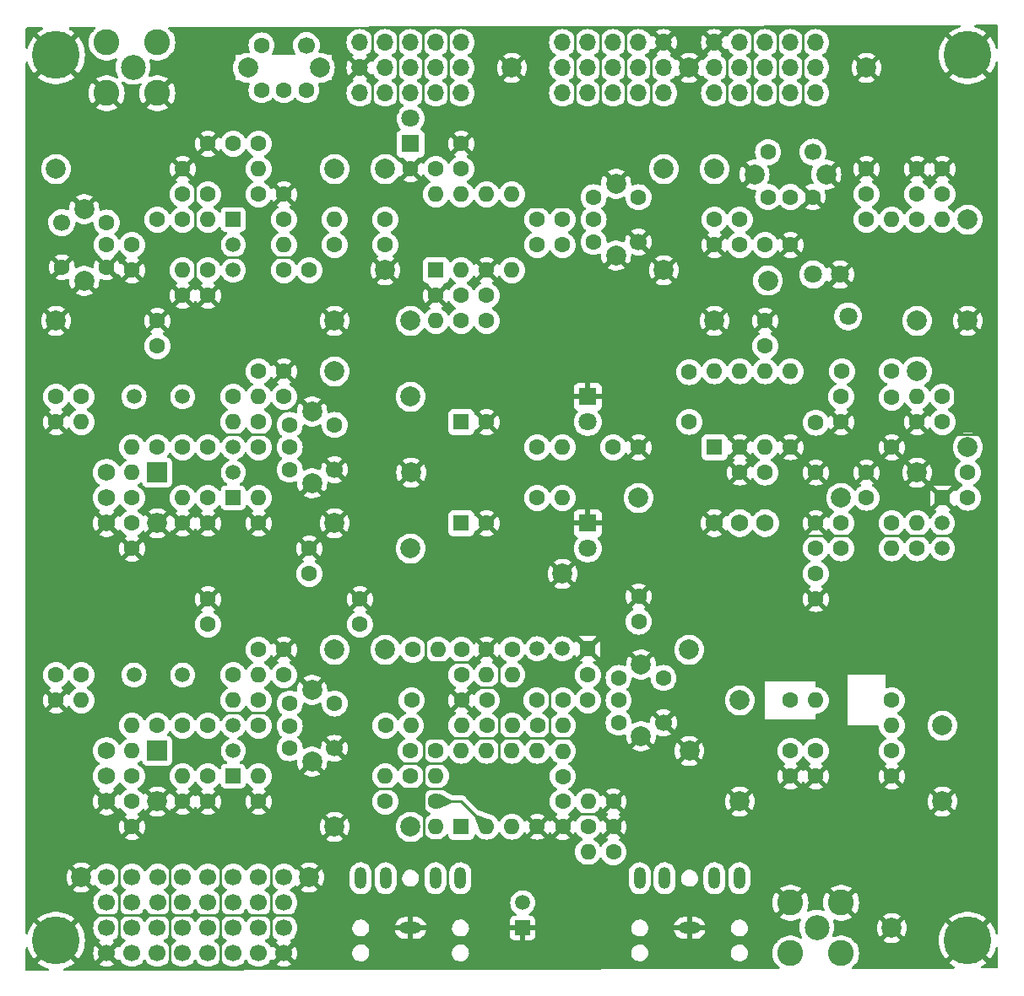
<source format=gbr>
%TF.GenerationSoftware,KiCad,Pcbnew,7.0.2-0*%
%TF.CreationDate,2024-06-16T14:43:20+09:00*%
%TF.ProjectId,am-pcb3,616d2d70-6362-4332-9e6b-696361645f70,rev?*%
%TF.SameCoordinates,Original*%
%TF.FileFunction,Copper,L1,Top*%
%TF.FilePolarity,Positive*%
%FSLAX46Y46*%
G04 Gerber Fmt 4.6, Leading zero omitted, Abs format (unit mm)*
G04 Created by KiCad (PCBNEW 7.0.2-0) date 2024-06-16 14:43:20*
%MOMM*%
%LPD*%
G01*
G04 APERTURE LIST*
%TA.AperFunction,ComponentPad*%
%ADD10C,4.800000*%
%TD*%
%TA.AperFunction,ComponentPad*%
%ADD11C,1.600000*%
%TD*%
%TA.AperFunction,ComponentPad*%
%ADD12O,1.600000X1.600000*%
%TD*%
%TA.AperFunction,ComponentPad*%
%ADD13C,2.000000*%
%TD*%
%TA.AperFunction,ComponentPad*%
%ADD14R,1.500000X1.500000*%
%TD*%
%TA.AperFunction,ComponentPad*%
%ADD15C,1.500000*%
%TD*%
%TA.AperFunction,ComponentPad*%
%ADD16C,1.700000*%
%TD*%
%TA.AperFunction,ComponentPad*%
%ADD17R,1.600000X1.600000*%
%TD*%
%TA.AperFunction,ComponentPad*%
%ADD18R,1.800000X1.800000*%
%TD*%
%TA.AperFunction,ComponentPad*%
%ADD19C,1.800000*%
%TD*%
%TA.AperFunction,ComponentPad*%
%ADD20O,1.700000X1.700000*%
%TD*%
%TA.AperFunction,ComponentPad*%
%ADD21C,2.600000*%
%TD*%
%TA.AperFunction,ComponentPad*%
%ADD22C,2.500000*%
%TD*%
%TA.AperFunction,ComponentPad*%
%ADD23R,2.000000X2.000000*%
%TD*%
%TA.AperFunction,ComponentPad*%
%ADD24O,2.000000X2.000000*%
%TD*%
%TA.AperFunction,ComponentPad*%
%ADD25C,1.750000*%
%TD*%
%TA.AperFunction,ComponentPad*%
%ADD26O,2.200000X1.200000*%
%TD*%
%TA.AperFunction,ComponentPad*%
%ADD27O,1.200000X2.200000*%
%TD*%
%TA.AperFunction,ViaPad*%
%ADD28C,0.800000*%
%TD*%
%TA.AperFunction,Conductor*%
%ADD29C,0.250000*%
%TD*%
G04 APERTURE END LIST*
D10*
%TO.P,Z3,1,1*%
%TO.N,GND*%
X180340000Y-133350000D03*
%TD*%
D11*
%TO.P,R83,1*%
%TO.N,+9VA*%
X213381685Y-111760000D03*
D12*
%TO.P,R83,2*%
%TO.N,Net-(U71C-V+)*%
X215921685Y-111760000D03*
%TD*%
D11*
%TO.P,R24,1*%
%TO.N,GND*%
X193040000Y-91440000D03*
D12*
%TO.P,R24,2*%
%TO.N,Net-(Q21-B)*%
X193040000Y-88900000D03*
%TD*%
D13*
%TO.P,TP64,1,1*%
%TO.N,Net-(R62-Pad1)*%
X213360000Y-104140000D03*
%TD*%
%TO.P,TP8,1,1*%
%TO.N,GND*%
X208280000Y-121920000D03*
%TD*%
D11*
%TO.P,C8,1*%
%TO.N,+9VA*%
X210820000Y-101600000D03*
%TO.P,C8,2*%
%TO.N,GND*%
X210820000Y-99060000D03*
%TD*%
%TO.P,C54,1*%
%TO.N,Net-(U51-V+)*%
X264160000Y-78820000D03*
%TO.P,C54,2*%
%TO.N,GND*%
X264160000Y-83820000D03*
%TD*%
D13*
%TO.P,TP91,1,1*%
%TO.N,GND*%
X208280000Y-71120000D03*
%TD*%
D11*
%TO.P,L71,1,1*%
%TO.N,Net-(T71-PR2)*%
X231161685Y-109220000D03*
D12*
%TO.P,L71,2,2*%
%TO.N,Net-(C73-Pad2)*%
X231161685Y-111760000D03*
%TD*%
D11*
%TO.P,L61,1,1*%
%TO.N,Net-(L61-Pad1)*%
X190500000Y-111760000D03*
D12*
%TO.P,L61,2,2*%
%TO.N,Net-(D61-K)*%
X187960000Y-111760000D03*
%TD*%
D14*
%TO.P,Q61,1,E*%
%TO.N,Net-(Q61-E)*%
X198120000Y-116840000D03*
D15*
%TO.P,Q61,2,C*%
%TO.N,Net-(Q61-C)*%
X198120000Y-114300000D03*
%TO.P,Q61,3,B*%
%TO.N,Net-(Q61-B)*%
X198120000Y-111760000D03*
%TD*%
D11*
%TO.P,C16,1*%
%TO.N,Net-(Q11-S)*%
X195580000Y-66040000D03*
%TO.P,C16,2*%
%TO.N,GND*%
X195580000Y-68580000D03*
%TD*%
D16*
%TO.P,J85,1,Pin_1*%
%TO.N,GND*%
X185420000Y-134620000D03*
%TO.P,J85,2,Pin_2*%
%TO.N,unconnected-(J85-Pin_2-Pad2)*%
X187960000Y-134620000D03*
%TO.P,J85,3,Pin_3*%
%TO.N,unconnected-(J85-Pin_3-Pad3)*%
X190500000Y-134620000D03*
%TO.P,J85,4,Pin_4*%
%TO.N,unconnected-(J85-Pin_4-Pad4)*%
X193040000Y-134620000D03*
%TO.P,J85,5,Pin_5*%
%TO.N,unconnected-(J85-Pin_5-Pad5)*%
X195580000Y-134620000D03*
%TO.P,J85,6,Pin_6*%
%TO.N,unconnected-(J85-Pin_6-Pad6)*%
X198120000Y-134620000D03*
%TO.P,J85,7,Pin_7*%
%TO.N,unconnected-(J85-Pin_7-Pad7)*%
X200660000Y-134620000D03*
%TO.P,J85,8,Pin_8*%
%TO.N,GND*%
X203200000Y-134620000D03*
%TO.P,J85,9,Pin_9*%
%TO.N,unconnected-(J85-Pin_9-Pad9)*%
X185420000Y-132080000D03*
%TO.P,J85,10,Pin_10*%
%TO.N,unconnected-(J85-Pin_10-Pad10)*%
X187960000Y-132080000D03*
%TO.P,J85,11,Pin_11*%
%TO.N,unconnected-(J85-Pin_11-Pad11)*%
X190500000Y-132080000D03*
%TO.P,J85,12,Pin_12*%
%TO.N,unconnected-(J85-Pin_12-Pad12)*%
X193040000Y-132080000D03*
%TO.P,J85,13,Pin_13*%
%TO.N,unconnected-(J85-Pin_13-Pad13)*%
X195580000Y-132080000D03*
%TO.P,J85,14,Pin_14*%
%TO.N,unconnected-(J85-Pin_14-Pad14)*%
X198120000Y-132080000D03*
%TO.P,J85,15,Pin_15*%
%TO.N,unconnected-(J85-Pin_15-Pad15)*%
X200660000Y-132080000D03*
%TO.P,J85,16,Pin_16*%
%TO.N,unconnected-(J85-Pin_16-Pad16)*%
X203200000Y-132080000D03*
%TO.P,J85,17,Pin_17*%
%TO.N,unconnected-(J85-Pin_17-Pad17)*%
X185420000Y-129540000D03*
%TO.P,J85,18,Pin_18*%
%TO.N,unconnected-(J85-Pin_18-Pad18)*%
X187960000Y-129540000D03*
%TO.P,J85,19,Pin_19*%
%TO.N,unconnected-(J85-Pin_19-Pad19)*%
X190540000Y-129540000D03*
%TO.P,J85,20,Pin_20*%
%TO.N,unconnected-(J85-Pin_20-Pad20)*%
X193040000Y-129540000D03*
%TO.P,J85,21,Pin_21*%
%TO.N,unconnected-(J85-Pin_21-Pad21)*%
X195580000Y-129540000D03*
%TO.P,J85,22,Pin_22*%
%TO.N,unconnected-(J85-Pin_22-Pad22)*%
X198120000Y-129540000D03*
%TO.P,J85,23,Pin_23*%
%TO.N,unconnected-(J85-Pin_23-Pad23)*%
X200660000Y-129540000D03*
%TO.P,J85,24,Pin_24*%
%TO.N,unconnected-(J85-Pin_24-Pad24)*%
X203200000Y-129540000D03*
%TO.P,J85,25,Pin_25*%
%TO.N,unconnected-(J85-Pin_25-Pad25)*%
X185420000Y-126960000D03*
%TO.P,J85,26,Pin_26*%
%TO.N,unconnected-(J85-Pin_26-Pad26)*%
X187960000Y-126960000D03*
%TO.P,J85,27,Pin_27*%
%TO.N,unconnected-(J85-Pin_27-Pad27)*%
X190540000Y-126960000D03*
%TO.P,J85,28,Pin_28*%
%TO.N,unconnected-(J85-Pin_28-Pad28)*%
X193040000Y-126960000D03*
%TO.P,J85,29,Pin_29*%
%TO.N,unconnected-(J85-Pin_29-Pad29)*%
X195580000Y-126960000D03*
%TO.P,J85,30,Pin_30*%
%TO.N,unconnected-(J85-Pin_30-Pad30)*%
X198120000Y-126960000D03*
%TO.P,J85,31,Pin_31*%
%TO.N,unconnected-(J85-Pin_31-Pad31)*%
X200660000Y-126960000D03*
%TO.P,J85,32,Pin_32*%
%TO.N,unconnected-(J85-Pin_32-Pad32)*%
X203200000Y-126960000D03*
%TD*%
D17*
%TO.P,U71,1*%
%TO.N,Net-(R77-Pad2)*%
X220990000Y-121910000D03*
D12*
%TO.P,U71,2,-*%
%TO.N,Net-(U71A--)*%
X223530000Y-121910000D03*
%TO.P,U71,3,+*%
%TO.N,Net-(U71A-+)*%
X226070000Y-121910000D03*
%TO.P,U71,4,V-*%
%TO.N,GND*%
X228610000Y-121910000D03*
%TO.P,U71,5,+*%
%TO.N,Net-(U71B-+)*%
X228610000Y-114290000D03*
%TO.P,U71,6,-*%
%TO.N,Net-(U71B--)*%
X226070000Y-114290000D03*
%TO.P,U71,7*%
%TO.N,Net-(C73-Pad1)*%
X223530000Y-114290000D03*
%TO.P,U71,8,V+*%
%TO.N,Net-(U71C-V+)*%
X220990000Y-114290000D03*
%TD*%
D18*
%TO.P,D82,1,K*%
%TO.N,GND*%
X233680000Y-91440000D03*
D19*
%TO.P,D82,2,A*%
%TO.N,Net-(D82-A)*%
X233680000Y-93980000D03*
%TD*%
D11*
%TO.P,R74,1*%
%TO.N,Net-(U71B--)*%
X223541685Y-111760000D03*
D12*
%TO.P,R74,2*%
%TO.N,Net-(C73-Pad1)*%
X221001685Y-111760000D03*
%TD*%
D11*
%TO.P,C37,1*%
%TO.N,Net-(U31-OSCE)*%
X220980000Y-55880000D03*
%TO.P,C37,2*%
%TO.N,GND*%
X220980000Y-53340000D03*
%TD*%
D13*
%TO.P,TP86,1,1*%
%TO.N,GND*%
X182880000Y-127000000D03*
%TD*%
D11*
%TO.P,T1,1,PR1*%
%TO.N,unconnected-(T1-PR1-Pad1)*%
X200950000Y-47970000D03*
%TO.P,T1,2,PM*%
%TO.N,unconnected-(T1-PM-Pad2)*%
X203200000Y-47970000D03*
%TO.P,T1,3,PR2*%
%TO.N,unconnected-(T1-PR2-Pad3)*%
X205450000Y-47970000D03*
D16*
%TO.P,T1,4,S1*%
%TO.N,unconnected-(T1-S1-Pad4)*%
X205450000Y-43470000D03*
D11*
%TO.P,T1,5,S2*%
%TO.N,unconnected-(T1-S2-Pad5)*%
X200950000Y-43470000D03*
D13*
%TO.P,T1,6,G1*%
%TO.N,GND*%
X199600000Y-45720000D03*
%TO.P,T1,7,G2*%
X206800000Y-45720000D03*
%TD*%
%TO.P,TP24,1,1*%
%TO.N,Net-(R31-Pad2)*%
X215900000Y-71120000D03*
%TD*%
D20*
%TO.P,J83,1,Pin_1*%
%TO.N,unconnected-(J83-Pin_1-Pad1)*%
X246380000Y-48260000D03*
%TO.P,J83,2,Pin_2*%
%TO.N,unconnected-(J83-Pin_2-Pad2)*%
X248920000Y-48260000D03*
%TO.P,J83,3,Pin_3*%
%TO.N,unconnected-(J83-Pin_3-Pad3)*%
X251460000Y-48260000D03*
%TO.P,J83,4,Pin_4*%
%TO.N,unconnected-(J83-Pin_4-Pad4)*%
X254000000Y-48260000D03*
%TO.P,J83,5,Pin_5*%
%TO.N,unconnected-(J83-Pin_5-Pad5)*%
X256540000Y-48260000D03*
%TO.P,J83,6,Pin_6*%
%TO.N,unconnected-(J83-Pin_6-Pad6)*%
X246380000Y-45720000D03*
%TO.P,J83,7,Pin_7*%
%TO.N,unconnected-(J83-Pin_7-Pad7)*%
X248920000Y-45720000D03*
%TO.P,J83,8,Pin_8*%
%TO.N,unconnected-(J83-Pin_8-Pad8)*%
X251460000Y-45720000D03*
%TO.P,J83,9,Pin_9*%
%TO.N,unconnected-(J83-Pin_9-Pad9)*%
X254000000Y-45720000D03*
%TO.P,J83,10,Pin_10*%
%TO.N,unconnected-(J83-Pin_10-Pad10)*%
X256540000Y-45720000D03*
%TO.P,J83,11,Pin_11*%
%TO.N,GND*%
X246380000Y-43180000D03*
%TO.P,J83,12,Pin_12*%
%TO.N,unconnected-(J83-Pin_12-Pad12)*%
X248920000Y-43180000D03*
%TO.P,J83,13,Pin_13*%
%TO.N,unconnected-(J83-Pin_13-Pad13)*%
X251460000Y-43180000D03*
%TO.P,J83,14,Pin_14*%
%TO.N,unconnected-(J83-Pin_14-Pad14)*%
X254000000Y-43180000D03*
%TO.P,J83,15,Pin_15*%
%TO.N,unconnected-(J83-Pin_15-Pad15)*%
X256540000Y-43180000D03*
%TD*%
D11*
%TO.P,R80,1*%
%TO.N,GND*%
X236249000Y-119380000D03*
D12*
%TO.P,R80,2*%
%TO.N,Net-(U71A-+)*%
X233709000Y-119380000D03*
%TD*%
D11*
%TO.P,C21,1*%
%TO.N,+9V*%
X180340000Y-78740000D03*
%TO.P,C21,2*%
%TO.N,GND*%
X180340000Y-81280000D03*
%TD*%
%TO.P,C34,1*%
%TO.N,Net-(T31-PR1)*%
X228600000Y-60960000D03*
%TO.P,C34,2*%
%TO.N,Net-(T31-PR2)*%
X228600000Y-63500000D03*
%TD*%
D13*
%TO.P,TP85,1,1*%
%TO.N,GND*%
X226060000Y-45720000D03*
%TD*%
D11*
%TO.P,R12,1*%
%TO.N,Net-(C13-Pad1)*%
X208280000Y-63500000D03*
D12*
%TO.P,R12,2*%
%TO.N,Net-(R12-Pad2)*%
X208280000Y-60960000D03*
%TD*%
D11*
%TO.P,C55,1*%
%TO.N,Net-(C55-Pad1)*%
X271790000Y-86350000D03*
%TO.P,C55,2*%
%TO.N,Net-(IC51-IN)*%
X271790000Y-88890000D03*
%TD*%
%TO.P,C61,1*%
%TO.N,Net-(C61-Pad1)*%
X243850000Y-81270000D03*
%TO.P,C61,2*%
%TO.N,Net-(C61-Pad2)*%
X243850000Y-76270000D03*
%TD*%
%TO.P,C23,1*%
%TO.N,Net-(T21-PR1)*%
X200660000Y-81280000D03*
%TO.P,C23,2*%
%TO.N,Net-(Q21-C)*%
X200660000Y-83820000D03*
%TD*%
%TO.P,C76,1*%
%TO.N,Net-(C76-Pad1)*%
X215900000Y-116840000D03*
%TO.P,C76,2*%
%TO.N,Net-(C76-Pad2)*%
X215900000Y-114300000D03*
%TD*%
%TO.P,R71,1*%
%TO.N,+9VA*%
X226081685Y-104111000D03*
D12*
%TO.P,R71,2*%
%TO.N,Net-(Q71-B)*%
X226081685Y-106651000D03*
%TD*%
D11*
%TO.P,R62,1*%
%TO.N,Net-(R62-Pad1)*%
X216125000Y-104140000D03*
D12*
%TO.P,R62,2*%
%TO.N,Net-(C80-Pad1)*%
X218665000Y-104140000D03*
%TD*%
D11*
%TO.P,R11,1*%
%TO.N,+9V*%
X200660000Y-53340000D03*
D12*
%TO.P,R11,2*%
%TO.N,Net-(C12-Pad1)*%
X200660000Y-55880000D03*
%TD*%
D13*
%TO.P,TP73,1,1*%
%TO.N,Net-(T71-S2)*%
X243840000Y-104140000D03*
%TD*%
D10*
%TO.P,Z1,1,1*%
%TO.N,GND*%
X271780000Y-44450000D03*
%TD*%
D11*
%TO.P,C33,1*%
%TO.N,GND*%
X218440000Y-68580000D03*
%TO.P,C33,2*%
%TO.N,Net-(U31-INB)*%
X220980000Y-68580000D03*
%TD*%
%TO.P,R64,1*%
%TO.N,GND*%
X193040000Y-119380000D03*
D12*
%TO.P,R64,2*%
%TO.N,Net-(Q61-B)*%
X193040000Y-116840000D03*
%TD*%
D13*
%TO.P,TP96,1,1*%
%TO.N,GND*%
X213360000Y-66040000D03*
%TD*%
D11*
%TO.P,C66,1*%
%TO.N,Net-(Q61-E)*%
X195580000Y-116840000D03*
%TO.P,C66,2*%
%TO.N,GND*%
X195580000Y-119380000D03*
%TD*%
%TO.P,R68,1*%
%TO.N,GND*%
X200660000Y-119380000D03*
D12*
%TO.P,R68,2*%
%TO.N,Net-(Q61-E)*%
X200660000Y-116840000D03*
%TD*%
D11*
%TO.P,C52,1*%
%TO.N,Net-(C52-Pad1)*%
X261620000Y-88890000D03*
%TO.P,C52,2*%
%TO.N,GND*%
X261620000Y-86350000D03*
%TD*%
D14*
%TO.P,Q11,1,G*%
%TO.N,Net-(Q11-G)*%
X198120000Y-60960000D03*
D15*
%TO.P,Q11,2,S*%
%TO.N,Net-(Q11-S)*%
X198120000Y-63500000D03*
%TO.P,Q11,3,D*%
%TO.N,Net-(Q11-D)*%
X198120000Y-66040000D03*
%TD*%
D11*
%TO.P,C71,1*%
%TO.N,GND*%
X236241685Y-121920000D03*
%TO.P,C71,2*%
%TO.N,+9VA*%
X236241685Y-124460000D03*
%TD*%
D13*
%TO.P,TP1,1,1*%
%TO.N,+9V*%
X215900000Y-78740000D03*
%TD*%
D11*
%TO.P,C44,1*%
%TO.N,Net-(C44-Pad1)*%
X269240000Y-58420000D03*
%TO.P,C44,2*%
%TO.N,GND*%
X269240000Y-55880000D03*
%TD*%
%TO.P,C60,1*%
%TO.N,GND*%
X248930000Y-86350000D03*
%TO.P,C60,2*%
%TO.N,Net-(U51-+)*%
X251470000Y-86350000D03*
%TD*%
%TO.P,C22,1*%
%TO.N,GND*%
X203200000Y-76200000D03*
%TO.P,C22,2*%
%TO.N,Net-(T21-PR1)*%
X203200000Y-78740000D03*
%TD*%
D14*
%TO.P,U1,1,-*%
%TO.N,GND*%
X227140000Y-132080000D03*
D15*
%TO.P,U1,2,+*%
%TO.N,unconnected-(U1-+-Pad2)*%
X227140000Y-129540000D03*
%TD*%
D11*
%TO.P,R21,1*%
%TO.N,+9V*%
X200660000Y-76200000D03*
D12*
%TO.P,R21,2*%
%TO.N,Net-(T21-PR1)*%
X200660000Y-78740000D03*
%TD*%
D11*
%TO.P,C72,1*%
%TO.N,Net-(Q71-C)*%
X233680000Y-106680000D03*
%TO.P,C72,2*%
%TO.N,Net-(T71-PR2)*%
X233680000Y-109220000D03*
%TD*%
%TO.P,R53,1*%
%TO.N,+9V*%
X269240000Y-78740000D03*
D12*
%TO.P,R53,2*%
%TO.N,Net-(U51-V+)*%
X266700000Y-78740000D03*
%TD*%
D11*
%TO.P,C59,1*%
%TO.N,Net-(C59-Pad1)*%
X259170000Y-76190000D03*
%TO.P,C59,2*%
%TO.N,Net-(C59-Pad2)*%
X264170000Y-76190000D03*
%TD*%
D21*
%TO.P,J3,1,G*%
%TO.N,GND*%
X254000000Y-129540000D03*
X254000000Y-134620000D03*
X259080000Y-129540000D03*
X259080000Y-134620000D03*
D22*
%TO.P,J3,2,S*%
%TO.N,unconnected-(J3-S-Pad2)*%
X256640000Y-132005000D03*
%TD*%
D13*
%TO.P,TP87,1,1*%
%TO.N,GND*%
X243840000Y-45720000D03*
%TD*%
D23*
%TO.P,D21,1,K*%
%TO.N,Net-(D21-K)*%
X190500000Y-86360000D03*
D24*
%TO.P,D21,2,A*%
%TO.N,GND*%
X190500000Y-91440000D03*
%TD*%
D13*
%TO.P,TP5,1,1*%
%TO.N,Net-(C59-Pad2)*%
X266710000Y-76190000D03*
%TD*%
D15*
%TO.P,X61,1,1*%
%TO.N,Net-(L61-Pad1)*%
X188160000Y-106680000D03*
%TO.P,X61,2,2*%
%TO.N,Net-(Q61-B)*%
X193040000Y-106680000D03*
%TD*%
D13*
%TO.P,TP6,1,1*%
%TO.N,GND*%
X266700000Y-86360000D03*
%TD*%
%TO.P,TP99,1,1*%
%TO.N,GND*%
X248920000Y-119380000D03*
%TD*%
%TO.P,TP44,1,1*%
%TO.N,Net-(C55-Pad1)*%
X271790000Y-83810000D03*
%TD*%
D11*
%TO.P,C82,1*%
%TO.N,Net-(C82-Pad1)*%
X256540000Y-114300000D03*
%TO.P,C82,2*%
%TO.N,GND*%
X256540000Y-116840000D03*
%TD*%
%TO.P,R52,1*%
%TO.N,Net-(C52-Pad1)*%
X264170000Y-91430000D03*
D12*
%TO.P,R52,2*%
%TO.N,Net-(IC51-OUT)*%
X264170000Y-93970000D03*
%TD*%
D11*
%TO.P,R79,1*%
%TO.N,Net-(R77-Pad2)*%
X231161685Y-116869000D03*
D12*
%TO.P,R79,2*%
%TO.N,Net-(U71B-+)*%
X231161685Y-114329000D03*
%TD*%
D11*
%TO.P,C35,1*%
%TO.N,Net-(T31-PR1)*%
X231140000Y-60960000D03*
%TO.P,C35,2*%
%TO.N,Net-(T31-PR2)*%
X231140000Y-63500000D03*
%TD*%
D18*
%TO.P,D31,1,K*%
%TO.N,Net-(D31-K)*%
X215900000Y-53340000D03*
D19*
%TO.P,D31,2,A*%
%TO.N,+9V*%
X215900000Y-50800000D03*
%TD*%
D15*
%TO.P,X21,1,1*%
%TO.N,Net-(L21-Pad1)*%
X188160000Y-78740000D03*
%TO.P,X21,2,2*%
%TO.N,Net-(Q21-B)*%
X193040000Y-78740000D03*
%TD*%
D13*
%TO.P,TP23,1,1*%
%TO.N,Net-(T21-S2)*%
X208280000Y-76200000D03*
%TD*%
D11*
%TO.P,L11,1,1*%
%TO.N,Net-(C12-Pad1)*%
X203200000Y-60960000D03*
D12*
%TO.P,L11,2,2*%
%TO.N,Net-(Q11-D)*%
X203200000Y-63500000D03*
%TD*%
D11*
%TO.P,T21,1,PR1*%
%TO.N,Net-(T21-PR1)*%
X203780000Y-81570000D03*
%TO.P,T21,2,PM*%
%TO.N,unconnected-(T21-PM-Pad2)*%
X203780000Y-83820000D03*
%TO.P,T21,3,PR2*%
%TO.N,Net-(Q21-C)*%
X203780000Y-86070000D03*
D16*
%TO.P,T21,4,S1*%
%TO.N,GND*%
X208280000Y-86070000D03*
D11*
%TO.P,T21,5,S2*%
%TO.N,Net-(T21-S2)*%
X208280000Y-81570000D03*
D13*
%TO.P,T21,6,G1*%
%TO.N,GND*%
X206030000Y-80220000D03*
%TO.P,T21,7,G2*%
X206030000Y-87420000D03*
%TD*%
D11*
%TO.P,C41,1*%
%TO.N,Net-(C41-Pad1)*%
X246380000Y-60960000D03*
%TO.P,C41,2*%
%TO.N,Net-(T41-PR1)*%
X248920000Y-60960000D03*
%TD*%
%TO.P,R75,1*%
%TO.N,+9VA*%
X213371685Y-119380000D03*
D12*
%TO.P,R75,2*%
%TO.N,Net-(C76-Pad1)*%
X213371685Y-116840000D03*
%TD*%
D11*
%TO.P,C64,1*%
%TO.N,Net-(T61-PR1)*%
X200660000Y-109220000D03*
%TO.P,C64,2*%
%TO.N,Net-(Q61-C)*%
X200660000Y-111760000D03*
%TD*%
D13*
%TO.P,TP53,1,1*%
%TO.N,Net-(D81-A)*%
X238760000Y-88900000D03*
%TD*%
D11*
%TO.P,C7,1*%
%TO.N,+9VA*%
X195580000Y-101600000D03*
%TO.P,C7,2*%
%TO.N,GND*%
X195580000Y-99060000D03*
%TD*%
%TO.P,C83,1*%
%TO.N,Net-(C83-Pad1)*%
X264160000Y-114300000D03*
%TO.P,C83,2*%
%TO.N,GND*%
X264160000Y-116840000D03*
%TD*%
D14*
%TO.P,Q21,1,E*%
%TO.N,Net-(Q21-E)*%
X198120000Y-88900000D03*
D15*
%TO.P,Q21,2,C*%
%TO.N,Net-(Q21-C)*%
X198120000Y-86360000D03*
%TO.P,Q21,3,B*%
%TO.N,Net-(Q21-B)*%
X198120000Y-83820000D03*
%TD*%
D19*
%TO.P,U81,1,IN*%
%TO.N,Net-(U81-IN)*%
X256278400Y-66471800D03*
%TO.P,U81,2,GND*%
%TO.N,GND*%
X258978400Y-66471800D03*
%TO.P,U81,3,OUT*%
%TO.N,Net-(U81-OUT)*%
X259778400Y-70671800D03*
%TD*%
D13*
%TO.P,TP92,1,1*%
%TO.N,GND*%
X241300000Y-66040000D03*
%TD*%
%TO.P,TP84,1,1*%
%TO.N,Net-(U81-OUT)*%
X266700000Y-71120000D03*
%TD*%
D11*
%TO.P,C2,1*%
%TO.N,+9V*%
X190500000Y-73660000D03*
%TO.P,C2,2*%
%TO.N,GND*%
X190500000Y-71120000D03*
%TD*%
%TO.P,C9,1*%
%TO.N,+9VA*%
X238781685Y-101324315D03*
%TO.P,C9,2*%
%TO.N,GND*%
X238781685Y-98784315D03*
%TD*%
%TO.P,C65,1*%
%TO.N,Net-(Q61-B)*%
X193040000Y-111760000D03*
%TO.P,C65,2*%
%TO.N,Net-(Q61-E)*%
X195580000Y-111760000D03*
%TD*%
D13*
%TO.P,TP3,1,1*%
%TO.N,Net-(T12-S2)*%
X180340000Y-55880000D03*
%TD*%
D11*
%TO.P,C13,1*%
%TO.N,Net-(C13-Pad1)*%
X205740000Y-66040000D03*
%TO.P,C13,2*%
%TO.N,Net-(Q11-D)*%
X203200000Y-66040000D03*
%TD*%
%TO.P,R65,1*%
%TO.N,+9VA*%
X182880000Y-106680000D03*
D12*
%TO.P,R65,2*%
%TO.N,Net-(R65-Pad2)*%
X182880000Y-109220000D03*
%TD*%
D11*
%TO.P,R54,1*%
%TO.N,Net-(IC51-OUT)*%
X266710000Y-93970000D03*
D12*
%TO.P,R54,2*%
%TO.N,Net-(IC51-IN)*%
X266710000Y-91430000D03*
%TD*%
D18*
%TO.P,D81,1,K*%
%TO.N,GND*%
X233680000Y-78740000D03*
D19*
%TO.P,D81,2,A*%
%TO.N,Net-(D81-A)*%
X233680000Y-81280000D03*
%TD*%
D11*
%TO.P,R14,1*%
%TO.N,GND*%
X193040000Y-68580000D03*
D12*
%TO.P,R14,2*%
%TO.N,Net-(Q11-S)*%
X193040000Y-66040000D03*
%TD*%
D11*
%TO.P,R27,1*%
%TO.N,Net-(R26-Pad2)*%
X187960000Y-88900000D03*
D12*
%TO.P,R27,2*%
%TO.N,Net-(D21-K)*%
X187960000Y-86360000D03*
%TD*%
D25*
%TO.P,R55,1,1*%
%TO.N,GND*%
X246390000Y-91430000D03*
%TO.P,R55,2,2*%
%TO.N,Net-(U51-+)*%
X248930000Y-91430000D03*
%TO.P,R55,3,3*%
%TO.N,Net-(C56-Pad2)*%
X251470000Y-91430000D03*
%TD*%
D13*
%TO.P,TP54,1,1*%
%TO.N,Net-(C52-Pad1)*%
X259080000Y-88900000D03*
%TD*%
%TO.P,TP83,1,1*%
%TO.N,Net-(U81-IN)*%
X251735000Y-67085000D03*
%TD*%
D21*
%TO.P,J4,1,G*%
%TO.N,GND*%
X185420000Y-43180000D03*
X185420000Y-48260000D03*
X190500000Y-43180000D03*
X190500000Y-48260000D03*
D22*
%TO.P,J4,2,S*%
%TO.N,unconnected-(J4-S-Pad2)*%
X188060000Y-45645000D03*
%TD*%
D13*
%TO.P,TP11,1,1*%
%TO.N,+9VA*%
X215900000Y-93980000D03*
%TD*%
D11*
%TO.P,C32,1*%
%TO.N,Net-(C32-Pad1)*%
X213360000Y-60960000D03*
%TO.P,C32,2*%
%TO.N,Net-(U31-INA)*%
X213360000Y-63500000D03*
%TD*%
%TO.P,R13,1*%
%TO.N,Net-(Q11-G)*%
X193040000Y-58420000D03*
D12*
%TO.P,R13,2*%
%TO.N,GND*%
X193040000Y-55880000D03*
%TD*%
D17*
%TO.P,C1,1*%
%TO.N,+9V*%
X220980000Y-81280000D03*
D11*
%TO.P,C1,2*%
%TO.N,GND*%
X223520000Y-81280000D03*
%TD*%
%TO.P,C84,1*%
%TO.N,Net-(D81-A)*%
X236220000Y-83820000D03*
%TO.P,C84,2*%
%TO.N,GND*%
X238760000Y-83820000D03*
%TD*%
%TO.P,C43,1*%
%TO.N,Net-(C43-Pad1)*%
X266700000Y-58420000D03*
%TO.P,C43,2*%
%TO.N,GND*%
X266700000Y-55880000D03*
%TD*%
%TO.P,C12,1*%
%TO.N,Net-(C12-Pad1)*%
X200660000Y-58420000D03*
%TO.P,C12,2*%
%TO.N,GND*%
X203200000Y-58420000D03*
%TD*%
D23*
%TO.P,D61,1,K*%
%TO.N,Net-(D61-K)*%
X190500000Y-114300000D03*
D24*
%TO.P,D61,2,A*%
%TO.N,GND*%
X190500000Y-119380000D03*
%TD*%
D14*
%TO.P,IC51,1,GND*%
%TO.N,GND*%
X269250000Y-88890000D03*
D15*
%TO.P,IC51,2,IN*%
%TO.N,Net-(IC51-IN)*%
X269250000Y-91430000D03*
%TO.P,IC51,3,OUT*%
%TO.N,Net-(IC51-OUT)*%
X269250000Y-93970000D03*
%TD*%
D11*
%TO.P,C51,1*%
%TO.N,+9V*%
X269240000Y-81280000D03*
%TO.P,C51,2*%
%TO.N,GND*%
X266700000Y-81280000D03*
%TD*%
%TO.P,R81,1*%
%TO.N,+9V*%
X228600000Y-83820000D03*
D12*
%TO.P,R81,2*%
%TO.N,Net-(D81-A)*%
X231140000Y-83820000D03*
%TD*%
D11*
%TO.P,R73,1*%
%TO.N,Net-(C73-Pad2)*%
X228621685Y-111760000D03*
D12*
%TO.P,R73,2*%
%TO.N,Net-(C73-Pad1)*%
X226081685Y-111760000D03*
%TD*%
D11*
%TO.P,L21,1,1*%
%TO.N,Net-(L21-Pad1)*%
X190500000Y-83820000D03*
D12*
%TO.P,L21,2,2*%
%TO.N,Net-(D21-K)*%
X187960000Y-83820000D03*
%TD*%
D11*
%TO.P,C4,1*%
%TO.N,+9V*%
X205740000Y-96520000D03*
%TO.P,C4,2*%
%TO.N,GND*%
X205740000Y-93980000D03*
%TD*%
%TO.P,C3,1*%
%TO.N,+9V*%
X256550000Y-96510000D03*
%TO.P,C3,2*%
%TO.N,GND*%
X256550000Y-99050000D03*
%TD*%
D13*
%TO.P,TP63,1,1*%
%TO.N,Net-(T61-S2)*%
X208280000Y-104140000D03*
%TD*%
D11*
%TO.P,R61,1*%
%TO.N,+9VA*%
X200660000Y-104140000D03*
D12*
%TO.P,R61,2*%
%TO.N,Net-(T61-PR1)*%
X200660000Y-106680000D03*
%TD*%
D20*
%TO.P,J82,1,Pin_1*%
%TO.N,unconnected-(J82-Pin_1-Pad1)*%
X210820000Y-48260000D03*
%TO.P,J82,2,Pin_2*%
%TO.N,unconnected-(J82-Pin_2-Pad2)*%
X213360000Y-48260000D03*
%TO.P,J82,3,Pin_3*%
%TO.N,unconnected-(J82-Pin_3-Pad3)*%
X215900000Y-48260000D03*
%TO.P,J82,4,Pin_4*%
%TO.N,unconnected-(J82-Pin_4-Pad4)*%
X218440000Y-48260000D03*
%TO.P,J82,5,Pin_5*%
%TO.N,unconnected-(J82-Pin_5-Pad5)*%
X220980000Y-48260000D03*
%TO.P,J82,6,Pin_6*%
%TO.N,GND*%
X210820000Y-45720000D03*
%TO.P,J82,7,Pin_7*%
%TO.N,unconnected-(J82-Pin_7-Pad7)*%
X213360000Y-45720000D03*
%TO.P,J82,8,Pin_8*%
%TO.N,unconnected-(J82-Pin_8-Pad8)*%
X215900000Y-45720000D03*
%TO.P,J82,9,Pin_9*%
%TO.N,unconnected-(J82-Pin_9-Pad9)*%
X218440000Y-45720000D03*
%TO.P,J82,10,Pin_10*%
%TO.N,unconnected-(J82-Pin_10-Pad10)*%
X220980000Y-45720000D03*
%TO.P,J82,11,Pin_11*%
%TO.N,unconnected-(J82-Pin_11-Pad11)*%
X210820000Y-43180000D03*
%TO.P,J82,12,Pin_12*%
%TO.N,unconnected-(J82-Pin_12-Pad12)*%
X213360000Y-43180000D03*
%TO.P,J82,13,Pin_13*%
%TO.N,unconnected-(J82-Pin_13-Pad13)*%
X215900000Y-43180000D03*
%TO.P,J82,14,Pin_14*%
%TO.N,unconnected-(J82-Pin_14-Pad14)*%
X218440000Y-43180000D03*
%TO.P,J82,15,Pin_15*%
%TO.N,unconnected-(J82-Pin_15-Pad15)*%
X220980000Y-43180000D03*
%TD*%
D13*
%TO.P,TP7,1,1*%
%TO.N,Net-(C76-Pad1)*%
X215911685Y-121920000D03*
%TD*%
D11*
%TO.P,C74,1*%
%TO.N,Net-(U71A-+)*%
X231161685Y-119380000D03*
%TO.P,C74,2*%
%TO.N,GND*%
X231161685Y-121920000D03*
%TD*%
D17*
%TO.P,C6,1*%
%TO.N,+9VA*%
X220980000Y-91440000D03*
D11*
%TO.P,C6,2*%
%TO.N,GND*%
X223520000Y-91440000D03*
%TD*%
%TO.P,R82,1*%
%TO.N,+9VA*%
X228600000Y-88900000D03*
D12*
%TO.P,R82,2*%
%TO.N,Net-(D82-A)*%
X231140000Y-88900000D03*
%TD*%
D11*
%TO.P,L42,1,1*%
%TO.N,Net-(C43-Pad1)*%
X266700000Y-60960000D03*
D12*
%TO.P,L42,2,2*%
%TO.N,Net-(C44-Pad1)*%
X269240000Y-60960000D03*
%TD*%
D13*
%TO.P,TP95,1,1*%
%TO.N,GND*%
X243861685Y-114300000D03*
%TD*%
D11*
%TO.P,R72,1*%
%TO.N,GND*%
X223520000Y-104111000D03*
D12*
%TO.P,R72,2*%
%TO.N,Net-(Q71-B)*%
X223520000Y-106651000D03*
%TD*%
D11*
%TO.P,C15,1*%
%TO.N,Net-(T12-PR1)*%
X187960000Y-63500000D03*
%TO.P,C15,2*%
%TO.N,GND*%
X187960000Y-66040000D03*
%TD*%
D13*
%TO.P,TP97,1,1*%
%TO.N,GND*%
X271780000Y-71120000D03*
%TD*%
%TO.P,TP13,1,1*%
%TO.N,Net-(R12-Pad2)*%
X208280000Y-55881000D03*
%TD*%
D17*
%TO.P,U31,1,INA*%
%TO.N,Net-(U31-INA)*%
X218440000Y-66040000D03*
D12*
%TO.P,U31,2,INB*%
%TO.N,Net-(U31-INB)*%
X220980000Y-66040000D03*
%TO.P,U31,3,GND*%
%TO.N,GND*%
X223520000Y-66040000D03*
%TO.P,U31,4,OUTA*%
%TO.N,Net-(T31-PR2)*%
X226060000Y-66040000D03*
%TO.P,U31,5,OUTB*%
%TO.N,Net-(T31-PR1)*%
X226060000Y-58420000D03*
%TO.P,U31,6,OSCB*%
%TO.N,Net-(U31-OSCB)*%
X223520000Y-58420000D03*
%TO.P,U31,7,OSCE*%
%TO.N,Net-(U31-OSCE)*%
X220980000Y-58420000D03*
%TO.P,U31,8,VCC*%
%TO.N,Net-(D31-K)*%
X218440000Y-58420000D03*
%TD*%
D11*
%TO.P,R63,1*%
%TO.N,Net-(T61-PR1)*%
X198120000Y-106680000D03*
D12*
%TO.P,R63,2*%
%TO.N,Net-(Q61-B)*%
X198120000Y-109220000D03*
%TD*%
D11*
%TO.P,R78,1*%
%TO.N,Net-(C76-Pad2)*%
X218440000Y-114271000D03*
D12*
%TO.P,R78,2*%
%TO.N,Net-(U71A--)*%
X218440000Y-116811000D03*
%TD*%
D11*
%TO.P,T71,1,PR2*%
%TO.N,Net-(T71-PR2)*%
X236764000Y-111470000D03*
%TO.P,T71,2,PM*%
%TO.N,unconnected-(T71-PM-Pad2)*%
X236764000Y-109220000D03*
%TO.P,T71,3,PR1*%
%TO.N,Net-(Q71-C)*%
X236764000Y-106970000D03*
%TO.P,T71,4,S2*%
%TO.N,Net-(T71-S2)*%
X241264000Y-106970000D03*
D16*
%TO.P,T71,5,S1*%
%TO.N,GND*%
X241264000Y-111470000D03*
D13*
%TO.P,T71,6,G1*%
X239014000Y-105620000D03*
%TO.P,T71,7,G2*%
X239014000Y-112820000D03*
%TD*%
D11*
%TO.P,C36,1*%
%TO.N,Net-(C36-Pad1)*%
X223520000Y-71120000D03*
%TO.P,C36,2*%
%TO.N,Net-(U31-OSCB)*%
X223520000Y-68580000D03*
%TD*%
%TO.P,C67,1*%
%TO.N,Net-(D61-K)*%
X187960000Y-119380000D03*
%TO.P,C67,2*%
%TO.N,GND*%
X187960000Y-121920000D03*
%TD*%
%TO.P,T41,1,PR1*%
%TO.N,Net-(T41-PR1)*%
X251750000Y-58684600D03*
%TO.P,T41,2,PM*%
%TO.N,unconnected-(T41-PM-Pad2)*%
X254000000Y-58684600D03*
%TO.P,T41,3,PR2*%
%TO.N,GND*%
X256250000Y-58684600D03*
D16*
%TO.P,T41,4,S1*%
%TO.N,unconnected-(T41-S1-Pad4)*%
X256250000Y-54184600D03*
D11*
%TO.P,T41,5,S2*%
%TO.N,unconnected-(T41-S2-Pad5)*%
X251750000Y-54184600D03*
D13*
%TO.P,T41,6,G1*%
%TO.N,GND*%
X250400000Y-56434600D03*
%TO.P,T41,7,G2*%
X257600000Y-56434600D03*
%TD*%
D11*
%TO.P,C58,1*%
%TO.N,GND*%
X256540000Y-91440000D03*
%TO.P,C58,2*%
%TO.N,Net-(IC51-OUT)*%
X259080000Y-91440000D03*
%TD*%
%TO.P,R77,1*%
%TO.N,Net-(U71A--)*%
X218440000Y-119351000D03*
D12*
%TO.P,R77,2*%
%TO.N,Net-(R77-Pad2)*%
X218440000Y-121891000D03*
%TD*%
D11*
%TO.P,L41,1,1*%
%TO.N,Net-(T41-PR1)*%
X261620000Y-60960000D03*
D12*
%TO.P,L41,2,2*%
%TO.N,Net-(C43-Pad1)*%
X264160000Y-60960000D03*
%TD*%
D11*
%TO.P,C63,1*%
%TO.N,GND*%
X203200000Y-104140000D03*
%TO.P,C63,2*%
%TO.N,Net-(T61-PR1)*%
X203200000Y-106680000D03*
%TD*%
D13*
%TO.P,TP33,1,1*%
%TO.N,Net-(T31-S2)*%
X241300000Y-55880000D03*
%TD*%
D11*
%TO.P,C81,1*%
%TO.N,Net-(C81-Pad1)*%
X254000000Y-114300000D03*
%TO.P,C81,2*%
%TO.N,GND*%
X254000000Y-116840000D03*
%TD*%
%TO.P,T61,1,PR1*%
%TO.N,Net-(T61-PR1)*%
X203780000Y-109535400D03*
%TO.P,T61,2,PM*%
%TO.N,unconnected-(T61-PM-Pad2)*%
X203780000Y-111785400D03*
%TO.P,T61,3,PR2*%
%TO.N,Net-(Q61-C)*%
X203780000Y-114035400D03*
D16*
%TO.P,T61,4,S1*%
%TO.N,GND*%
X208280000Y-114035400D03*
D11*
%TO.P,T61,5,S2*%
%TO.N,Net-(T61-S2)*%
X208280000Y-109535400D03*
D13*
%TO.P,T61,6,G1*%
%TO.N,GND*%
X206030000Y-108185400D03*
%TO.P,T61,7,G2*%
X206030000Y-115385400D03*
%TD*%
%TO.P,TP10,1,1*%
%TO.N,GND*%
X269240000Y-119380000D03*
%TD*%
D11*
%TO.P,C14,1*%
%TO.N,Net-(T12-PR1)*%
X190500000Y-60960000D03*
%TO.P,C14,2*%
%TO.N,Net-(Q11-G)*%
X193040000Y-60960000D03*
%TD*%
D13*
%TO.P,TP82,1,1*%
%TO.N,GND*%
X205740000Y-127000000D03*
%TD*%
D11*
%TO.P,R15,1*%
%TO.N,Net-(C12-Pad1)*%
X195580000Y-58420000D03*
D12*
%TO.P,R15,2*%
%TO.N,Net-(Q11-G)*%
X195580000Y-60960000D03*
%TD*%
D11*
%TO.P,C5,1*%
%TO.N,+9V*%
X251460000Y-73660000D03*
%TO.P,C5,2*%
%TO.N,GND*%
X251460000Y-71120000D03*
%TD*%
%TO.P,R23,1*%
%TO.N,Net-(T21-PR1)*%
X198120000Y-78740000D03*
D12*
%TO.P,R23,2*%
%TO.N,Net-(Q21-B)*%
X198120000Y-81280000D03*
%TD*%
D11*
%TO.P,R31,1*%
%TO.N,Net-(C36-Pad1)*%
X220980000Y-71120000D03*
D12*
%TO.P,R31,2*%
%TO.N,Net-(R31-Pad2)*%
X218440000Y-71120000D03*
%TD*%
D13*
%TO.P,TP98,1,1*%
%TO.N,GND*%
X231140000Y-96520000D03*
%TD*%
D11*
%TO.P,R25,1*%
%TO.N,+9V*%
X182880000Y-78740000D03*
D12*
%TO.P,R25,2*%
%TO.N,Net-(R25-Pad2)*%
X182880000Y-81280000D03*
%TD*%
D26*
%TO.P,J1,G*%
%TO.N,GND*%
X215900000Y-132080000D03*
D27*
%TO.P,J1,S*%
%TO.N,unconnected-(J1-PadS)*%
X210900000Y-127080000D03*
%TO.P,J1,SN*%
%TO.N,N/C*%
X213400000Y-127080000D03*
%TO.P,J1,T*%
%TO.N,unconnected-(J1-PadT)*%
X220900000Y-127080000D03*
%TO.P,J1,TN*%
%TO.N,N/C*%
X218400000Y-127080000D03*
%TD*%
D11*
%TO.P,C46,1*%
%TO.N,Net-(T41-PR1)*%
X248920000Y-63500000D03*
%TO.P,C46,2*%
%TO.N,GND*%
X246380000Y-63500000D03*
%TD*%
%TO.P,C42,1*%
%TO.N,Net-(T41-PR1)*%
X261620000Y-58420000D03*
%TO.P,C42,2*%
%TO.N,GND*%
X261620000Y-55880000D03*
%TD*%
D10*
%TO.P,Z4,1,1*%
%TO.N,GND*%
X180340000Y-44450000D03*
%TD*%
D13*
%TO.P,TP88,1,1*%
%TO.N,GND*%
X264160000Y-132080000D03*
%TD*%
D11*
%TO.P,C56,1*%
%TO.N,Net-(IC51-OUT)*%
X259090000Y-93970000D03*
%TO.P,C56,2*%
%TO.N,Net-(C56-Pad2)*%
X256550000Y-93970000D03*
%TD*%
%TO.P,R76,1*%
%TO.N,Net-(U71A-+)*%
X233701685Y-121891000D03*
D12*
%TO.P,R76,2*%
%TO.N,+9VA*%
X233701685Y-124431000D03*
%TD*%
D11*
%TO.P,C53,1*%
%TO.N,Net-(U51-V+)*%
X259080000Y-78740000D03*
%TO.P,C53,2*%
%TO.N,GND*%
X259080000Y-81280000D03*
%TD*%
D13*
%TO.P,TP4,1,1*%
%TO.N,GND*%
X180340000Y-71120000D03*
%TD*%
D11*
%TO.P,C11,1*%
%TO.N,+9V*%
X198120000Y-53340000D03*
%TO.P,C11,2*%
%TO.N,GND*%
X195580000Y-53340000D03*
%TD*%
D13*
%TO.P,TP14,1,1*%
%TO.N,Net-(C32-Pad1)*%
X213360000Y-55880000D03*
%TD*%
D11*
%TO.P,C24,1*%
%TO.N,Net-(Q21-B)*%
X193040000Y-83820000D03*
%TO.P,C24,2*%
%TO.N,Net-(Q21-E)*%
X195580000Y-83820000D03*
%TD*%
%TO.P,R28,1*%
%TO.N,GND*%
X200660000Y-91440000D03*
D12*
%TO.P,R28,2*%
%TO.N,Net-(Q21-E)*%
X200660000Y-88900000D03*
%TD*%
D13*
%TO.P,TP34,1,1*%
%TO.N,Net-(C41-Pad1)*%
X246380000Y-55880000D03*
%TD*%
D20*
%TO.P,J81,1,Pin_1*%
%TO.N,unconnected-(J81-Pin_1-Pad1)*%
X231140000Y-48260000D03*
%TO.P,J81,2,Pin_2*%
%TO.N,unconnected-(J81-Pin_2-Pad2)*%
X233680000Y-48260000D03*
%TO.P,J81,3,Pin_3*%
%TO.N,unconnected-(J81-Pin_3-Pad3)*%
X236220000Y-48260000D03*
%TO.P,J81,4,Pin_4*%
%TO.N,unconnected-(J81-Pin_4-Pad4)*%
X238760000Y-48260000D03*
%TO.P,J81,5,Pin_5*%
%TO.N,unconnected-(J81-Pin_5-Pad5)*%
X241300000Y-48260000D03*
%TO.P,J81,6,Pin_6*%
%TO.N,unconnected-(J81-Pin_6-Pad6)*%
X231140000Y-45720000D03*
%TO.P,J81,7,Pin_7*%
%TO.N,unconnected-(J81-Pin_7-Pad7)*%
X233680000Y-45720000D03*
%TO.P,J81,8,Pin_8*%
%TO.N,unconnected-(J81-Pin_8-Pad8)*%
X236220000Y-45720000D03*
%TO.P,J81,9,Pin_9*%
%TO.N,unconnected-(J81-Pin_9-Pad9)*%
X238760000Y-45720000D03*
%TO.P,J81,10,Pin_10*%
%TO.N,unconnected-(J81-Pin_10-Pad10)*%
X241300000Y-45720000D03*
%TO.P,J81,11,Pin_11*%
%TO.N,unconnected-(J81-Pin_11-Pad11)*%
X231140000Y-43180000D03*
%TO.P,J81,12,Pin_12*%
%TO.N,unconnected-(J81-Pin_12-Pad12)*%
X233680000Y-43180000D03*
%TO.P,J81,13,Pin_13*%
%TO.N,unconnected-(J81-Pin_13-Pad13)*%
X236220000Y-43180000D03*
%TO.P,J81,14,Pin_14*%
%TO.N,unconnected-(J81-Pin_14-Pad14)*%
X238760000Y-43180000D03*
%TO.P,J81,15,Pin_15*%
%TO.N,GND*%
X241300000Y-43180000D03*
%TD*%
D25*
%TO.P,R26,1,1*%
%TO.N,Net-(R25-Pad2)*%
X185420000Y-86360000D03*
%TO.P,R26,2,2*%
%TO.N,Net-(R26-Pad2)*%
X185420000Y-88900000D03*
%TO.P,R26,3,3*%
%TO.N,GND*%
X185420000Y-91440000D03*
%TD*%
D11*
%TO.P,C57,1*%
%TO.N,Net-(U51-BYPASS)*%
X256540000Y-81350000D03*
%TO.P,C57,2*%
%TO.N,GND*%
X256540000Y-86350000D03*
%TD*%
%TO.P,L81,1,1*%
%TO.N,Net-(C81-Pad1)*%
X254000000Y-109220000D03*
D12*
%TO.P,L81,2,2*%
%TO.N,Net-(C82-Pad1)*%
X256540000Y-109220000D03*
%TD*%
D13*
%TO.P,TP93,1,1*%
%TO.N,GND*%
X208280000Y-91440000D03*
%TD*%
D17*
%TO.P,U51,1,GAIN*%
%TO.N,Net-(C61-Pad1)*%
X246390000Y-83810000D03*
D12*
%TO.P,U51,2,-*%
%TO.N,GND*%
X248930000Y-83810000D03*
%TO.P,U51,3,+*%
%TO.N,Net-(U51-+)*%
X251470000Y-83810000D03*
%TO.P,U51,4,GND*%
%TO.N,GND*%
X254010000Y-83810000D03*
%TO.P,U51,5*%
%TO.N,Net-(C59-Pad1)*%
X254010000Y-76190000D03*
%TO.P,U51,6,V+*%
%TO.N,Net-(U51-V+)*%
X251470000Y-76190000D03*
%TO.P,U51,7,BYPASS*%
%TO.N,Net-(U51-BYPASS)*%
X248930000Y-76190000D03*
%TO.P,U51,8,GAIN*%
%TO.N,Net-(C61-Pad2)*%
X246390000Y-76190000D03*
%TD*%
D13*
%TO.P,TP9,1,1*%
%TO.N,Net-(C83-Pad1)*%
X269240000Y-111760000D03*
%TD*%
D25*
%TO.P,R66,1,1*%
%TO.N,Net-(R65-Pad2)*%
X185420000Y-114300000D03*
%TO.P,R66,2,2*%
%TO.N,Net-(R66-Pad2)*%
X185420000Y-116840000D03*
%TO.P,R66,3,3*%
%TO.N,GND*%
X185420000Y-119380000D03*
%TD*%
D11*
%TO.P,L82,1,1*%
%TO.N,Net-(C82-Pad1)*%
X264160000Y-109220000D03*
D12*
%TO.P,L82,2,2*%
%TO.N,Net-(C83-Pad1)*%
X264160000Y-111760000D03*
%TD*%
D11*
%TO.P,C75,1*%
%TO.N,Net-(U71C-V+)*%
X216001685Y-109220000D03*
%TO.P,C75,2*%
%TO.N,GND*%
X221001685Y-109220000D03*
%TD*%
D26*
%TO.P,J2,G*%
%TO.N,GND*%
X243880000Y-132080000D03*
D27*
%TO.P,J2,S*%
%TO.N,unconnected-(J2-PadS)*%
X238880000Y-127080000D03*
%TO.P,J2,SN*%
%TO.N,N/C*%
X241380000Y-127080000D03*
%TO.P,J2,T*%
%TO.N,unconnected-(J2-PadT)*%
X248880000Y-127080000D03*
%TO.P,J2,TN*%
%TO.N,N/C*%
X246380000Y-127080000D03*
%TD*%
D13*
%TO.P,TP74,1,1*%
%TO.N,Net-(C81-Pad1)*%
X248920000Y-109220000D03*
%TD*%
%TO.P,TP94,1,1*%
%TO.N,GND*%
X246380000Y-71120000D03*
%TD*%
D11*
%TO.P,C31,1*%
%TO.N,Net-(D31-K)*%
X218440000Y-55880000D03*
%TO.P,C31,2*%
%TO.N,GND*%
X215900000Y-55880000D03*
%TD*%
D10*
%TO.P,Z2,1,1*%
%TO.N,GND*%
X271780000Y-133350000D03*
%TD*%
D13*
%TO.P,TP81,1,1*%
%TO.N,GND*%
X261620000Y-45720000D03*
%TD*%
D11*
%TO.P,C26,1*%
%TO.N,Net-(D21-K)*%
X187960000Y-91440000D03*
%TO.P,C26,2*%
%TO.N,GND*%
X187960000Y-93980000D03*
%TD*%
D13*
%TO.P,TP2,1,1*%
%TO.N,GND*%
X215959000Y-86360000D03*
%TD*%
D11*
%TO.P,C62,1*%
%TO.N,+9VA*%
X180340000Y-106680000D03*
%TO.P,C62,2*%
%TO.N,GND*%
X180340000Y-109220000D03*
%TD*%
%TO.P,C25,1*%
%TO.N,Net-(Q21-E)*%
X195580000Y-88900000D03*
%TO.P,C25,2*%
%TO.N,GND*%
X195580000Y-91440000D03*
%TD*%
D13*
%TO.P,TP43,1,1*%
%TO.N,Net-(C44-Pad1)*%
X271780000Y-60960000D03*
%TD*%
D11*
%TO.P,C45,1*%
%TO.N,Net-(T41-PR1)*%
X251460000Y-63500000D03*
%TO.P,C45,2*%
%TO.N,GND*%
X254000000Y-63500000D03*
%TD*%
%TO.P,R67,1*%
%TO.N,Net-(R66-Pad2)*%
X187960000Y-116840000D03*
D12*
%TO.P,R67,2*%
%TO.N,Net-(D61-K)*%
X187960000Y-114300000D03*
%TD*%
D14*
%TO.P,Q71,1,E*%
%TO.N,GND*%
X233680000Y-104034000D03*
D15*
%TO.P,Q71,2,C*%
%TO.N,Net-(Q71-C)*%
X231140000Y-104034000D03*
%TO.P,Q71,3,B*%
%TO.N,Net-(Q71-B)*%
X228600000Y-104034000D03*
%TD*%
D11*
%TO.P,C80,1*%
%TO.N,Net-(C80-Pad1)*%
X221001685Y-104140000D03*
%TO.P,C80,2*%
%TO.N,Net-(Q71-B)*%
X221001685Y-106680000D03*
%TD*%
%TO.P,T12,1,PR1*%
%TO.N,Net-(T12-PR1)*%
X185420000Y-61250000D03*
%TO.P,T12,2,PM*%
%TO.N,unconnected-(T12-PM-Pad2)*%
X185420000Y-63500000D03*
%TO.P,T12,3,PR2*%
%TO.N,GND*%
X185420000Y-65750000D03*
%TO.P,T12,4,S1*%
X180920000Y-65750000D03*
D16*
%TO.P,T12,5,S2*%
%TO.N,Net-(T12-S2)*%
X180920000Y-61250000D03*
D13*
%TO.P,T12,6,G1*%
%TO.N,GND*%
X183170000Y-67100000D03*
%TO.P,T12,7,G2*%
X183170000Y-59900000D03*
%TD*%
D11*
%TO.P,C73,1*%
%TO.N,Net-(C73-Pad1)*%
X223541685Y-109220000D03*
%TO.P,C73,2*%
%TO.N,Net-(C73-Pad2)*%
X228541685Y-109220000D03*
%TD*%
%TO.P,T31,1,PR1*%
%TO.N,Net-(T31-PR1)*%
X234260000Y-58710000D03*
%TO.P,T31,2,PM*%
%TO.N,unconnected-(T31-PM-Pad2)*%
X234260000Y-60960000D03*
%TO.P,T31,3,PR2*%
%TO.N,Net-(T31-PR2)*%
X234260000Y-63210000D03*
D16*
%TO.P,T31,4,S1*%
%TO.N,GND*%
X238760000Y-63210000D03*
D11*
%TO.P,T31,5,S2*%
%TO.N,Net-(T31-S2)*%
X238760000Y-58710000D03*
D13*
%TO.P,T31,6,G1*%
%TO.N,GND*%
X236510000Y-57360000D03*
%TO.P,T31,7,G2*%
X236510000Y-64560000D03*
%TD*%
D28*
%TO.N,GND*%
X226081685Y-109220000D03*
X223580000Y-76200000D03*
X213360000Y-53340000D03*
X261630000Y-76190000D03*
X185420000Y-109220000D03*
X266700000Y-109220000D03*
X180340000Y-99060000D03*
X200660000Y-86360000D03*
X213360000Y-114300000D03*
X238820000Y-76200000D03*
X195580000Y-104140000D03*
X261620000Y-91440000D03*
X180340000Y-53340000D03*
X213360000Y-71120000D03*
X243840000Y-93980000D03*
X243850000Y-78730000D03*
X180340000Y-93980000D03*
X271780000Y-81280000D03*
X259080000Y-121920000D03*
X248920000Y-104140000D03*
X195580000Y-63500000D03*
X241300000Y-53340000D03*
X259080000Y-63210000D03*
X213420000Y-76200000D03*
X259080000Y-106680000D03*
X180340000Y-104140000D03*
X185420000Y-104140000D03*
X208280000Y-53340000D03*
X226060000Y-71120000D03*
X226120000Y-99060000D03*
X246380000Y-53340000D03*
X271780000Y-104140000D03*
X271780000Y-121920000D03*
X233680000Y-86360000D03*
X200660000Y-68580000D03*
X180340000Y-76200000D03*
X255270000Y-111760000D03*
X231161685Y-106404315D03*
X271790000Y-93970000D03*
X241300000Y-71120000D03*
X271780000Y-53050000D03*
X185420000Y-81280000D03*
X215921685Y-106404315D03*
X271780000Y-76200000D03*
X222271685Y-118110000D03*
X271780000Y-99060000D03*
X220980000Y-63500000D03*
X200660000Y-60960000D03*
X226081685Y-119104315D03*
X195580000Y-76200000D03*
X180340000Y-121920000D03*
X228600000Y-53340000D03*
X259080000Y-111760000D03*
X213420000Y-99060000D03*
X185420000Y-76200000D03*
X271780000Y-111760000D03*
X251470000Y-93970000D03*
%TD*%
D29*
%TO.N,GND*%
X217191685Y-120374316D02*
X217236685Y-120419316D01*
X222271685Y-118110000D02*
X210820000Y-118110000D01*
X196850000Y-82550000D02*
X201930000Y-82550000D01*
X270575000Y-82485000D02*
X272985000Y-82485000D01*
X201930000Y-110490000D02*
X196850000Y-110490000D01*
X217191685Y-117834315D02*
X217191685Y-113030000D01*
X217236685Y-120419316D02*
X217236685Y-122869315D01*
X204470000Y-64770000D02*
X205105000Y-64770000D01*
X234950000Y-41910000D02*
X234950000Y-50165000D01*
X214630000Y-115570000D02*
X219710000Y-115570000D01*
X214630000Y-41910000D02*
X214630000Y-50165000D01*
X191770000Y-135890000D02*
X191770000Y-125095000D01*
X224790000Y-107950000D02*
X225044000Y-107950000D01*
X217191685Y-113030000D02*
X229870000Y-113030000D01*
X222250000Y-107950000D02*
X224790000Y-107950000D01*
X201930000Y-133350000D02*
X201930000Y-125095000D01*
X196850000Y-125095000D02*
X196850000Y-135890000D01*
X224790000Y-115570000D02*
X224790000Y-110490000D01*
X229870000Y-107696000D02*
X231161685Y-106404315D01*
X247650000Y-44450000D02*
X247650000Y-49530000D01*
X250190000Y-41910000D02*
X250190000Y-50165000D01*
X272985000Y-82485000D02*
X273050000Y-82550000D01*
X196850000Y-64770000D02*
X204470000Y-64770000D01*
X270510000Y-80010000D02*
X270510000Y-77470000D01*
X222250000Y-105410000D02*
X217170000Y-105410000D01*
X224790000Y-107950000D02*
X224790000Y-105410000D01*
X270510000Y-82550000D02*
X270575000Y-82485000D01*
X186690000Y-133350000D02*
X186690000Y-125095000D01*
X194310000Y-57150000D02*
X194310000Y-67310000D01*
X212090000Y-44450000D02*
X212090000Y-41910000D01*
X252730000Y-41910000D02*
X252730000Y-50165000D01*
X232410000Y-120650000D02*
X234950000Y-120650000D01*
X229870000Y-113030000D02*
X233426000Y-113030000D01*
X229870000Y-113030000D02*
X229870000Y-107696000D01*
X232410000Y-41910000D02*
X232410000Y-50165000D01*
X217424000Y-105156000D02*
X217424000Y-102616000D01*
X226695000Y-59690000D02*
X232410000Y-59690000D01*
X217170000Y-41910000D02*
X217170000Y-49530000D01*
X217191685Y-117834315D02*
X217191685Y-120374316D01*
X233426000Y-113030000D02*
X233701685Y-112754315D01*
X237490000Y-41910000D02*
X237490000Y-50165000D01*
X196850000Y-110490000D02*
X195580000Y-109220000D01*
X183515000Y-130810000D02*
X205740000Y-130810000D01*
X240030000Y-44450000D02*
X240030000Y-50165000D01*
X217424000Y-102616000D02*
X217170000Y-102362000D01*
X219710000Y-41910000D02*
X219710000Y-49530000D01*
X217170000Y-105410000D02*
X217424000Y-105156000D01*
X273050000Y-92710000D02*
X254000000Y-92710000D01*
X255270000Y-41910000D02*
X255270000Y-50165000D01*
X212090000Y-46990000D02*
X212090000Y-50165000D01*
%TO.N,Net-(U71A--)*%
X220951000Y-119351000D02*
X223510000Y-121910000D01*
X223510000Y-121910000D02*
X223530000Y-121910000D01*
X218440000Y-119351000D02*
X220951000Y-119351000D01*
%TD*%
%TA.AperFunction,Conductor*%
%TO.N,Net-(U71A--)*%
G36*
X222485920Y-120704618D02*
G01*
X223824414Y-121166844D01*
X223831115Y-121172784D01*
X223831654Y-121181722D01*
X223831410Y-121182368D01*
X223532562Y-121906212D01*
X223526237Y-121912551D01*
X223526212Y-121912562D01*
X222802164Y-122211494D01*
X222793209Y-122211483D01*
X222786884Y-122205144D01*
X222786724Y-122204731D01*
X222304792Y-120886017D01*
X222305172Y-120877070D01*
X222307506Y-120873731D01*
X222473833Y-120707404D01*
X222482105Y-120703978D01*
X222485920Y-120704618D01*
G37*
%TD.AperFunction*%
%TD*%
%TA.AperFunction,Conductor*%
%TO.N,Net-(U71A--)*%
G36*
X218756724Y-118616932D02*
G01*
X218757240Y-118617161D01*
X220033317Y-119222828D01*
X220039321Y-119229471D01*
X220040000Y-119233398D01*
X220040000Y-119468601D01*
X220036573Y-119476874D01*
X220033317Y-119479171D01*
X218757251Y-120084833D01*
X218748307Y-120085284D01*
X218741664Y-120079280D01*
X218741430Y-120078753D01*
X218711898Y-120007690D01*
X218440864Y-119355487D01*
X218440854Y-119346538D01*
X218741430Y-118623245D01*
X218747769Y-118616921D01*
X218756724Y-118616932D01*
G37*
%TD.AperFunction*%
%TD*%
%TA.AperFunction,Conductor*%
%TO.N,GND*%
G36*
X177497203Y-134033264D02*
G01*
X177534791Y-134091413D01*
X177609241Y-134340093D01*
X177611698Y-134346842D01*
X177742644Y-134650412D01*
X177745877Y-134656848D01*
X177911170Y-134943145D01*
X177915137Y-134949177D01*
X178112545Y-135214340D01*
X178116907Y-135219538D01*
X179116389Y-134220056D01*
X179232632Y-134369404D01*
X179415523Y-134537768D01*
X179470116Y-134573435D01*
X178473799Y-135569753D01*
X178602556Y-135677793D01*
X178608309Y-135682076D01*
X178884525Y-135863745D01*
X178890774Y-135867353D01*
X179186184Y-136015714D01*
X179192823Y-136018577D01*
X179503471Y-136131644D01*
X179510368Y-136133709D01*
X179568501Y-136147487D01*
X179629194Y-136182102D01*
X179661538Y-136244034D01*
X179655265Y-136313622D01*
X179612365Y-136368771D01*
X179546460Y-136391972D01*
X179540228Y-136392145D01*
X177416323Y-136397676D01*
X177349232Y-136378166D01*
X177303340Y-136325481D01*
X177292000Y-136273676D01*
X177292000Y-134126977D01*
X177311685Y-134059938D01*
X177364489Y-134014183D01*
X177433647Y-134004239D01*
X177497203Y-134033264D01*
G37*
%TD.AperFunction*%
%TA.AperFunction,Conductor*%
G36*
X186774855Y-132746546D02*
G01*
X186791571Y-132765837D01*
X186921505Y-132951401D01*
X187088599Y-133118495D01*
X187274160Y-133248426D01*
X187317783Y-133303002D01*
X187324976Y-133372501D01*
X187293454Y-133434855D01*
X187274160Y-133451574D01*
X187090749Y-133580000D01*
X187088595Y-133581508D01*
X186921508Y-133748595D01*
X186921505Y-133748598D01*
X186921505Y-133748599D01*
X186791271Y-133934594D01*
X186791270Y-133934595D01*
X186736693Y-133978219D01*
X186667194Y-133985412D01*
X186604840Y-133953890D01*
X186588120Y-133934595D01*
X186534925Y-133858626D01*
X186534925Y-133858625D01*
X185903076Y-134490475D01*
X185879493Y-134410156D01*
X185801761Y-134289202D01*
X185693100Y-134195048D01*
X185562315Y-134135320D01*
X185552533Y-134133913D01*
X186181373Y-133505073D01*
X186181373Y-133505072D01*
X186105405Y-133451880D01*
X186061780Y-133397304D01*
X186054586Y-133327805D01*
X186086108Y-133265451D01*
X186105399Y-133248734D01*
X186291401Y-133118495D01*
X186458495Y-132951401D01*
X186588426Y-132765839D01*
X186643002Y-132722217D01*
X186712501Y-132715024D01*
X186774855Y-132746546D01*
G37*
%TD.AperFunction*%
%TA.AperFunction,Conductor*%
G36*
X202014855Y-132746545D02*
G01*
X202031571Y-132765837D01*
X202161505Y-132951401D01*
X202328599Y-133118495D01*
X202514596Y-133248732D01*
X202558219Y-133303307D01*
X202565412Y-133372806D01*
X202533890Y-133435160D01*
X202514594Y-133451881D01*
X202438626Y-133505073D01*
X203067466Y-134133913D01*
X203057685Y-134135320D01*
X202926900Y-134195048D01*
X202818239Y-134289202D01*
X202740507Y-134410156D01*
X202716923Y-134490475D01*
X202085073Y-133858625D01*
X202031881Y-133934594D01*
X201977304Y-133978219D01*
X201907806Y-133985413D01*
X201845451Y-133953891D01*
X201828730Y-133934595D01*
X201698495Y-133748599D01*
X201531401Y-133581505D01*
X201345839Y-133451573D01*
X201302215Y-133396997D01*
X201295023Y-133327498D01*
X201326545Y-133265144D01*
X201345831Y-133248432D01*
X201531401Y-133118495D01*
X201698495Y-132951401D01*
X201828426Y-132765839D01*
X201883002Y-132722216D01*
X201952500Y-132715022D01*
X202014855Y-132746545D01*
G37*
%TD.AperFunction*%
%TA.AperFunction,Conductor*%
G36*
X191854855Y-132746545D02*
G01*
X191871571Y-132765837D01*
X192001505Y-132951401D01*
X192168599Y-133118495D01*
X192354160Y-133248426D01*
X192397783Y-133303002D01*
X192404976Y-133372501D01*
X192373454Y-133434855D01*
X192354160Y-133451574D01*
X192170749Y-133580000D01*
X192168595Y-133581508D01*
X192001505Y-133748598D01*
X191871575Y-133934159D01*
X191816998Y-133977784D01*
X191747500Y-133984978D01*
X191685145Y-133953455D01*
X191668425Y-133934159D01*
X191607358Y-133846946D01*
X191538495Y-133748599D01*
X191371401Y-133581505D01*
X191185839Y-133451573D01*
X191142215Y-133396997D01*
X191135023Y-133327498D01*
X191166545Y-133265144D01*
X191185831Y-133248432D01*
X191371401Y-133118495D01*
X191538495Y-132951401D01*
X191668426Y-132765839D01*
X191723002Y-132722216D01*
X191792500Y-132715022D01*
X191854855Y-132746545D01*
G37*
%TD.AperFunction*%
%TA.AperFunction,Conductor*%
G36*
X196934855Y-132746546D02*
G01*
X196951571Y-132765837D01*
X197081505Y-132951401D01*
X197248599Y-133118495D01*
X197434160Y-133248426D01*
X197477783Y-133303002D01*
X197484976Y-133372501D01*
X197453454Y-133434855D01*
X197434160Y-133451574D01*
X197250749Y-133580000D01*
X197248595Y-133581508D01*
X197081505Y-133748598D01*
X196951575Y-133934159D01*
X196896998Y-133977784D01*
X196827500Y-133984978D01*
X196765145Y-133953455D01*
X196748425Y-133934159D01*
X196687358Y-133846946D01*
X196618495Y-133748599D01*
X196451401Y-133581505D01*
X196265839Y-133451573D01*
X196222215Y-133396997D01*
X196215023Y-133327498D01*
X196246545Y-133265144D01*
X196265831Y-133248432D01*
X196451401Y-133118495D01*
X196618495Y-132951401D01*
X196748426Y-132765839D01*
X196803002Y-132722217D01*
X196872501Y-132715024D01*
X196934855Y-132746546D01*
G37*
%TD.AperFunction*%
%TA.AperFunction,Conductor*%
G36*
X186774855Y-130206545D02*
G01*
X186791571Y-130225837D01*
X186921505Y-130411401D01*
X187088599Y-130578495D01*
X187274160Y-130708426D01*
X187317783Y-130763002D01*
X187324976Y-130832501D01*
X187293454Y-130894855D01*
X187274160Y-130911574D01*
X187119662Y-131019755D01*
X187088595Y-131041508D01*
X186921505Y-131208598D01*
X186791575Y-131394159D01*
X186736998Y-131437784D01*
X186667500Y-131444978D01*
X186605145Y-131413455D01*
X186588425Y-131394159D01*
X186512328Y-131285481D01*
X186458495Y-131208599D01*
X186291401Y-131041505D01*
X186105839Y-130911573D01*
X186062216Y-130856998D01*
X186055022Y-130787500D01*
X186086545Y-130725145D01*
X186105837Y-130708428D01*
X186291401Y-130578495D01*
X186458495Y-130411401D01*
X186588426Y-130225839D01*
X186643002Y-130182216D01*
X186712500Y-130175022D01*
X186774855Y-130206545D01*
G37*
%TD.AperFunction*%
%TA.AperFunction,Conductor*%
G36*
X189317863Y-130158769D02*
G01*
X189362381Y-130210145D01*
X189365965Y-130217830D01*
X189501505Y-130411401D01*
X189668599Y-130578495D01*
X189834782Y-130694858D01*
X189878405Y-130749433D01*
X189885598Y-130818932D01*
X189854076Y-130881286D01*
X189830227Y-130898558D01*
X189831057Y-130899743D01*
X189628598Y-131041505D01*
X189461505Y-131208598D01*
X189331575Y-131394159D01*
X189276998Y-131437784D01*
X189207500Y-131444978D01*
X189145145Y-131413455D01*
X189128425Y-131394159D01*
X189052328Y-131285481D01*
X188998495Y-131208599D01*
X188831401Y-131041505D01*
X188645839Y-130911573D01*
X188602215Y-130856997D01*
X188595023Y-130787498D01*
X188626545Y-130725144D01*
X188645831Y-130708432D01*
X188831401Y-130578495D01*
X188998495Y-130411401D01*
X189134035Y-130217830D01*
X189137618Y-130210145D01*
X189183789Y-130157707D01*
X189250982Y-130138554D01*
X189317863Y-130158769D01*
G37*
%TD.AperFunction*%
%TA.AperFunction,Conductor*%
G36*
X191874855Y-130235108D02*
G01*
X191891571Y-130254400D01*
X192001505Y-130411401D01*
X192168599Y-130578495D01*
X192354160Y-130708426D01*
X192397783Y-130763002D01*
X192404976Y-130832501D01*
X192373454Y-130894855D01*
X192354160Y-130911574D01*
X192199662Y-131019755D01*
X192168595Y-131041508D01*
X192001505Y-131208598D01*
X191871575Y-131394159D01*
X191816998Y-131437784D01*
X191747500Y-131444978D01*
X191685145Y-131413455D01*
X191668425Y-131394159D01*
X191592328Y-131285481D01*
X191538495Y-131208599D01*
X191371401Y-131041505D01*
X191205216Y-130925141D01*
X191161594Y-130870566D01*
X191154401Y-130801067D01*
X191185923Y-130738713D01*
X191209774Y-130721445D01*
X191208943Y-130720257D01*
X191217826Y-130714036D01*
X191217830Y-130714035D01*
X191411401Y-130578495D01*
X191578495Y-130411401D01*
X191688426Y-130254402D01*
X191743002Y-130210779D01*
X191812500Y-130203585D01*
X191874855Y-130235108D01*
G37*
%TD.AperFunction*%
%TA.AperFunction,Conductor*%
G36*
X194394855Y-130206545D02*
G01*
X194411571Y-130225837D01*
X194541505Y-130411401D01*
X194708599Y-130578495D01*
X194894160Y-130708426D01*
X194937783Y-130763002D01*
X194944976Y-130832501D01*
X194913454Y-130894855D01*
X194894160Y-130911574D01*
X194739662Y-131019755D01*
X194708595Y-131041508D01*
X194541505Y-131208598D01*
X194411575Y-131394159D01*
X194356998Y-131437784D01*
X194287500Y-131444978D01*
X194225145Y-131413455D01*
X194208425Y-131394159D01*
X194132328Y-131285481D01*
X194078495Y-131208599D01*
X193911401Y-131041505D01*
X193725839Y-130911573D01*
X193682215Y-130856997D01*
X193675023Y-130787498D01*
X193706545Y-130725144D01*
X193725831Y-130708432D01*
X193911401Y-130578495D01*
X194078495Y-130411401D01*
X194208426Y-130225839D01*
X194263002Y-130182216D01*
X194332500Y-130175022D01*
X194394855Y-130206545D01*
G37*
%TD.AperFunction*%
%TA.AperFunction,Conductor*%
G36*
X196934855Y-130206546D02*
G01*
X196951571Y-130225837D01*
X197081505Y-130411401D01*
X197248599Y-130578495D01*
X197434160Y-130708426D01*
X197477783Y-130763002D01*
X197484976Y-130832501D01*
X197453454Y-130894855D01*
X197434160Y-130911574D01*
X197279662Y-131019755D01*
X197248595Y-131041508D01*
X197081505Y-131208598D01*
X196951575Y-131394159D01*
X196896998Y-131437784D01*
X196827500Y-131444978D01*
X196765145Y-131413455D01*
X196748425Y-131394159D01*
X196672328Y-131285481D01*
X196618495Y-131208599D01*
X196451401Y-131041505D01*
X196265839Y-130911573D01*
X196222216Y-130856998D01*
X196215022Y-130787500D01*
X196246545Y-130725145D01*
X196265837Y-130708428D01*
X196451401Y-130578495D01*
X196618495Y-130411401D01*
X196748426Y-130225839D01*
X196803002Y-130182217D01*
X196872501Y-130175024D01*
X196934855Y-130206546D01*
G37*
%TD.AperFunction*%
%TA.AperFunction,Conductor*%
G36*
X199474855Y-130206545D02*
G01*
X199491571Y-130225837D01*
X199621505Y-130411401D01*
X199788599Y-130578495D01*
X199974160Y-130708426D01*
X200017783Y-130763002D01*
X200024976Y-130832501D01*
X199993454Y-130894855D01*
X199974160Y-130911574D01*
X199819662Y-131019755D01*
X199788595Y-131041508D01*
X199621505Y-131208598D01*
X199491575Y-131394159D01*
X199436998Y-131437784D01*
X199367500Y-131444978D01*
X199305145Y-131413455D01*
X199288425Y-131394159D01*
X199212328Y-131285481D01*
X199158495Y-131208599D01*
X198991401Y-131041505D01*
X198805839Y-130911573D01*
X198762215Y-130856997D01*
X198755023Y-130787498D01*
X198786545Y-130725144D01*
X198805831Y-130708432D01*
X198991401Y-130578495D01*
X199158495Y-130411401D01*
X199288426Y-130225839D01*
X199343002Y-130182216D01*
X199412500Y-130175022D01*
X199474855Y-130206545D01*
G37*
%TD.AperFunction*%
%TA.AperFunction,Conductor*%
G36*
X202014855Y-130206545D02*
G01*
X202031571Y-130225837D01*
X202161505Y-130411401D01*
X202328599Y-130578495D01*
X202514160Y-130708426D01*
X202557783Y-130763002D01*
X202564976Y-130832501D01*
X202533454Y-130894855D01*
X202514160Y-130911574D01*
X202359662Y-131019755D01*
X202328595Y-131041508D01*
X202161505Y-131208598D01*
X202031575Y-131394159D01*
X201976998Y-131437784D01*
X201907500Y-131444978D01*
X201845145Y-131413455D01*
X201828425Y-131394159D01*
X201752328Y-131285481D01*
X201698495Y-131208599D01*
X201531401Y-131041505D01*
X201345839Y-130911573D01*
X201302216Y-130856998D01*
X201295022Y-130787500D01*
X201326545Y-130725145D01*
X201345837Y-130708428D01*
X201531401Y-130578495D01*
X201698495Y-130411401D01*
X201828426Y-130225839D01*
X201883002Y-130182216D01*
X201952500Y-130175022D01*
X202014855Y-130206545D01*
G37*
%TD.AperFunction*%
%TA.AperFunction,Conductor*%
G36*
X186774855Y-127626546D02*
G01*
X186791571Y-127645837D01*
X186921505Y-127831401D01*
X187088599Y-127998495D01*
X187282170Y-128134035D01*
X187289845Y-128137614D01*
X187289854Y-128137618D01*
X187342293Y-128183791D01*
X187361445Y-128250985D01*
X187341229Y-128317866D01*
X187289857Y-128362381D01*
X187282169Y-128365965D01*
X187088598Y-128501505D01*
X186921505Y-128668598D01*
X186791575Y-128854159D01*
X186736998Y-128897784D01*
X186667500Y-128904978D01*
X186605145Y-128873455D01*
X186588425Y-128854159D01*
X186520268Y-128756821D01*
X186458495Y-128668599D01*
X186291401Y-128501505D01*
X186097830Y-128365965D01*
X186090145Y-128362381D01*
X186037707Y-128316211D01*
X186018554Y-128249018D01*
X186038769Y-128182137D01*
X186090145Y-128137618D01*
X186097830Y-128134035D01*
X186291401Y-127998495D01*
X186458495Y-127831401D01*
X186588426Y-127645839D01*
X186643002Y-127602217D01*
X186712501Y-127595024D01*
X186774855Y-127626546D01*
G37*
%TD.AperFunction*%
%TA.AperFunction,Conductor*%
G36*
X196934855Y-127626546D02*
G01*
X196951571Y-127645837D01*
X197081505Y-127831401D01*
X197248599Y-127998495D01*
X197442170Y-128134035D01*
X197449845Y-128137614D01*
X197449854Y-128137618D01*
X197502293Y-128183791D01*
X197521445Y-128250985D01*
X197501229Y-128317866D01*
X197449857Y-128362381D01*
X197442169Y-128365965D01*
X197248598Y-128501505D01*
X197081505Y-128668598D01*
X196951575Y-128854159D01*
X196896998Y-128897784D01*
X196827500Y-128904978D01*
X196765145Y-128873455D01*
X196748425Y-128854159D01*
X196680268Y-128756821D01*
X196618495Y-128668599D01*
X196451401Y-128501505D01*
X196257830Y-128365965D01*
X196257826Y-128365963D01*
X196257823Y-128365961D01*
X196250142Y-128362379D01*
X196197704Y-128316205D01*
X196178554Y-128249011D01*
X196198772Y-128182131D01*
X196250148Y-128137616D01*
X196257830Y-128134035D01*
X196451401Y-127998495D01*
X196618495Y-127831401D01*
X196748426Y-127645839D01*
X196803002Y-127602217D01*
X196872501Y-127595024D01*
X196934855Y-127626546D01*
G37*
%TD.AperFunction*%
%TA.AperFunction,Conductor*%
G36*
X202014855Y-127626545D02*
G01*
X202031571Y-127645837D01*
X202161505Y-127831401D01*
X202328599Y-127998495D01*
X202522170Y-128134035D01*
X202529845Y-128137614D01*
X202529854Y-128137618D01*
X202582293Y-128183791D01*
X202601445Y-128250985D01*
X202581229Y-128317866D01*
X202529857Y-128362381D01*
X202522169Y-128365965D01*
X202328598Y-128501505D01*
X202161505Y-128668598D01*
X202031575Y-128854159D01*
X201976998Y-128897784D01*
X201907500Y-128904978D01*
X201845145Y-128873455D01*
X201828425Y-128854159D01*
X201760268Y-128756821D01*
X201698495Y-128668599D01*
X201531401Y-128501505D01*
X201337830Y-128365965D01*
X201330145Y-128362381D01*
X201277707Y-128316211D01*
X201258554Y-128249018D01*
X201278769Y-128182137D01*
X201330145Y-128137618D01*
X201337830Y-128134035D01*
X201531401Y-127998495D01*
X201698495Y-127831401D01*
X201828426Y-127645839D01*
X201883002Y-127602216D01*
X201952500Y-127595022D01*
X202014855Y-127626545D01*
G37*
%TD.AperFunction*%
%TA.AperFunction,Conductor*%
G36*
X191874855Y-127655108D02*
G01*
X191891571Y-127674400D01*
X192001505Y-127831401D01*
X192168599Y-127998495D01*
X192362170Y-128134035D01*
X192369845Y-128137614D01*
X192369854Y-128137618D01*
X192422293Y-128183791D01*
X192441445Y-128250985D01*
X192421229Y-128317866D01*
X192369857Y-128362381D01*
X192362169Y-128365965D01*
X192168598Y-128501505D01*
X192001505Y-128668598D01*
X191891575Y-128825596D01*
X191836998Y-128869221D01*
X191767500Y-128876415D01*
X191705145Y-128844892D01*
X191688425Y-128825596D01*
X191640268Y-128756821D01*
X191578495Y-128668599D01*
X191411401Y-128501505D01*
X191217830Y-128365965D01*
X191210145Y-128362381D01*
X191157707Y-128316211D01*
X191138554Y-128249018D01*
X191158769Y-128182137D01*
X191210145Y-128137618D01*
X191217830Y-128134035D01*
X191411401Y-127998495D01*
X191578495Y-127831401D01*
X191688426Y-127674402D01*
X191743002Y-127630779D01*
X191812500Y-127623585D01*
X191874855Y-127655108D01*
G37*
%TD.AperFunction*%
%TA.AperFunction,Conductor*%
G36*
X196945449Y-84304196D02*
G01*
X196989965Y-84355570D01*
X197032898Y-84447639D01*
X197158402Y-84626877D01*
X197313123Y-84781598D01*
X197492361Y-84907102D01*
X197585570Y-84950566D01*
X197643582Y-84977618D01*
X197696021Y-85023791D01*
X197715173Y-85090984D01*
X197694957Y-85157865D01*
X197643582Y-85202382D01*
X197492361Y-85272898D01*
X197313122Y-85398402D01*
X197158402Y-85553122D01*
X197032898Y-85732361D01*
X196940425Y-85930668D01*
X196883792Y-86142025D01*
X196864722Y-86359999D01*
X196883792Y-86577974D01*
X196940425Y-86789331D01*
X196961928Y-86835444D01*
X197032898Y-86987639D01*
X197158402Y-87166877D01*
X197313123Y-87321598D01*
X197459263Y-87423926D01*
X197502887Y-87478502D01*
X197510081Y-87548000D01*
X197478558Y-87610355D01*
X197418328Y-87645769D01*
X197388141Y-87649500D01*
X197325440Y-87649500D01*
X197325421Y-87649500D01*
X197322128Y-87649501D01*
X197318848Y-87649853D01*
X197318840Y-87649854D01*
X197262515Y-87655909D01*
X197127669Y-87706204D01*
X197012454Y-87792454D01*
X196926204Y-87907668D01*
X196875910Y-88042515D01*
X196875909Y-88042517D01*
X196870142Y-88096153D01*
X196843405Y-88160704D01*
X196786013Y-88200552D01*
X196716188Y-88203046D01*
X196656099Y-88167394D01*
X196645278Y-88154021D01*
X196580046Y-88060859D01*
X196419140Y-87899953D01*
X196232735Y-87769432D01*
X196026497Y-87673261D01*
X195806689Y-87614364D01*
X195580000Y-87594531D01*
X195353310Y-87614364D01*
X195133502Y-87673261D01*
X194927264Y-87769432D01*
X194740859Y-87899953D01*
X194579953Y-88060859D01*
X194449431Y-88247266D01*
X194422380Y-88305276D01*
X194376207Y-88357714D01*
X194309013Y-88376865D01*
X194242132Y-88356648D01*
X194197617Y-88305273D01*
X194170568Y-88247266D01*
X194040046Y-88060859D01*
X193879140Y-87899953D01*
X193692735Y-87769432D01*
X193486497Y-87673261D01*
X193266689Y-87614364D01*
X193040000Y-87594531D01*
X192813310Y-87614364D01*
X192593502Y-87673261D01*
X192387264Y-87769432D01*
X192200859Y-87899953D01*
X192039953Y-88060859D01*
X191909432Y-88247264D01*
X191813261Y-88453502D01*
X191754364Y-88673310D01*
X191734531Y-88899999D01*
X191754364Y-89126689D01*
X191813261Y-89346497D01*
X191909432Y-89552735D01*
X192039953Y-89739140D01*
X192200859Y-89900046D01*
X192387264Y-90030567D01*
X192387265Y-90030567D01*
X192387266Y-90030568D01*
X192445865Y-90057893D01*
X192498304Y-90104065D01*
X192517456Y-90171259D01*
X192497240Y-90238140D01*
X192445865Y-90282657D01*
X192387517Y-90309865D01*
X192314527Y-90360973D01*
X192314526Y-90360973D01*
X192995600Y-91042046D01*
X192914852Y-91054835D01*
X192801955Y-91112359D01*
X192712359Y-91201955D01*
X192654835Y-91314852D01*
X192642046Y-91395598D01*
X191960973Y-90714526D01*
X191903371Y-90719567D01*
X191903176Y-90717343D01*
X191867953Y-90720989D01*
X191805599Y-90689466D01*
X191786648Y-90666870D01*
X191723434Y-90570116D01*
X190983076Y-91310475D01*
X190959493Y-91230156D01*
X190881761Y-91109202D01*
X190773100Y-91015048D01*
X190642315Y-90955320D01*
X190632534Y-90953913D01*
X191370057Y-90216390D01*
X191370056Y-90216388D01*
X191323235Y-90179947D01*
X191104606Y-90061631D01*
X190869493Y-89980916D01*
X190624293Y-89940000D01*
X190375707Y-89940000D01*
X190130506Y-89980916D01*
X189895393Y-90061631D01*
X189676764Y-90179946D01*
X189629942Y-90216388D01*
X189629942Y-90216390D01*
X190367466Y-90953913D01*
X190357685Y-90955320D01*
X190226900Y-91015048D01*
X190118239Y-91109202D01*
X190040507Y-91230156D01*
X190016923Y-91310474D01*
X189276564Y-90570116D01*
X189213647Y-90666419D01*
X189160500Y-90711775D01*
X189091269Y-90721199D01*
X189027933Y-90691697D01*
X189008263Y-90669720D01*
X188960047Y-90600860D01*
X188799140Y-90439953D01*
X188612733Y-90309431D01*
X188555315Y-90282657D01*
X188554724Y-90282381D01*
X188502285Y-90236210D01*
X188483133Y-90169017D01*
X188503348Y-90102135D01*
X188554725Y-90057618D01*
X188612734Y-90030568D01*
X188799139Y-89900047D01*
X188960047Y-89739139D01*
X189090568Y-89552734D01*
X189186739Y-89346496D01*
X189245635Y-89126692D01*
X189265468Y-88900000D01*
X189245635Y-88673308D01*
X189186739Y-88453504D01*
X189090568Y-88247266D01*
X189085196Y-88239593D01*
X188960046Y-88060859D01*
X188799140Y-87899953D01*
X188612733Y-87769431D01*
X188554725Y-87742382D01*
X188502285Y-87696210D01*
X188483133Y-87629017D01*
X188503348Y-87562135D01*
X188554725Y-87517618D01*
X188612734Y-87490568D01*
X188730837Y-87407872D01*
X188808026Y-87353825D01*
X188810334Y-87357121D01*
X188853375Y-87333578D01*
X188923070Y-87338511D01*
X188979035Y-87380341D01*
X189003113Y-87441471D01*
X189005909Y-87467484D01*
X189024608Y-87517618D01*
X189056204Y-87602331D01*
X189142454Y-87717546D01*
X189257669Y-87803796D01*
X189392517Y-87854091D01*
X189452127Y-87860500D01*
X191547872Y-87860499D01*
X191607483Y-87854091D01*
X191742331Y-87803796D01*
X191857546Y-87717546D01*
X191943796Y-87602331D01*
X191994091Y-87467483D01*
X192000500Y-87407873D01*
X192000499Y-85312128D01*
X191994091Y-85252517D01*
X191943796Y-85117669D01*
X191857546Y-85002454D01*
X191742331Y-84916204D01*
X191701342Y-84900916D01*
X191607479Y-84865907D01*
X191581470Y-84863111D01*
X191516919Y-84836373D01*
X191477071Y-84778980D01*
X191474578Y-84709155D01*
X191496822Y-84670125D01*
X191493825Y-84668026D01*
X191592848Y-84526604D01*
X191630568Y-84472734D01*
X191657618Y-84414724D01*
X191703790Y-84362285D01*
X191770983Y-84343133D01*
X191837865Y-84363348D01*
X191882382Y-84414725D01*
X191909431Y-84472733D01*
X192039953Y-84659140D01*
X192200859Y-84820046D01*
X192387264Y-84950567D01*
X192387265Y-84950567D01*
X192387266Y-84950568D01*
X192593504Y-85046739D01*
X192813308Y-85105635D01*
X193040000Y-85125468D01*
X193266692Y-85105635D01*
X193486496Y-85046739D01*
X193692734Y-84950568D01*
X193879139Y-84820047D01*
X194040047Y-84659139D01*
X194170568Y-84472734D01*
X194197618Y-84414724D01*
X194243790Y-84362285D01*
X194310983Y-84343133D01*
X194377865Y-84363348D01*
X194422382Y-84414725D01*
X194449431Y-84472733D01*
X194579953Y-84659140D01*
X194740859Y-84820046D01*
X194927264Y-84950567D01*
X194927265Y-84950567D01*
X194927266Y-84950568D01*
X195133504Y-85046739D01*
X195353308Y-85105635D01*
X195490846Y-85117668D01*
X195579999Y-85125468D01*
X195579999Y-85125467D01*
X195580000Y-85125468D01*
X195806692Y-85105635D01*
X196026496Y-85046739D01*
X196232734Y-84950568D01*
X196419139Y-84820047D01*
X196580047Y-84659139D01*
X196710568Y-84472734D01*
X196765202Y-84355570D01*
X196811374Y-84303132D01*
X196878568Y-84283980D01*
X196945449Y-84304196D01*
G37*
%TD.AperFunction*%
%TA.AperFunction,Conductor*%
G36*
X194377865Y-89443348D02*
G01*
X194422382Y-89494725D01*
X194449431Y-89552733D01*
X194579953Y-89739140D01*
X194740859Y-89900046D01*
X194927264Y-90030567D01*
X194927265Y-90030567D01*
X194927266Y-90030568D01*
X194985865Y-90057893D01*
X195038304Y-90104065D01*
X195057456Y-90171259D01*
X195037240Y-90238140D01*
X194985865Y-90282657D01*
X194927517Y-90309865D01*
X194854527Y-90360973D01*
X194854526Y-90360973D01*
X195535600Y-91042046D01*
X195454852Y-91054835D01*
X195341955Y-91112359D01*
X195252359Y-91201955D01*
X195194835Y-91314852D01*
X195182046Y-91395598D01*
X194500973Y-90714527D01*
X194449866Y-90787515D01*
X194422381Y-90846457D01*
X194376208Y-90898896D01*
X194309014Y-90918047D01*
X194242133Y-90897830D01*
X194197617Y-90846455D01*
X194170134Y-90787517D01*
X194119025Y-90714526D01*
X193437953Y-91395597D01*
X193425165Y-91314852D01*
X193367641Y-91201955D01*
X193278045Y-91112359D01*
X193165148Y-91054835D01*
X193084400Y-91042046D01*
X193765472Y-90360974D01*
X193765471Y-90360972D01*
X193692485Y-90309867D01*
X193634133Y-90282657D01*
X193581694Y-90236484D01*
X193562543Y-90169290D01*
X193582759Y-90102409D01*
X193634134Y-90057893D01*
X193692734Y-90030568D01*
X193879139Y-89900047D01*
X194040047Y-89739139D01*
X194170568Y-89552734D01*
X194197618Y-89494724D01*
X194243790Y-89442285D01*
X194310983Y-89423133D01*
X194377865Y-89443348D01*
G37*
%TD.AperFunction*%
%TA.AperFunction,Conductor*%
G36*
X199457862Y-81823348D02*
G01*
X199502381Y-81874723D01*
X199529433Y-81932736D01*
X199659953Y-82119140D01*
X199820859Y-82280046D01*
X200006645Y-82410133D01*
X200007266Y-82410568D01*
X200065275Y-82437618D01*
X200117714Y-82483791D01*
X200136865Y-82550985D01*
X200116649Y-82617866D01*
X200065275Y-82662382D01*
X200007263Y-82689433D01*
X199820859Y-82819953D01*
X199659953Y-82980859D01*
X199529433Y-83167263D01*
X199474797Y-83284429D01*
X199428624Y-83336868D01*
X199361430Y-83356019D01*
X199294549Y-83335803D01*
X199250033Y-83284428D01*
X199207102Y-83192362D01*
X199081598Y-83013123D01*
X198926877Y-82858402D01*
X198747639Y-82732898D01*
X198655570Y-82689965D01*
X198603132Y-82643794D01*
X198583980Y-82576600D01*
X198604196Y-82509719D01*
X198655570Y-82465202D01*
X198772734Y-82410568D01*
X198959139Y-82280047D01*
X199120047Y-82119139D01*
X199250568Y-81932734D01*
X199277619Y-81874721D01*
X199323788Y-81822286D01*
X199390981Y-81803133D01*
X199457862Y-81823348D01*
G37*
%TD.AperFunction*%
%TA.AperFunction,Conductor*%
G36*
X202814835Y-76325148D02*
G01*
X202872359Y-76438045D01*
X202961955Y-76527641D01*
X203074852Y-76585165D01*
X203155599Y-76597953D01*
X202474526Y-77279025D01*
X202474526Y-77279026D01*
X202547515Y-77330133D01*
X202605865Y-77357342D01*
X202658304Y-77403514D01*
X202677456Y-77470708D01*
X202657240Y-77537589D01*
X202605866Y-77582105D01*
X202547267Y-77609430D01*
X202360859Y-77739953D01*
X202199953Y-77900859D01*
X202069433Y-78087263D01*
X202042382Y-78145275D01*
X201996209Y-78197714D01*
X201929015Y-78216865D01*
X201862134Y-78196649D01*
X201817618Y-78145275D01*
X201817617Y-78145273D01*
X201790568Y-78087266D01*
X201790566Y-78087263D01*
X201660046Y-77900859D01*
X201499140Y-77739953D01*
X201312733Y-77609431D01*
X201254725Y-77582382D01*
X201202285Y-77536210D01*
X201183133Y-77469017D01*
X201203348Y-77402135D01*
X201254725Y-77357618D01*
X201278782Y-77346400D01*
X201312734Y-77330568D01*
X201499139Y-77200047D01*
X201660047Y-77039139D01*
X201790568Y-76852734D01*
X201817893Y-76794134D01*
X201864065Y-76741695D01*
X201931258Y-76722543D01*
X201998139Y-76742758D01*
X202042657Y-76794133D01*
X202069867Y-76852485D01*
X202120972Y-76925471D01*
X202120974Y-76925472D01*
X202802046Y-76244399D01*
X202814835Y-76325148D01*
G37*
%TD.AperFunction*%
%TA.AperFunction,Conductor*%
G36*
X235856520Y-122045148D02*
G01*
X235914044Y-122158045D01*
X236003640Y-122247641D01*
X236116537Y-122305165D01*
X236197284Y-122317953D01*
X235516211Y-122999025D01*
X235516211Y-122999026D01*
X235589200Y-123050133D01*
X235647550Y-123077342D01*
X235699989Y-123123514D01*
X235719141Y-123190708D01*
X235698925Y-123257589D01*
X235647551Y-123302105D01*
X235588952Y-123329430D01*
X235402544Y-123459953D01*
X235241638Y-123620859D01*
X235111117Y-123807265D01*
X235090827Y-123850776D01*
X235044654Y-123903214D01*
X234977460Y-123922365D01*
X234910579Y-123902148D01*
X234866064Y-123850774D01*
X234845775Y-123807265D01*
X234832253Y-123778266D01*
X234722037Y-123620859D01*
X234701731Y-123591859D01*
X234540825Y-123430953D01*
X234354418Y-123300431D01*
X234296410Y-123273382D01*
X234243970Y-123227210D01*
X234224818Y-123160017D01*
X234245033Y-123093135D01*
X234296410Y-123048618D01*
X234354419Y-123021568D01*
X234540824Y-122891047D01*
X234701732Y-122730139D01*
X234832253Y-122543734D01*
X234852817Y-122499633D01*
X234898989Y-122447195D01*
X234966183Y-122428043D01*
X235033064Y-122448259D01*
X235077581Y-122499634D01*
X235111551Y-122572484D01*
X235162657Y-122645471D01*
X235162659Y-122645472D01*
X235843731Y-121964399D01*
X235856520Y-122045148D01*
G37*
%TD.AperFunction*%
%TA.AperFunction,Conductor*%
G36*
X219778433Y-114813126D02*
G01*
X219822951Y-114864501D01*
X219859433Y-114942736D01*
X219989953Y-115129140D01*
X220150859Y-115290046D01*
X220337264Y-115420567D01*
X220337265Y-115420567D01*
X220337266Y-115420568D01*
X220543504Y-115516739D01*
X220763308Y-115575635D01*
X220990000Y-115595468D01*
X221216692Y-115575635D01*
X221436496Y-115516739D01*
X221642734Y-115420568D01*
X221829139Y-115290047D01*
X221990047Y-115129139D01*
X222120568Y-114942734D01*
X222147618Y-114884724D01*
X222193790Y-114832285D01*
X222260983Y-114813133D01*
X222327865Y-114833348D01*
X222372381Y-114884724D01*
X222377044Y-114894723D01*
X222399431Y-114942733D01*
X222529953Y-115129140D01*
X222690859Y-115290046D01*
X222877264Y-115420567D01*
X222877265Y-115420567D01*
X222877266Y-115420568D01*
X223083504Y-115516739D01*
X223303308Y-115575635D01*
X223530000Y-115595468D01*
X223756692Y-115575635D01*
X223976496Y-115516739D01*
X224182734Y-115420568D01*
X224369139Y-115290047D01*
X224530047Y-115129139D01*
X224660568Y-114942734D01*
X224687618Y-114884724D01*
X224733790Y-114832285D01*
X224800983Y-114813133D01*
X224867865Y-114833348D01*
X224912381Y-114884724D01*
X224917044Y-114894723D01*
X224939431Y-114942733D01*
X225069953Y-115129140D01*
X225230859Y-115290046D01*
X225417264Y-115420567D01*
X225417265Y-115420567D01*
X225417266Y-115420568D01*
X225623504Y-115516739D01*
X225843308Y-115575635D01*
X225994436Y-115588856D01*
X226069999Y-115595468D01*
X226069999Y-115595467D01*
X226070000Y-115595468D01*
X226296692Y-115575635D01*
X226516496Y-115516739D01*
X226722734Y-115420568D01*
X226909139Y-115290047D01*
X227070047Y-115129139D01*
X227200568Y-114942734D01*
X227227618Y-114884724D01*
X227273790Y-114832285D01*
X227340983Y-114813133D01*
X227407865Y-114833348D01*
X227452381Y-114884724D01*
X227457044Y-114894723D01*
X227479431Y-114942733D01*
X227609953Y-115129140D01*
X227770859Y-115290046D01*
X227957264Y-115420567D01*
X227957265Y-115420567D01*
X227957266Y-115420568D01*
X228163504Y-115516739D01*
X228383308Y-115575635D01*
X228610000Y-115595468D01*
X228836692Y-115575635D01*
X229056496Y-115516739D01*
X229262734Y-115420568D01*
X229449139Y-115290047D01*
X229610047Y-115129139D01*
X229740568Y-114942734D01*
X229764369Y-114891692D01*
X229810538Y-114839257D01*
X229877732Y-114820104D01*
X229944613Y-114840319D01*
X229989131Y-114891695D01*
X230031117Y-114981735D01*
X230161638Y-115168140D01*
X230322544Y-115329046D01*
X230503097Y-115455469D01*
X230508951Y-115459568D01*
X230566960Y-115486618D01*
X230619399Y-115532791D01*
X230638550Y-115599985D01*
X230618334Y-115666866D01*
X230566960Y-115711382D01*
X230508948Y-115738433D01*
X230322544Y-115868953D01*
X230161638Y-116029859D01*
X230031117Y-116216264D01*
X229934946Y-116422502D01*
X229876049Y-116642310D01*
X229856216Y-116868999D01*
X229876049Y-117095689D01*
X229934946Y-117315497D01*
X230031117Y-117521735D01*
X230161638Y-117708140D01*
X230322544Y-117869046D01*
X230503097Y-117995469D01*
X230508951Y-117999568D01*
X230535864Y-118012117D01*
X230588302Y-118058288D01*
X230607455Y-118125481D01*
X230587240Y-118192363D01*
X230535867Y-118236879D01*
X230508954Y-118249429D01*
X230322544Y-118379953D01*
X230161638Y-118540859D01*
X230031117Y-118727264D01*
X229934946Y-118933502D01*
X229876049Y-119153310D01*
X229856216Y-119380000D01*
X229876049Y-119606689D01*
X229934946Y-119826497D01*
X230031117Y-120032735D01*
X230161638Y-120219140D01*
X230322544Y-120380046D01*
X230508949Y-120510567D01*
X230508950Y-120510567D01*
X230508951Y-120510568D01*
X230567550Y-120537893D01*
X230619989Y-120584065D01*
X230639141Y-120651259D01*
X230618925Y-120718140D01*
X230567550Y-120762657D01*
X230509202Y-120789865D01*
X230436212Y-120840973D01*
X230436211Y-120840973D01*
X231117285Y-121522046D01*
X231036537Y-121534835D01*
X230923640Y-121592359D01*
X230834044Y-121681955D01*
X230776520Y-121794852D01*
X230763731Y-121875599D01*
X230082658Y-121194526D01*
X230082658Y-121194527D01*
X230031548Y-121267519D01*
X230000554Y-121333986D01*
X229954381Y-121386425D01*
X229887188Y-121405576D01*
X229820307Y-121385359D01*
X229775791Y-121333984D01*
X229740134Y-121257517D01*
X229689025Y-121184526D01*
X229007953Y-121865598D01*
X228995165Y-121784852D01*
X228937641Y-121671955D01*
X228848045Y-121582359D01*
X228735148Y-121524835D01*
X228654400Y-121512046D01*
X229335472Y-120830974D01*
X229335471Y-120830972D01*
X229262484Y-120779866D01*
X229056326Y-120683733D01*
X228836602Y-120624858D01*
X228610000Y-120605033D01*
X228383397Y-120624858D01*
X228163672Y-120683733D01*
X227957516Y-120779865D01*
X227884527Y-120830973D01*
X227884526Y-120830973D01*
X228565600Y-121512046D01*
X228484852Y-121524835D01*
X228371955Y-121582359D01*
X228282359Y-121671955D01*
X228224835Y-121784852D01*
X228212046Y-121865598D01*
X227530973Y-121184527D01*
X227479865Y-121257517D01*
X227452657Y-121315865D01*
X227406484Y-121368304D01*
X227339290Y-121387456D01*
X227272409Y-121367240D01*
X227227893Y-121315865D01*
X227227618Y-121315276D01*
X227200568Y-121257266D01*
X227187265Y-121238266D01*
X227070046Y-121070859D01*
X226909140Y-120909953D01*
X226722735Y-120779432D01*
X226516497Y-120683261D01*
X226296689Y-120624364D01*
X226070000Y-120604531D01*
X225843310Y-120624364D01*
X225623502Y-120683261D01*
X225417264Y-120779432D01*
X225230859Y-120909953D01*
X225069953Y-121070859D01*
X224939431Y-121257266D01*
X224912380Y-121315276D01*
X224866207Y-121367714D01*
X224799013Y-121386865D01*
X224732132Y-121366648D01*
X224687617Y-121315273D01*
X224681737Y-121302664D01*
X224660568Y-121257266D01*
X224623012Y-121203630D01*
X224530046Y-121070859D01*
X224369140Y-120909953D01*
X224182735Y-120779432D01*
X223996874Y-120692763D01*
X223992543Y-120690640D01*
X223987269Y-120687926D01*
X223981473Y-120685582D01*
X223976496Y-120683261D01*
X223976494Y-120683260D01*
X223963813Y-120679862D01*
X223955438Y-120677297D01*
X223923315Y-120666204D01*
X222770299Y-120268030D01*
X222723094Y-120238503D01*
X221451802Y-118967211D01*
X221438906Y-118951113D01*
X221387775Y-118903098D01*
X221384978Y-118900387D01*
X221368227Y-118883636D01*
X221365471Y-118880880D01*
X221362290Y-118878412D01*
X221353422Y-118870837D01*
X221321582Y-118840938D01*
X221304024Y-118831285D01*
X221287764Y-118820604D01*
X221271936Y-118808327D01*
X221231851Y-118790980D01*
X221221361Y-118785841D01*
X221183091Y-118764802D01*
X221163691Y-118759821D01*
X221145284Y-118753519D01*
X221126897Y-118745562D01*
X221083758Y-118738729D01*
X221072324Y-118736361D01*
X221030019Y-118725500D01*
X221009984Y-118725500D01*
X220990586Y-118723973D01*
X220983162Y-118722797D01*
X220970805Y-118720840D01*
X220970804Y-118720840D01*
X220944505Y-118723326D01*
X220927325Y-118724950D01*
X220915656Y-118725500D01*
X220192343Y-118725500D01*
X220139174Y-118713522D01*
X219038285Y-118191005D01*
X218986161Y-118144477D01*
X218967467Y-118077154D01*
X218988139Y-118010412D01*
X219039048Y-117966601D01*
X219092734Y-117941568D01*
X219279139Y-117811047D01*
X219440047Y-117650139D01*
X219570568Y-117463734D01*
X219666739Y-117257496D01*
X219725635Y-117037692D01*
X219745468Y-116811000D01*
X219725635Y-116584308D01*
X219666739Y-116364504D01*
X219570568Y-116158266D01*
X219539942Y-116114526D01*
X219440046Y-115971859D01*
X219279140Y-115810953D01*
X219092733Y-115680431D01*
X219034725Y-115653382D01*
X218982285Y-115607210D01*
X218963133Y-115540017D01*
X218983348Y-115473135D01*
X219034725Y-115428618D01*
X219092734Y-115401568D01*
X219279139Y-115271047D01*
X219440047Y-115110139D01*
X219570568Y-114923734D01*
X219598189Y-114864500D01*
X219644358Y-114812064D01*
X219711551Y-114792911D01*
X219778433Y-114813126D01*
G37*
%TD.AperFunction*%
%TA.AperFunction,Conductor*%
G36*
X235863835Y-119505148D02*
G01*
X235921359Y-119618045D01*
X236010955Y-119707641D01*
X236123852Y-119765165D01*
X236204599Y-119777953D01*
X235523526Y-120459025D01*
X235523526Y-120459026D01*
X235596517Y-120510134D01*
X235651798Y-120535912D01*
X235704238Y-120582084D01*
X235723390Y-120649277D01*
X235703174Y-120716159D01*
X235651799Y-120760676D01*
X235589201Y-120789865D01*
X235516212Y-120840973D01*
X235516211Y-120840973D01*
X236197285Y-121522046D01*
X236116537Y-121534835D01*
X236003640Y-121592359D01*
X235914044Y-121681955D01*
X235856520Y-121794852D01*
X235843731Y-121875599D01*
X235162658Y-121194526D01*
X235162658Y-121194527D01*
X235111550Y-121267517D01*
X235091102Y-121311367D01*
X235044929Y-121363805D01*
X234977735Y-121382956D01*
X234910854Y-121362739D01*
X234866339Y-121311364D01*
X234845892Y-121267516D01*
X234832253Y-121238266D01*
X234794624Y-121184526D01*
X234701731Y-121051859D01*
X234540825Y-120890953D01*
X234354421Y-120760433D01*
X234354415Y-120760430D01*
X234331159Y-120749586D01*
X234278722Y-120703414D01*
X234259571Y-120636220D01*
X234279787Y-120569339D01*
X234331161Y-120524824D01*
X234361734Y-120510568D01*
X234548139Y-120380047D01*
X234709047Y-120219139D01*
X234839568Y-120032734D01*
X234866893Y-119974134D01*
X234913065Y-119921695D01*
X234980258Y-119902543D01*
X235047139Y-119922758D01*
X235091657Y-119974133D01*
X235118867Y-120032485D01*
X235169972Y-120105471D01*
X235169973Y-120105472D01*
X235851046Y-119424399D01*
X235863835Y-119505148D01*
G37*
%TD.AperFunction*%
%TA.AperFunction,Conductor*%
G36*
X232503206Y-119915505D02*
G01*
X232547724Y-119966881D01*
X232578432Y-120032735D01*
X232708953Y-120219140D01*
X232869859Y-120380046D01*
X232895242Y-120397819D01*
X233056266Y-120510568D01*
X233064777Y-120514537D01*
X233079521Y-120521412D01*
X233131961Y-120567584D01*
X233151113Y-120634777D01*
X233130898Y-120701658D01*
X233079523Y-120746175D01*
X233048952Y-120760430D01*
X232862544Y-120890953D01*
X232701638Y-121051859D01*
X232571115Y-121238267D01*
X232537028Y-121311366D01*
X232490855Y-121363805D01*
X232423661Y-121382956D01*
X232356780Y-121362739D01*
X232312265Y-121311364D01*
X232291819Y-121267517D01*
X232240710Y-121194526D01*
X231559638Y-121875598D01*
X231546850Y-121794852D01*
X231489326Y-121681955D01*
X231399730Y-121592359D01*
X231286833Y-121534835D01*
X231206085Y-121522046D01*
X231887157Y-120840974D01*
X231887156Y-120840972D01*
X231814170Y-120789867D01*
X231755818Y-120762657D01*
X231703379Y-120716484D01*
X231684228Y-120649290D01*
X231704444Y-120582409D01*
X231755819Y-120537893D01*
X231814419Y-120510568D01*
X232000824Y-120380047D01*
X232161732Y-120219139D01*
X232292253Y-120032734D01*
X232322961Y-119966880D01*
X232369132Y-119914442D01*
X232436325Y-119895290D01*
X232503206Y-119915505D01*
G37*
%TD.AperFunction*%
%TA.AperFunction,Conductor*%
G36*
X217244626Y-114828850D02*
G01*
X217289143Y-114880224D01*
X217309433Y-114923736D01*
X217439953Y-115110140D01*
X217600859Y-115271046D01*
X217787265Y-115401568D01*
X217787266Y-115401568D01*
X217845273Y-115428617D01*
X217897713Y-115474789D01*
X217916865Y-115541982D01*
X217896650Y-115608864D01*
X217845276Y-115653380D01*
X217787266Y-115680431D01*
X217600859Y-115810953D01*
X217439953Y-115971859D01*
X217309433Y-116158263D01*
X217275620Y-116230775D01*
X217229447Y-116283214D01*
X217162253Y-116302365D01*
X217095372Y-116282148D01*
X217050856Y-116230774D01*
X217030567Y-116187264D01*
X216900046Y-116000859D01*
X216739140Y-115839953D01*
X216552736Y-115709433D01*
X216552732Y-115709431D01*
X216494722Y-115682380D01*
X216442284Y-115636208D01*
X216423133Y-115569014D01*
X216443349Y-115502133D01*
X216494721Y-115457619D01*
X216552734Y-115430568D01*
X216739139Y-115300047D01*
X216900047Y-115139139D01*
X217030568Y-114952734D01*
X217064379Y-114880225D01*
X217110551Y-114827786D01*
X217177744Y-114808634D01*
X217244626Y-114828850D01*
G37*
%TD.AperFunction*%
%TA.AperFunction,Conductor*%
G36*
X229959550Y-112303348D02*
G01*
X230004067Y-112354725D01*
X230031116Y-112412733D01*
X230161638Y-112599140D01*
X230322544Y-112760046D01*
X230416088Y-112825545D01*
X230508951Y-112890568D01*
X230551481Y-112910400D01*
X230598054Y-112932118D01*
X230650493Y-112978291D01*
X230669645Y-113045485D01*
X230649429Y-113112366D01*
X230598054Y-113156882D01*
X230508950Y-113198432D01*
X230322544Y-113328953D01*
X230161638Y-113489859D01*
X230031117Y-113676265D01*
X230007316Y-113727305D01*
X229961143Y-113779743D01*
X229893949Y-113798894D01*
X229827068Y-113778677D01*
X229782553Y-113727303D01*
X229773439Y-113707759D01*
X229740568Y-113637266D01*
X229739262Y-113635400D01*
X229610046Y-113450859D01*
X229449140Y-113289953D01*
X229262736Y-113159433D01*
X229262734Y-113159432D01*
X229221288Y-113140105D01*
X229168850Y-113093933D01*
X229149699Y-113026739D01*
X229169915Y-112959858D01*
X229221291Y-112915342D01*
X229231889Y-112910400D01*
X229274419Y-112890568D01*
X229460824Y-112760047D01*
X229621732Y-112599139D01*
X229752253Y-112412734D01*
X229779303Y-112354724D01*
X229825475Y-112302285D01*
X229892668Y-112283133D01*
X229959550Y-112303348D01*
G37*
%TD.AperFunction*%
%TA.AperFunction,Conductor*%
G36*
X222339550Y-112303348D02*
G01*
X222384067Y-112354725D01*
X222411116Y-112412733D01*
X222541638Y-112599140D01*
X222702544Y-112760046D01*
X222888949Y-112890567D01*
X222888950Y-112890567D01*
X222888951Y-112890568D01*
X222930394Y-112909893D01*
X222982833Y-112956065D01*
X223001985Y-113023259D01*
X222981769Y-113090140D01*
X222930396Y-113134656D01*
X222877265Y-113159432D01*
X222690859Y-113289953D01*
X222529953Y-113450859D01*
X222399433Y-113637263D01*
X222394770Y-113647263D01*
X222374650Y-113690412D01*
X222372382Y-113695275D01*
X222326209Y-113747714D01*
X222259015Y-113766865D01*
X222192134Y-113746649D01*
X222147618Y-113695275D01*
X222145519Y-113690774D01*
X222120568Y-113637266D01*
X222119886Y-113636292D01*
X221990046Y-113450859D01*
X221829140Y-113289953D01*
X221642736Y-113159433D01*
X221642734Y-113159432D01*
X221601288Y-113140105D01*
X221548850Y-113093933D01*
X221529699Y-113026739D01*
X221549915Y-112959858D01*
X221601291Y-112915342D01*
X221611889Y-112910400D01*
X221654419Y-112890568D01*
X221840824Y-112760047D01*
X222001732Y-112599139D01*
X222132253Y-112412734D01*
X222159303Y-112354724D01*
X222205475Y-112302285D01*
X222272668Y-112283133D01*
X222339550Y-112303348D01*
G37*
%TD.AperFunction*%
%TA.AperFunction,Conductor*%
G36*
X224879550Y-112303348D02*
G01*
X224924067Y-112354725D01*
X224951116Y-112412733D01*
X225081638Y-112599140D01*
X225242544Y-112760046D01*
X225428949Y-112890567D01*
X225428950Y-112890567D01*
X225428951Y-112890568D01*
X225470394Y-112909893D01*
X225522833Y-112956065D01*
X225541985Y-113023259D01*
X225521769Y-113090140D01*
X225470396Y-113134656D01*
X225417265Y-113159432D01*
X225230859Y-113289953D01*
X225069953Y-113450859D01*
X224939433Y-113637263D01*
X224934770Y-113647263D01*
X224914650Y-113690412D01*
X224912382Y-113695275D01*
X224866209Y-113747714D01*
X224799015Y-113766865D01*
X224732134Y-113746649D01*
X224687618Y-113695275D01*
X224685519Y-113690774D01*
X224660568Y-113637266D01*
X224659886Y-113636292D01*
X224530046Y-113450859D01*
X224369140Y-113289953D01*
X224182736Y-113159433D01*
X224182734Y-113159432D01*
X224141288Y-113140105D01*
X224088850Y-113093933D01*
X224069699Y-113026739D01*
X224089915Y-112959858D01*
X224141291Y-112915342D01*
X224151889Y-112910400D01*
X224194419Y-112890568D01*
X224380824Y-112760047D01*
X224541732Y-112599139D01*
X224672253Y-112412734D01*
X224699303Y-112354724D01*
X224745475Y-112302285D01*
X224812668Y-112283133D01*
X224879550Y-112303348D01*
G37*
%TD.AperFunction*%
%TA.AperFunction,Conductor*%
G36*
X227419550Y-112303348D02*
G01*
X227464067Y-112354725D01*
X227491116Y-112412733D01*
X227621638Y-112599140D01*
X227782544Y-112760046D01*
X227968949Y-112890567D01*
X227968950Y-112890567D01*
X227968951Y-112890568D01*
X228010394Y-112909893D01*
X228062833Y-112956065D01*
X228081985Y-113023259D01*
X228061769Y-113090140D01*
X228010396Y-113134656D01*
X227957265Y-113159432D01*
X227770859Y-113289953D01*
X227609953Y-113450859D01*
X227479433Y-113637263D01*
X227474770Y-113647263D01*
X227454650Y-113690412D01*
X227452382Y-113695275D01*
X227406209Y-113747714D01*
X227339015Y-113766865D01*
X227272134Y-113746649D01*
X227227618Y-113695275D01*
X227225519Y-113690774D01*
X227200568Y-113637266D01*
X227199886Y-113636292D01*
X227070046Y-113450859D01*
X226909140Y-113289953D01*
X226722736Y-113159433D01*
X226722734Y-113159432D01*
X226681288Y-113140105D01*
X226628850Y-113093933D01*
X226609699Y-113026739D01*
X226629915Y-112959858D01*
X226681291Y-112915342D01*
X226691889Y-112910400D01*
X226734419Y-112890568D01*
X226920824Y-112760047D01*
X227081732Y-112599139D01*
X227212253Y-112412734D01*
X227239303Y-112354724D01*
X227285475Y-112302285D01*
X227352668Y-112283133D01*
X227419550Y-112303348D01*
G37*
%TD.AperFunction*%
%TA.AperFunction,Conductor*%
G36*
X222080710Y-109945472D02*
G01*
X222131821Y-109872479D01*
X222159027Y-109814135D01*
X222205199Y-109761695D01*
X222272392Y-109742543D01*
X222339274Y-109762758D01*
X222383791Y-109814133D01*
X222411118Y-109872736D01*
X222541638Y-110059140D01*
X222702544Y-110220046D01*
X222817344Y-110300429D01*
X222888951Y-110350568D01*
X222946960Y-110377618D01*
X222999399Y-110423791D01*
X223018550Y-110490985D01*
X222998334Y-110557866D01*
X222946960Y-110602382D01*
X222888948Y-110629433D01*
X222702544Y-110759953D01*
X222541638Y-110920859D01*
X222411118Y-111107263D01*
X222384067Y-111165275D01*
X222337894Y-111217714D01*
X222270700Y-111236865D01*
X222203819Y-111216649D01*
X222159303Y-111165275D01*
X222144096Y-111132664D01*
X222132253Y-111107266D01*
X222106159Y-111070000D01*
X222001731Y-110920859D01*
X221840825Y-110759953D01*
X221654421Y-110629433D01*
X221596408Y-110602381D01*
X221595817Y-110602105D01*
X221543380Y-110555933D01*
X221524228Y-110488739D01*
X221544444Y-110421858D01*
X221595820Y-110377342D01*
X221654164Y-110350136D01*
X221727157Y-110299025D01*
X221046086Y-109617953D01*
X221126833Y-109605165D01*
X221239730Y-109547641D01*
X221329326Y-109458045D01*
X221386850Y-109345148D01*
X221399638Y-109264400D01*
X222080710Y-109945472D01*
G37*
%TD.AperFunction*%
%TA.AperFunction,Conductor*%
G36*
X233294835Y-104159148D02*
G01*
X233352359Y-104272045D01*
X233441955Y-104361641D01*
X233554852Y-104419165D01*
X233635599Y-104431953D01*
X232798829Y-105268722D01*
X232822628Y-105277599D01*
X232878867Y-105283645D01*
X232885482Y-105284000D01*
X233037159Y-105284000D01*
X233104198Y-105303685D01*
X233149953Y-105356489D01*
X233159897Y-105425647D01*
X233130872Y-105489203D01*
X233089564Y-105520381D01*
X233085275Y-105522382D01*
X233027264Y-105549432D01*
X232840859Y-105679953D01*
X232679953Y-105840859D01*
X232549432Y-106027264D01*
X232453261Y-106233502D01*
X232394364Y-106453310D01*
X232374531Y-106680000D01*
X232394364Y-106906689D01*
X232453261Y-107126497D01*
X232549432Y-107332735D01*
X232679953Y-107519140D01*
X232840859Y-107680046D01*
X232985845Y-107781565D01*
X233027266Y-107810568D01*
X233085273Y-107837617D01*
X233137713Y-107883789D01*
X233156865Y-107950982D01*
X233136650Y-108017864D01*
X233085276Y-108062380D01*
X233027266Y-108089431D01*
X232840859Y-108219953D01*
X232679953Y-108380859D01*
X232549430Y-108567267D01*
X232533223Y-108602024D01*
X232487050Y-108654463D01*
X232419856Y-108673614D01*
X232352976Y-108653397D01*
X232308460Y-108602022D01*
X232292253Y-108567266D01*
X232161731Y-108380859D01*
X232000825Y-108219953D01*
X231814420Y-108089432D01*
X231608182Y-107993261D01*
X231388374Y-107934364D01*
X231161684Y-107914531D01*
X230934995Y-107934364D01*
X230715187Y-107993261D01*
X230508949Y-108089432D01*
X230322544Y-108219953D01*
X230161638Y-108380859D01*
X230031117Y-108567264D01*
X229964067Y-108711054D01*
X229917894Y-108763493D01*
X229850701Y-108782645D01*
X229783820Y-108762429D01*
X229739303Y-108711054D01*
X229672252Y-108567264D01*
X229541731Y-108380859D01*
X229380825Y-108219953D01*
X229194420Y-108089432D01*
X228988182Y-107993261D01*
X228768374Y-107934364D01*
X228541684Y-107914531D01*
X228314995Y-107934364D01*
X228095187Y-107993261D01*
X227888949Y-108089432D01*
X227702544Y-108219953D01*
X227541638Y-108380859D01*
X227411117Y-108567264D01*
X227314946Y-108773502D01*
X227256049Y-108993310D01*
X227236216Y-109219999D01*
X227256049Y-109446689D01*
X227314946Y-109666497D01*
X227411117Y-109872735D01*
X227541638Y-110059140D01*
X227702544Y-110220046D01*
X227888949Y-110350567D01*
X227888950Y-110350567D01*
X227888951Y-110350568D01*
X227977799Y-110391999D01*
X227986959Y-110396270D01*
X228039398Y-110442443D01*
X228058550Y-110509636D01*
X228038334Y-110576517D01*
X227986962Y-110621033D01*
X227968949Y-110629433D01*
X227782544Y-110759953D01*
X227621638Y-110920859D01*
X227491118Y-111107263D01*
X227464067Y-111165275D01*
X227417894Y-111217714D01*
X227350700Y-111236865D01*
X227283819Y-111216649D01*
X227239303Y-111165275D01*
X227224096Y-111132664D01*
X227212253Y-111107266D01*
X227186159Y-111070000D01*
X227081731Y-110920859D01*
X226920825Y-110759953D01*
X226734420Y-110629432D01*
X226528182Y-110533261D01*
X226308374Y-110474364D01*
X226081685Y-110454531D01*
X225854995Y-110474364D01*
X225635187Y-110533261D01*
X225428949Y-110629432D01*
X225242544Y-110759953D01*
X225081638Y-110920859D01*
X224951116Y-111107266D01*
X224924065Y-111165276D01*
X224877892Y-111217714D01*
X224810698Y-111236865D01*
X224743817Y-111216648D01*
X224699302Y-111165273D01*
X224683955Y-111132362D01*
X224672253Y-111107266D01*
X224646159Y-111070000D01*
X224541731Y-110920859D01*
X224380825Y-110759953D01*
X224194421Y-110629433D01*
X224136408Y-110602381D01*
X224083969Y-110556208D01*
X224064818Y-110489014D01*
X224085034Y-110422133D01*
X224136406Y-110377619D01*
X224194419Y-110350568D01*
X224380824Y-110220047D01*
X224541732Y-110059139D01*
X224672253Y-109872734D01*
X224768424Y-109666496D01*
X224827320Y-109446692D01*
X224847153Y-109220000D01*
X224827320Y-108993308D01*
X224768424Y-108773504D01*
X224672253Y-108567266D01*
X224649908Y-108535353D01*
X224541731Y-108380859D01*
X224380825Y-108219953D01*
X224194421Y-108089433D01*
X224094471Y-108042825D01*
X224042032Y-107996652D01*
X224022881Y-107929458D01*
X224043097Y-107862577D01*
X224094468Y-107818064D01*
X224172734Y-107781568D01*
X224359139Y-107651047D01*
X224520047Y-107490139D01*
X224650568Y-107303734D01*
X224688460Y-107222473D01*
X224734632Y-107170034D01*
X224801825Y-107150882D01*
X224868707Y-107171097D01*
X224913224Y-107222473D01*
X224951117Y-107303735D01*
X225081638Y-107490140D01*
X225242544Y-107651046D01*
X225428949Y-107781567D01*
X225428950Y-107781567D01*
X225428951Y-107781568D01*
X225635189Y-107877739D01*
X225854993Y-107936635D01*
X226081685Y-107956468D01*
X226308377Y-107936635D01*
X226528181Y-107877739D01*
X226734419Y-107781568D01*
X226920824Y-107651047D01*
X227081732Y-107490139D01*
X227212253Y-107303734D01*
X227308424Y-107097496D01*
X227367320Y-106877692D01*
X227387153Y-106651000D01*
X227367320Y-106424308D01*
X227308424Y-106204504D01*
X227212253Y-105998266D01*
X227192429Y-105969953D01*
X227081731Y-105811859D01*
X226920825Y-105650953D01*
X226734421Y-105520433D01*
X226676408Y-105493381D01*
X226623969Y-105447208D01*
X226604818Y-105380014D01*
X226625034Y-105313133D01*
X226676406Y-105268619D01*
X226734419Y-105241568D01*
X226920824Y-105111047D01*
X227081732Y-104950139D01*
X227212253Y-104763734D01*
X227273998Y-104631321D01*
X227320169Y-104578884D01*
X227387363Y-104559732D01*
X227454244Y-104579948D01*
X227498760Y-104631322D01*
X227511050Y-104657677D01*
X227512898Y-104661639D01*
X227638402Y-104840877D01*
X227793123Y-104995598D01*
X227972361Y-105121102D01*
X228170670Y-105213575D01*
X228382023Y-105270207D01*
X228600000Y-105289277D01*
X228817977Y-105270207D01*
X229029330Y-105213575D01*
X229227639Y-105121102D01*
X229406877Y-104995598D01*
X229561598Y-104840877D01*
X229687102Y-104661639D01*
X229757617Y-104510417D01*
X229803790Y-104457978D01*
X229870984Y-104438826D01*
X229937865Y-104459042D01*
X229982382Y-104510417D01*
X230052898Y-104661639D01*
X230178402Y-104840877D01*
X230333123Y-104995598D01*
X230512361Y-105121102D01*
X230710670Y-105213575D01*
X230922023Y-105270207D01*
X231140000Y-105289277D01*
X231357977Y-105270207D01*
X231569330Y-105213575D01*
X231767639Y-105121102D01*
X231946877Y-104995598D01*
X232101598Y-104840877D01*
X232204426Y-104694022D01*
X232259002Y-104650399D01*
X232328500Y-104643205D01*
X232390855Y-104674728D01*
X232426269Y-104734958D01*
X232430000Y-104765147D01*
X232430000Y-104828518D01*
X232430354Y-104835132D01*
X232436400Y-104891372D01*
X232445276Y-104915169D01*
X232445276Y-104915170D01*
X233282046Y-104078400D01*
X233294835Y-104159148D01*
G37*
%TD.AperFunction*%
%TA.AperFunction,Conductor*%
G36*
X229919550Y-109677570D02*
G01*
X229964066Y-109728944D01*
X229979834Y-109762758D01*
X230031117Y-109872735D01*
X230161638Y-110059140D01*
X230322544Y-110220046D01*
X230437344Y-110300429D01*
X230508951Y-110350568D01*
X230566960Y-110377618D01*
X230619399Y-110423791D01*
X230638550Y-110490985D01*
X230618334Y-110557866D01*
X230566960Y-110602382D01*
X230508948Y-110629433D01*
X230322544Y-110759953D01*
X230161638Y-110920859D01*
X230031118Y-111107263D01*
X230004067Y-111165275D01*
X229957894Y-111217714D01*
X229890700Y-111236865D01*
X229823819Y-111216649D01*
X229779303Y-111165275D01*
X229764096Y-111132664D01*
X229752253Y-111107266D01*
X229726159Y-111070000D01*
X229621731Y-110920859D01*
X229460825Y-110759953D01*
X229274419Y-110629432D01*
X229176410Y-110583729D01*
X229123971Y-110537556D01*
X229104819Y-110470362D01*
X229125035Y-110403481D01*
X229176409Y-110358965D01*
X229194419Y-110350568D01*
X229380824Y-110220047D01*
X229541732Y-110059139D01*
X229672253Y-109872734D01*
X229739303Y-109728944D01*
X229785475Y-109676506D01*
X229852669Y-109657354D01*
X229919550Y-109677570D01*
G37*
%TD.AperFunction*%
%TA.AperFunction,Conductor*%
G36*
X222335466Y-107232100D02*
G01*
X222379984Y-107283474D01*
X222389431Y-107303733D01*
X222519953Y-107490140D01*
X222680859Y-107651046D01*
X222746029Y-107696678D01*
X222867266Y-107781568D01*
X222967212Y-107828173D01*
X223019651Y-107874345D01*
X223038803Y-107941538D01*
X223018587Y-108008420D01*
X222967213Y-108052936D01*
X222888952Y-108089430D01*
X222702544Y-108219953D01*
X222541638Y-108380859D01*
X222411115Y-108567267D01*
X222383790Y-108625866D01*
X222337617Y-108678305D01*
X222270424Y-108697456D01*
X222203543Y-108677239D01*
X222159027Y-108625865D01*
X222131818Y-108567515D01*
X222080710Y-108494526D01*
X221399638Y-109175598D01*
X221386850Y-109094852D01*
X221329326Y-108981955D01*
X221239730Y-108892359D01*
X221126833Y-108834835D01*
X221046085Y-108822046D01*
X221727157Y-108140974D01*
X221727156Y-108140972D01*
X221654170Y-108089867D01*
X221595818Y-108062657D01*
X221543379Y-108016484D01*
X221524228Y-107949290D01*
X221544444Y-107882409D01*
X221595819Y-107837893D01*
X221654419Y-107810568D01*
X221840824Y-107680047D01*
X222001732Y-107519139D01*
X222132253Y-107332734D01*
X222155223Y-107283474D01*
X222201392Y-107231038D01*
X222268585Y-107211885D01*
X222335466Y-107232100D01*
G37*
%TD.AperFunction*%
%TA.AperFunction,Conductor*%
G36*
X223134835Y-104236148D02*
G01*
X223192359Y-104349045D01*
X223281955Y-104438641D01*
X223394852Y-104496165D01*
X223475599Y-104508953D01*
X222794526Y-105190025D01*
X222794526Y-105190026D01*
X222867515Y-105241133D01*
X222925865Y-105268342D01*
X222978304Y-105314514D01*
X222997456Y-105381708D01*
X222977240Y-105448589D01*
X222925866Y-105493105D01*
X222867267Y-105520430D01*
X222680859Y-105650953D01*
X222519953Y-105811859D01*
X222389431Y-105998265D01*
X222366461Y-106047525D01*
X222320288Y-106099963D01*
X222253094Y-106119114D01*
X222186213Y-106098897D01*
X222141698Y-106047521D01*
X222132253Y-106027266D01*
X222056694Y-105919356D01*
X222001731Y-105840859D01*
X221840825Y-105679953D01*
X221654418Y-105549431D01*
X221596410Y-105522382D01*
X221543970Y-105476210D01*
X221524818Y-105409017D01*
X221545033Y-105342135D01*
X221596410Y-105297618D01*
X221597002Y-105297342D01*
X221654419Y-105270568D01*
X221840824Y-105140047D01*
X222001732Y-104979139D01*
X222132253Y-104792734D01*
X222155499Y-104742881D01*
X222201668Y-104690447D01*
X222268862Y-104671294D01*
X222335743Y-104691509D01*
X222380261Y-104742885D01*
X222389866Y-104763483D01*
X222440972Y-104836471D01*
X222440974Y-104836472D01*
X223122046Y-104155399D01*
X223134835Y-104236148D01*
G37*
%TD.AperFunction*%
%TA.AperFunction,Conductor*%
G36*
X224599025Y-104836472D02*
G01*
X224650132Y-104763483D01*
X224688183Y-104681883D01*
X224734355Y-104629444D01*
X224801549Y-104610291D01*
X224868430Y-104630506D01*
X224912948Y-104681881D01*
X224951118Y-104763736D01*
X225081638Y-104950140D01*
X225242544Y-105111046D01*
X225358267Y-105192075D01*
X225428951Y-105241568D01*
X225486960Y-105268618D01*
X225539399Y-105314791D01*
X225558550Y-105381985D01*
X225538334Y-105448866D01*
X225486960Y-105493382D01*
X225428948Y-105520433D01*
X225242544Y-105650953D01*
X225081638Y-105811859D01*
X224951118Y-105998263D01*
X224913224Y-106079527D01*
X224867051Y-106131966D01*
X224799857Y-106151117D01*
X224732976Y-106130901D01*
X224688460Y-106079526D01*
X224675793Y-106052362D01*
X224650568Y-105998266D01*
X224630744Y-105969953D01*
X224520046Y-105811859D01*
X224359140Y-105650953D01*
X224172736Y-105520433D01*
X224114723Y-105493381D01*
X224114132Y-105493105D01*
X224061695Y-105446933D01*
X224042543Y-105379739D01*
X224062759Y-105312858D01*
X224114135Y-105268342D01*
X224172479Y-105241136D01*
X224245472Y-105190025D01*
X223564401Y-104508953D01*
X223645148Y-104496165D01*
X223758045Y-104438641D01*
X223847641Y-104349045D01*
X223905165Y-104236148D01*
X223917953Y-104155400D01*
X224599025Y-104836472D01*
G37*
%TD.AperFunction*%
%TA.AperFunction,Conductor*%
G36*
X196945449Y-112244196D02*
G01*
X196989965Y-112295570D01*
X197032898Y-112387639D01*
X197158402Y-112566877D01*
X197313123Y-112721598D01*
X197492361Y-112847102D01*
X197579853Y-112887900D01*
X197643582Y-112917618D01*
X197696021Y-112963791D01*
X197715173Y-113030984D01*
X197694957Y-113097865D01*
X197643582Y-113142382D01*
X197492361Y-113212898D01*
X197313122Y-113338402D01*
X197158402Y-113493122D01*
X197032898Y-113672361D01*
X196940425Y-113870668D01*
X196883792Y-114082025D01*
X196864722Y-114300000D01*
X196883792Y-114517974D01*
X196940425Y-114729331D01*
X196977405Y-114808634D01*
X197032898Y-114927639D01*
X197158402Y-115106877D01*
X197313123Y-115261598D01*
X197459263Y-115363926D01*
X197502887Y-115418502D01*
X197510081Y-115488000D01*
X197478558Y-115550355D01*
X197418328Y-115585769D01*
X197388141Y-115589500D01*
X197325440Y-115589500D01*
X197325421Y-115589500D01*
X197322128Y-115589501D01*
X197318848Y-115589853D01*
X197318840Y-115589854D01*
X197262515Y-115595909D01*
X197127669Y-115646204D01*
X197012454Y-115732454D01*
X196926204Y-115847668D01*
X196875910Y-115982515D01*
X196875909Y-115982517D01*
X196870142Y-116036153D01*
X196843405Y-116100704D01*
X196786013Y-116140552D01*
X196716188Y-116143046D01*
X196656099Y-116107394D01*
X196645278Y-116094021D01*
X196580046Y-116000859D01*
X196419140Y-115839953D01*
X196232735Y-115709432D01*
X196026497Y-115613261D01*
X195806689Y-115554364D01*
X195580000Y-115534531D01*
X195353310Y-115554364D01*
X195133502Y-115613261D01*
X194927264Y-115709432D01*
X194740859Y-115839953D01*
X194579953Y-116000859D01*
X194449431Y-116187266D01*
X194422380Y-116245276D01*
X194376207Y-116297714D01*
X194309013Y-116316865D01*
X194242132Y-116296648D01*
X194197617Y-116245273D01*
X194190856Y-116230775D01*
X194170568Y-116187266D01*
X194119636Y-116114527D01*
X194040046Y-116000859D01*
X193879140Y-115839953D01*
X193692735Y-115709432D01*
X193486497Y-115613261D01*
X193266689Y-115554364D01*
X193040000Y-115534531D01*
X192813310Y-115554364D01*
X192593502Y-115613261D01*
X192387264Y-115709432D01*
X192200859Y-115839953D01*
X192039953Y-116000859D01*
X191909432Y-116187264D01*
X191813261Y-116393502D01*
X191754364Y-116613310D01*
X191734531Y-116839999D01*
X191754364Y-117066689D01*
X191813261Y-117286497D01*
X191909432Y-117492735D01*
X192039953Y-117679140D01*
X192200859Y-117840046D01*
X192387264Y-117970567D01*
X192387265Y-117970567D01*
X192387266Y-117970568D01*
X192445865Y-117997893D01*
X192498304Y-118044065D01*
X192517456Y-118111259D01*
X192497240Y-118178140D01*
X192445865Y-118222657D01*
X192387517Y-118249865D01*
X192314527Y-118300973D01*
X192314526Y-118300973D01*
X192995600Y-118982046D01*
X192914852Y-118994835D01*
X192801955Y-119052359D01*
X192712359Y-119141955D01*
X192654835Y-119254852D01*
X192642046Y-119335598D01*
X191960973Y-118654526D01*
X191903371Y-118659567D01*
X191903176Y-118657343D01*
X191867953Y-118660989D01*
X191805599Y-118629466D01*
X191786648Y-118606870D01*
X191723434Y-118510116D01*
X190983076Y-119250475D01*
X190959493Y-119170156D01*
X190881761Y-119049202D01*
X190773100Y-118955048D01*
X190642315Y-118895320D01*
X190632531Y-118893913D01*
X191370056Y-118156389D01*
X191370056Y-118156387D01*
X191323235Y-118119947D01*
X191104606Y-118001631D01*
X190869493Y-117920916D01*
X190624293Y-117880000D01*
X190375707Y-117880000D01*
X190130506Y-117920916D01*
X189895393Y-118001631D01*
X189676764Y-118119946D01*
X189629942Y-118156388D01*
X189629941Y-118156389D01*
X190367466Y-118893913D01*
X190357685Y-118895320D01*
X190226900Y-118955048D01*
X190118239Y-119049202D01*
X190040507Y-119170156D01*
X190016923Y-119250474D01*
X189276564Y-118510116D01*
X189213647Y-118606419D01*
X189160500Y-118651775D01*
X189091269Y-118661199D01*
X189027933Y-118631697D01*
X189008263Y-118609720D01*
X188960047Y-118540860D01*
X188799140Y-118379953D01*
X188612733Y-118249431D01*
X188554725Y-118222382D01*
X188502285Y-118176210D01*
X188483133Y-118109017D01*
X188503348Y-118042135D01*
X188554725Y-117997618D01*
X188612734Y-117970568D01*
X188799139Y-117840047D01*
X188960047Y-117679139D01*
X189090568Y-117492734D01*
X189186739Y-117286496D01*
X189245635Y-117066692D01*
X189265468Y-116840000D01*
X189245635Y-116613308D01*
X189186739Y-116393504D01*
X189090568Y-116187266D01*
X189085196Y-116179593D01*
X188960046Y-116000859D01*
X188799140Y-115839953D01*
X188612733Y-115709431D01*
X188566750Y-115687989D01*
X188554724Y-115682381D01*
X188502285Y-115636210D01*
X188483133Y-115569017D01*
X188503348Y-115502135D01*
X188554725Y-115457618D01*
X188612734Y-115430568D01*
X188740840Y-115340868D01*
X188808026Y-115293825D01*
X188810334Y-115297121D01*
X188853375Y-115273578D01*
X188923070Y-115278511D01*
X188979035Y-115320341D01*
X189003113Y-115381471D01*
X189005909Y-115407484D01*
X189024607Y-115457616D01*
X189056204Y-115542331D01*
X189142454Y-115657546D01*
X189257669Y-115743796D01*
X189392517Y-115794091D01*
X189452127Y-115800500D01*
X191547872Y-115800499D01*
X191607483Y-115794091D01*
X191742331Y-115743796D01*
X191857546Y-115657546D01*
X191943796Y-115542331D01*
X191994091Y-115407483D01*
X192000500Y-115347873D01*
X192000499Y-113252128D01*
X191994091Y-113192517D01*
X191943796Y-113057669D01*
X191857546Y-112942454D01*
X191742331Y-112856204D01*
X191701342Y-112840916D01*
X191607479Y-112805907D01*
X191581470Y-112803111D01*
X191516919Y-112776373D01*
X191477071Y-112718980D01*
X191474578Y-112649155D01*
X191496822Y-112610125D01*
X191493825Y-112608026D01*
X191612782Y-112438135D01*
X191630568Y-112412734D01*
X191657618Y-112354724D01*
X191703790Y-112302285D01*
X191770983Y-112283133D01*
X191837865Y-112303348D01*
X191882382Y-112354725D01*
X191909431Y-112412733D01*
X192039953Y-112599140D01*
X192200859Y-112760046D01*
X192387264Y-112890567D01*
X192387265Y-112890567D01*
X192387266Y-112890568D01*
X192593504Y-112986739D01*
X192813308Y-113045635D01*
X193040000Y-113065468D01*
X193266692Y-113045635D01*
X193486496Y-112986739D01*
X193692734Y-112890568D01*
X193879139Y-112760047D01*
X194040047Y-112599139D01*
X194170568Y-112412734D01*
X194197618Y-112354724D01*
X194243790Y-112302285D01*
X194310983Y-112283133D01*
X194377865Y-112303348D01*
X194422382Y-112354725D01*
X194449431Y-112412733D01*
X194579953Y-112599140D01*
X194740859Y-112760046D01*
X194927264Y-112890567D01*
X194927265Y-112890567D01*
X194927266Y-112890568D01*
X195133504Y-112986739D01*
X195353308Y-113045635D01*
X195490846Y-113057668D01*
X195579999Y-113065468D01*
X195579999Y-113065467D01*
X195580000Y-113065468D01*
X195806692Y-113045635D01*
X196026496Y-112986739D01*
X196232734Y-112890568D01*
X196419139Y-112760047D01*
X196580047Y-112599139D01*
X196710568Y-112412734D01*
X196765202Y-112295570D01*
X196811374Y-112243132D01*
X196878568Y-112223980D01*
X196945449Y-112244196D01*
G37*
%TD.AperFunction*%
%TA.AperFunction,Conductor*%
G36*
X194377865Y-117383348D02*
G01*
X194422382Y-117434725D01*
X194449431Y-117492733D01*
X194579953Y-117679140D01*
X194740859Y-117840046D01*
X194927264Y-117970567D01*
X194927265Y-117970567D01*
X194927266Y-117970568D01*
X194985865Y-117997893D01*
X195038304Y-118044065D01*
X195057456Y-118111259D01*
X195037240Y-118178140D01*
X194985865Y-118222657D01*
X194927517Y-118249865D01*
X194854527Y-118300973D01*
X194854526Y-118300973D01*
X195535600Y-118982046D01*
X195454852Y-118994835D01*
X195341955Y-119052359D01*
X195252359Y-119141955D01*
X195194835Y-119254852D01*
X195182046Y-119335599D01*
X194500973Y-118654526D01*
X194500973Y-118654527D01*
X194449866Y-118727515D01*
X194422381Y-118786457D01*
X194376208Y-118838896D01*
X194309014Y-118858047D01*
X194242133Y-118837830D01*
X194197617Y-118786455D01*
X194170134Y-118727517D01*
X194119025Y-118654526D01*
X193437953Y-119335597D01*
X193425165Y-119254852D01*
X193367641Y-119141955D01*
X193278045Y-119052359D01*
X193165148Y-118994835D01*
X193084400Y-118982046D01*
X193765472Y-118300974D01*
X193765471Y-118300972D01*
X193692485Y-118249867D01*
X193634133Y-118222657D01*
X193581694Y-118176484D01*
X193562543Y-118109290D01*
X193582759Y-118042409D01*
X193634134Y-117997893D01*
X193692734Y-117970568D01*
X193879139Y-117840047D01*
X194040047Y-117679139D01*
X194170568Y-117492734D01*
X194197618Y-117434724D01*
X194243790Y-117382285D01*
X194310983Y-117363133D01*
X194377865Y-117383348D01*
G37*
%TD.AperFunction*%
%TA.AperFunction,Conductor*%
G36*
X199457865Y-109763348D02*
G01*
X199502382Y-109814725D01*
X199529431Y-109872733D01*
X199659953Y-110059140D01*
X199820859Y-110220046D01*
X199935659Y-110300429D01*
X200007266Y-110350568D01*
X200065275Y-110377618D01*
X200117714Y-110423791D01*
X200136865Y-110490985D01*
X200116649Y-110557866D01*
X200065275Y-110602382D01*
X200007263Y-110629433D01*
X199820859Y-110759953D01*
X199659953Y-110920859D01*
X199529433Y-111107263D01*
X199474797Y-111224429D01*
X199428624Y-111276868D01*
X199361430Y-111296019D01*
X199294549Y-111275803D01*
X199250033Y-111224428D01*
X199222450Y-111165276D01*
X199207102Y-111132362D01*
X199081598Y-110953123D01*
X198926877Y-110798402D01*
X198747639Y-110672898D01*
X198655570Y-110629965D01*
X198603132Y-110583794D01*
X198583980Y-110516600D01*
X198604196Y-110449719D01*
X198655570Y-110405202D01*
X198772734Y-110350568D01*
X198959139Y-110220047D01*
X199120047Y-110059139D01*
X199250568Y-109872734D01*
X199277618Y-109814724D01*
X199323790Y-109762285D01*
X199390983Y-109743133D01*
X199457865Y-109763348D01*
G37*
%TD.AperFunction*%
%TA.AperFunction,Conductor*%
G36*
X202814835Y-104265148D02*
G01*
X202872359Y-104378045D01*
X202961955Y-104467641D01*
X203074852Y-104525165D01*
X203155599Y-104537953D01*
X202474526Y-105219025D01*
X202474526Y-105219026D01*
X202547515Y-105270133D01*
X202605865Y-105297342D01*
X202658304Y-105343514D01*
X202677456Y-105410708D01*
X202657240Y-105477589D01*
X202605866Y-105522105D01*
X202547267Y-105549430D01*
X202360859Y-105679953D01*
X202199953Y-105840859D01*
X202069433Y-106027263D01*
X202042382Y-106085275D01*
X201996209Y-106137714D01*
X201929015Y-106156865D01*
X201862134Y-106136649D01*
X201817618Y-106085275D01*
X201814937Y-106079526D01*
X201790568Y-106027266D01*
X201770262Y-105998266D01*
X201660046Y-105840859D01*
X201499140Y-105679953D01*
X201312733Y-105549431D01*
X201254725Y-105522382D01*
X201202285Y-105476210D01*
X201183133Y-105409017D01*
X201203348Y-105342135D01*
X201254725Y-105297618D01*
X201255317Y-105297342D01*
X201312734Y-105270568D01*
X201499139Y-105140047D01*
X201660047Y-104979139D01*
X201790568Y-104792734D01*
X201817893Y-104734134D01*
X201864065Y-104681695D01*
X201931258Y-104662543D01*
X201998139Y-104682758D01*
X202042657Y-104734133D01*
X202069867Y-104792485D01*
X202120972Y-104865471D01*
X202120974Y-104865472D01*
X202802046Y-104184399D01*
X202814835Y-104265148D01*
G37*
%TD.AperFunction*%
%TA.AperFunction,Conductor*%
G36*
X255337862Y-114843348D02*
G01*
X255382380Y-114894722D01*
X255404769Y-114942734D01*
X255409433Y-114952736D01*
X255539953Y-115139140D01*
X255700859Y-115300046D01*
X255887264Y-115430567D01*
X255887265Y-115430567D01*
X255887266Y-115430568D01*
X255945865Y-115457893D01*
X255998304Y-115504065D01*
X256017456Y-115571259D01*
X255997240Y-115638140D01*
X255945865Y-115682657D01*
X255887517Y-115709865D01*
X255814526Y-115760973D01*
X256495598Y-116442046D01*
X256414852Y-116454835D01*
X256301955Y-116512359D01*
X256212359Y-116601955D01*
X256154835Y-116714852D01*
X256142046Y-116795599D01*
X255460973Y-116114526D01*
X255460973Y-116114527D01*
X255409866Y-116187515D01*
X255382381Y-116246457D01*
X255336208Y-116298896D01*
X255269014Y-116318047D01*
X255202133Y-116297830D01*
X255157617Y-116246455D01*
X255130134Y-116187517D01*
X255079025Y-116114526D01*
X254397953Y-116795598D01*
X254385165Y-116714852D01*
X254327641Y-116601955D01*
X254238045Y-116512359D01*
X254125148Y-116454835D01*
X254044399Y-116442045D01*
X254725472Y-115760973D01*
X254725471Y-115760972D01*
X254652485Y-115709867D01*
X254594133Y-115682657D01*
X254541694Y-115636484D01*
X254522543Y-115569290D01*
X254542759Y-115502409D01*
X254594134Y-115457893D01*
X254652734Y-115430568D01*
X254839139Y-115300047D01*
X255000047Y-115139139D01*
X255130568Y-114952734D01*
X255157619Y-114894721D01*
X255203788Y-114842286D01*
X255270981Y-114823133D01*
X255337862Y-114843348D01*
G37*
%TD.AperFunction*%
%TA.AperFunction,Conductor*%
G36*
X181677865Y-107223348D02*
G01*
X181722381Y-107274724D01*
X181730310Y-107291727D01*
X181749431Y-107332733D01*
X181879953Y-107519140D01*
X182040859Y-107680046D01*
X182185845Y-107781565D01*
X182227266Y-107810568D01*
X182285273Y-107837617D01*
X182337713Y-107883789D01*
X182356865Y-107950982D01*
X182336650Y-108017864D01*
X182285276Y-108062380D01*
X182227266Y-108089431D01*
X182040859Y-108219953D01*
X181879953Y-108380859D01*
X181749430Y-108567267D01*
X181722105Y-108625866D01*
X181675932Y-108678305D01*
X181608739Y-108697456D01*
X181541858Y-108677239D01*
X181497342Y-108625865D01*
X181470133Y-108567515D01*
X181419025Y-108494526D01*
X180737953Y-109175598D01*
X180725165Y-109094852D01*
X180667641Y-108981955D01*
X180578045Y-108892359D01*
X180465148Y-108834835D01*
X180384400Y-108822046D01*
X181065472Y-108140974D01*
X181065471Y-108140972D01*
X180992485Y-108089867D01*
X180934133Y-108062657D01*
X180881694Y-108016484D01*
X180862543Y-107949290D01*
X180882759Y-107882409D01*
X180934134Y-107837893D01*
X180992734Y-107810568D01*
X181179139Y-107680047D01*
X181340047Y-107519139D01*
X181470568Y-107332734D01*
X181497618Y-107274724D01*
X181543790Y-107222285D01*
X181610983Y-107203133D01*
X181677865Y-107223348D01*
G37*
%TD.AperFunction*%
%TA.AperFunction,Conductor*%
G36*
X250009025Y-84535472D02*
G01*
X250060136Y-84462479D01*
X250087342Y-84404135D01*
X250133514Y-84351695D01*
X250200707Y-84332543D01*
X250267589Y-84352758D01*
X250312106Y-84404133D01*
X250339433Y-84462736D01*
X250469953Y-84649140D01*
X250630859Y-84810046D01*
X250817263Y-84940566D01*
X250817266Y-84940568D01*
X250875275Y-84967618D01*
X250927714Y-85013791D01*
X250946865Y-85080985D01*
X250926649Y-85147866D01*
X250875275Y-85192382D01*
X250817263Y-85219433D01*
X250630859Y-85349953D01*
X250469953Y-85510859D01*
X250339430Y-85697267D01*
X250312105Y-85755866D01*
X250265932Y-85808305D01*
X250198739Y-85827456D01*
X250131858Y-85807239D01*
X250087342Y-85755865D01*
X250060133Y-85697515D01*
X250009025Y-85624526D01*
X249327953Y-86305598D01*
X249315165Y-86224852D01*
X249257641Y-86111955D01*
X249168045Y-86022359D01*
X249055148Y-85964835D01*
X248974400Y-85952046D01*
X249655472Y-85270974D01*
X249655471Y-85270972D01*
X249582482Y-85219865D01*
X249523543Y-85192382D01*
X249471103Y-85146210D01*
X249451951Y-85079017D01*
X249472166Y-85012136D01*
X249523543Y-84967618D01*
X249582479Y-84940135D01*
X249655472Y-84889025D01*
X248974401Y-84207953D01*
X249055148Y-84195165D01*
X249168045Y-84137641D01*
X249257641Y-84048045D01*
X249315165Y-83935148D01*
X249327953Y-83854400D01*
X250009025Y-84535472D01*
G37*
%TD.AperFunction*%
%TA.AperFunction,Conductor*%
G36*
X257619025Y-92165472D02*
G01*
X257670136Y-92092479D01*
X257697342Y-92034135D01*
X257743514Y-91981695D01*
X257810707Y-91962543D01*
X257877589Y-91982758D01*
X257922105Y-92034132D01*
X257944769Y-92082734D01*
X257949433Y-92092736D01*
X258079953Y-92279140D01*
X258240859Y-92440046D01*
X258427264Y-92570567D01*
X258427265Y-92570567D01*
X258427266Y-92570568D01*
X258479553Y-92594950D01*
X258531991Y-92641121D01*
X258551143Y-92708315D01*
X258530927Y-92775196D01*
X258479553Y-92819712D01*
X258437267Y-92839430D01*
X258250859Y-92969953D01*
X258089953Y-93130859D01*
X257959431Y-93317266D01*
X257932380Y-93375276D01*
X257886207Y-93427714D01*
X257819013Y-93446865D01*
X257752132Y-93426648D01*
X257707617Y-93375273D01*
X257692270Y-93342362D01*
X257680568Y-93317266D01*
X257676286Y-93311150D01*
X257550046Y-93130859D01*
X257389140Y-92969953D01*
X257202736Y-92839433D01*
X257160444Y-92819712D01*
X257149854Y-92814773D01*
X257097416Y-92768601D01*
X257078265Y-92701407D01*
X257098481Y-92634526D01*
X257149858Y-92590009D01*
X257192481Y-92570133D01*
X257265472Y-92519025D01*
X256584401Y-91837953D01*
X256665148Y-91825165D01*
X256778045Y-91767641D01*
X256867641Y-91678045D01*
X256925165Y-91565148D01*
X256937953Y-91484401D01*
X257619025Y-92165472D01*
G37*
%TD.AperFunction*%
%TA.AperFunction,Conductor*%
G36*
X219519025Y-69305472D02*
G01*
X219570136Y-69232479D01*
X219597342Y-69174135D01*
X219643514Y-69121695D01*
X219710707Y-69102543D01*
X219777589Y-69122758D01*
X219822105Y-69174132D01*
X219849315Y-69232484D01*
X219849433Y-69232736D01*
X219979953Y-69419140D01*
X220140859Y-69580046D01*
X220255659Y-69660429D01*
X220327266Y-69710568D01*
X220384683Y-69737342D01*
X220385275Y-69737618D01*
X220437714Y-69783791D01*
X220456865Y-69850985D01*
X220436649Y-69917866D01*
X220385275Y-69962382D01*
X220327263Y-69989433D01*
X220140859Y-70119953D01*
X219979953Y-70280859D01*
X219849433Y-70467263D01*
X219822382Y-70525275D01*
X219776209Y-70577714D01*
X219709015Y-70596865D01*
X219642134Y-70576649D01*
X219597618Y-70525275D01*
X219570568Y-70467266D01*
X219570566Y-70467263D01*
X219440046Y-70280859D01*
X219279140Y-70119953D01*
X219092736Y-69989433D01*
X219034725Y-69962382D01*
X219034132Y-69962105D01*
X218981695Y-69915933D01*
X218962543Y-69848739D01*
X218982759Y-69781858D01*
X219034135Y-69737342D01*
X219092479Y-69710136D01*
X219165472Y-69659025D01*
X218484401Y-68977953D01*
X218565148Y-68965165D01*
X218678045Y-68907641D01*
X218767641Y-68818045D01*
X218825165Y-68705148D01*
X218837953Y-68624400D01*
X219519025Y-69305472D01*
G37*
%TD.AperFunction*%
%TA.AperFunction,Conductor*%
G36*
X219951904Y-66841162D02*
G01*
X219962726Y-66854537D01*
X219979953Y-66879140D01*
X220140859Y-67040046D01*
X220326645Y-67170133D01*
X220327266Y-67170568D01*
X220385275Y-67197618D01*
X220437714Y-67243791D01*
X220456865Y-67310985D01*
X220436649Y-67377866D01*
X220385275Y-67422382D01*
X220327263Y-67449433D01*
X220140859Y-67579953D01*
X219979953Y-67740859D01*
X219849430Y-67927267D01*
X219822105Y-67985866D01*
X219775932Y-68038305D01*
X219708739Y-68057456D01*
X219641858Y-68037239D01*
X219597342Y-67985865D01*
X219570133Y-67927515D01*
X219519025Y-67854526D01*
X218837953Y-68535598D01*
X218825165Y-68454852D01*
X218767641Y-68341955D01*
X218678045Y-68252359D01*
X218565148Y-68194835D01*
X218484400Y-68182046D01*
X219165471Y-67500974D01*
X219163226Y-67475308D01*
X219176992Y-67406808D01*
X219225607Y-67356624D01*
X219286627Y-67340532D01*
X219281238Y-67340677D01*
X219284557Y-67340499D01*
X219287872Y-67340499D01*
X219347483Y-67334091D01*
X219482331Y-67283796D01*
X219597546Y-67197546D01*
X219683796Y-67082331D01*
X219734091Y-66947483D01*
X219737862Y-66912404D01*
X219764598Y-66847856D01*
X219821989Y-66808006D01*
X219891814Y-66805511D01*
X219951904Y-66841162D01*
G37*
%TD.AperFunction*%
%TA.AperFunction,Conductor*%
G36*
X223134835Y-66165148D02*
G01*
X223192359Y-66278045D01*
X223281955Y-66367641D01*
X223394852Y-66425165D01*
X223475599Y-66437953D01*
X222794526Y-67119025D01*
X222794526Y-67119026D01*
X222867515Y-67170133D01*
X222925865Y-67197342D01*
X222978304Y-67243514D01*
X222997456Y-67310708D01*
X222977240Y-67377589D01*
X222925866Y-67422105D01*
X222867267Y-67449430D01*
X222680859Y-67579953D01*
X222519953Y-67740859D01*
X222389433Y-67927263D01*
X222362382Y-67985275D01*
X222316209Y-68037714D01*
X222249015Y-68056865D01*
X222182134Y-68036649D01*
X222137618Y-67985275D01*
X222130440Y-67969882D01*
X222110568Y-67927266D01*
X222059636Y-67854527D01*
X221980046Y-67740859D01*
X221819140Y-67579953D01*
X221632733Y-67449431D01*
X221574725Y-67422382D01*
X221522285Y-67376210D01*
X221503133Y-67309017D01*
X221523348Y-67242135D01*
X221574725Y-67197618D01*
X221632734Y-67170568D01*
X221819139Y-67040047D01*
X221980047Y-66879139D01*
X222110568Y-66692734D01*
X222137893Y-66634134D01*
X222184065Y-66581695D01*
X222251258Y-66562543D01*
X222318139Y-66582758D01*
X222362657Y-66634133D01*
X222389867Y-66692485D01*
X222440972Y-66765471D01*
X222440973Y-66765472D01*
X223122046Y-66084399D01*
X223134835Y-66165148D01*
G37*
%TD.AperFunction*%
%TA.AperFunction,Conductor*%
G36*
X268037865Y-79283348D02*
G01*
X268082382Y-79334725D01*
X268109431Y-79392733D01*
X268239953Y-79579140D01*
X268400859Y-79740046D01*
X268587263Y-79870566D01*
X268587266Y-79870568D01*
X268645275Y-79897618D01*
X268697714Y-79943791D01*
X268716865Y-80010985D01*
X268696649Y-80077866D01*
X268645275Y-80122381D01*
X268644685Y-80122657D01*
X268587263Y-80149433D01*
X268400859Y-80279953D01*
X268239953Y-80440859D01*
X268109430Y-80627267D01*
X268082105Y-80685866D01*
X268035932Y-80738305D01*
X267968739Y-80757456D01*
X267901858Y-80737239D01*
X267857342Y-80685865D01*
X267830133Y-80627515D01*
X267779025Y-80554526D01*
X267097953Y-81235598D01*
X267085165Y-81154852D01*
X267027641Y-81041955D01*
X266938045Y-80952359D01*
X266825148Y-80894835D01*
X266744400Y-80882046D01*
X267425472Y-80200974D01*
X267425471Y-80200972D01*
X267352485Y-80149867D01*
X267294133Y-80122657D01*
X267241694Y-80076484D01*
X267222543Y-80009290D01*
X267242759Y-79942409D01*
X267294134Y-79897893D01*
X267352734Y-79870568D01*
X267539139Y-79740047D01*
X267700047Y-79579139D01*
X267830568Y-79392734D01*
X267857618Y-79334724D01*
X267903790Y-79282285D01*
X267970983Y-79263133D01*
X268037865Y-79283348D01*
G37*
%TD.AperFunction*%
%TA.AperFunction,Conductor*%
G36*
X268075449Y-91914196D02*
G01*
X268119965Y-91965570D01*
X268162898Y-92057639D01*
X268288402Y-92236877D01*
X268443123Y-92391598D01*
X268622361Y-92517102D01*
X268715570Y-92560566D01*
X268773582Y-92587618D01*
X268826021Y-92633791D01*
X268845173Y-92700984D01*
X268824957Y-92767865D01*
X268773582Y-92812382D01*
X268622361Y-92882898D01*
X268443122Y-93008402D01*
X268288402Y-93163122D01*
X268162899Y-93342359D01*
X268119966Y-93434429D01*
X268073793Y-93486868D01*
X268006599Y-93506019D01*
X267939718Y-93485803D01*
X267895202Y-93434428D01*
X267840567Y-93317264D01*
X267710046Y-93130859D01*
X267549140Y-92969953D01*
X267362733Y-92839431D01*
X267310447Y-92815050D01*
X267304724Y-92812381D01*
X267252285Y-92766210D01*
X267233133Y-92699017D01*
X267253348Y-92632135D01*
X267304725Y-92587618D01*
X267362734Y-92560568D01*
X267549139Y-92430047D01*
X267710047Y-92269139D01*
X267840568Y-92082734D01*
X267895202Y-91965570D01*
X267941374Y-91913132D01*
X268008568Y-91893980D01*
X268075449Y-91914196D01*
G37*
%TD.AperFunction*%
%TA.AperFunction,Conductor*%
G36*
X265507865Y-91973348D02*
G01*
X265552382Y-92024725D01*
X265579431Y-92082733D01*
X265709953Y-92269140D01*
X265870859Y-92430046D01*
X265997936Y-92519025D01*
X266057266Y-92560568D01*
X266115275Y-92587618D01*
X266167714Y-92633791D01*
X266186865Y-92700985D01*
X266166649Y-92767866D01*
X266115275Y-92812381D01*
X266094576Y-92822033D01*
X266057263Y-92839433D01*
X265870859Y-92969953D01*
X265709953Y-93130859D01*
X265579431Y-93317266D01*
X265552380Y-93375276D01*
X265506207Y-93427714D01*
X265439013Y-93446865D01*
X265372132Y-93426648D01*
X265327617Y-93375273D01*
X265312270Y-93342362D01*
X265300568Y-93317266D01*
X265296286Y-93311150D01*
X265170046Y-93130859D01*
X265009140Y-92969953D01*
X264822733Y-92839431D01*
X264770447Y-92815050D01*
X264764724Y-92812381D01*
X264712285Y-92766210D01*
X264693133Y-92699017D01*
X264713348Y-92632135D01*
X264764725Y-92587618D01*
X264822734Y-92560568D01*
X265009139Y-92430047D01*
X265170047Y-92269139D01*
X265300568Y-92082734D01*
X265327618Y-92024724D01*
X265373790Y-91972285D01*
X265440983Y-91953133D01*
X265507865Y-91973348D01*
G37*
%TD.AperFunction*%
%TA.AperFunction,Conductor*%
G36*
X181677865Y-79283348D02*
G01*
X181722382Y-79334725D01*
X181749431Y-79392733D01*
X181879953Y-79579140D01*
X182040859Y-79740046D01*
X182227263Y-79870566D01*
X182227266Y-79870568D01*
X182285275Y-79897618D01*
X182337714Y-79943791D01*
X182356865Y-80010985D01*
X182336649Y-80077866D01*
X182285275Y-80122381D01*
X182284685Y-80122657D01*
X182227263Y-80149433D01*
X182040859Y-80279953D01*
X181879953Y-80440859D01*
X181749430Y-80627267D01*
X181722105Y-80685866D01*
X181675932Y-80738305D01*
X181608739Y-80757456D01*
X181541858Y-80737239D01*
X181497342Y-80685865D01*
X181470133Y-80627515D01*
X181419025Y-80554526D01*
X180737953Y-81235598D01*
X180725165Y-81154852D01*
X180667641Y-81041955D01*
X180578045Y-80952359D01*
X180465148Y-80894835D01*
X180384400Y-80882046D01*
X181065472Y-80200974D01*
X181065471Y-80200972D01*
X180992485Y-80149867D01*
X180934133Y-80122657D01*
X180881694Y-80076484D01*
X180862543Y-80009290D01*
X180882759Y-79942409D01*
X180934134Y-79897893D01*
X180992734Y-79870568D01*
X181179139Y-79740047D01*
X181340047Y-79579139D01*
X181470568Y-79392734D01*
X181497618Y-79334724D01*
X181543790Y-79282285D01*
X181610983Y-79263133D01*
X181677865Y-79283348D01*
G37*
%TD.AperFunction*%
%TA.AperFunction,Conductor*%
G36*
X194377865Y-66583348D02*
G01*
X194422382Y-66634725D01*
X194449431Y-66692733D01*
X194579953Y-66879140D01*
X194740859Y-67040046D01*
X194927264Y-67170567D01*
X194927265Y-67170567D01*
X194927266Y-67170568D01*
X194985865Y-67197893D01*
X195038304Y-67244065D01*
X195057456Y-67311259D01*
X195037240Y-67378140D01*
X194985865Y-67422657D01*
X194927517Y-67449865D01*
X194854527Y-67500973D01*
X194854526Y-67500973D01*
X195535600Y-68182046D01*
X195454852Y-68194835D01*
X195341955Y-68252359D01*
X195252359Y-68341955D01*
X195194835Y-68454852D01*
X195182046Y-68535599D01*
X194500973Y-67854526D01*
X194500973Y-67854527D01*
X194449866Y-67927515D01*
X194422381Y-67986457D01*
X194376208Y-68038896D01*
X194309014Y-68058047D01*
X194242133Y-68037830D01*
X194197617Y-67986455D01*
X194170134Y-67927517D01*
X194119025Y-67854526D01*
X193437953Y-68535598D01*
X193425165Y-68454852D01*
X193367641Y-68341955D01*
X193278045Y-68252359D01*
X193165148Y-68194835D01*
X193084400Y-68182046D01*
X193765472Y-67500974D01*
X193765471Y-67500972D01*
X193692485Y-67449867D01*
X193634133Y-67422657D01*
X193581694Y-67376484D01*
X193562543Y-67309290D01*
X193582759Y-67242409D01*
X193634134Y-67197893D01*
X193692734Y-67170568D01*
X193879139Y-67040047D01*
X194040047Y-66879139D01*
X194170568Y-66692734D01*
X194197618Y-66634724D01*
X194243790Y-66582285D01*
X194310983Y-66563133D01*
X194377865Y-66583348D01*
G37*
%TD.AperFunction*%
%TA.AperFunction,Conductor*%
G36*
X194377865Y-58963348D02*
G01*
X194422382Y-59014725D01*
X194449431Y-59072733D01*
X194579953Y-59259140D01*
X194740859Y-59420046D01*
X194926645Y-59550133D01*
X194927266Y-59550568D01*
X194985275Y-59577618D01*
X195037714Y-59623791D01*
X195056865Y-59690985D01*
X195036649Y-59757866D01*
X194985275Y-59802382D01*
X194927263Y-59829433D01*
X194740859Y-59959953D01*
X194579953Y-60120859D01*
X194449431Y-60307266D01*
X194422380Y-60365276D01*
X194376207Y-60417714D01*
X194309013Y-60436865D01*
X194242132Y-60416648D01*
X194197617Y-60365273D01*
X194180201Y-60327925D01*
X194170568Y-60307266D01*
X194130437Y-60249953D01*
X194040046Y-60120859D01*
X193879140Y-59959953D01*
X193692733Y-59829431D01*
X193634725Y-59802382D01*
X193582285Y-59756210D01*
X193563133Y-59689017D01*
X193583348Y-59622135D01*
X193634725Y-59577618D01*
X193692734Y-59550568D01*
X193879139Y-59420047D01*
X194040047Y-59259139D01*
X194170568Y-59072734D01*
X194197618Y-59014724D01*
X194243790Y-58962285D01*
X194310983Y-58943133D01*
X194377865Y-58963348D01*
G37*
%TD.AperFunction*%
%TA.AperFunction,Conductor*%
G36*
X186757865Y-64043348D02*
G01*
X186802382Y-64094725D01*
X186829431Y-64152733D01*
X186959953Y-64339140D01*
X187120859Y-64500046D01*
X187307264Y-64630567D01*
X187307265Y-64630567D01*
X187307266Y-64630568D01*
X187365865Y-64657893D01*
X187418304Y-64704065D01*
X187437456Y-64771259D01*
X187417240Y-64838140D01*
X187365865Y-64882657D01*
X187307517Y-64909865D01*
X187234527Y-64960973D01*
X187234526Y-64960973D01*
X187915600Y-65642046D01*
X187834852Y-65654835D01*
X187721955Y-65712359D01*
X187632359Y-65801955D01*
X187574835Y-65914852D01*
X187562046Y-65995599D01*
X186880973Y-65314526D01*
X186880973Y-65314527D01*
X186865852Y-65336122D01*
X186811275Y-65379747D01*
X186741776Y-65386939D01*
X186679422Y-65355417D01*
X186653576Y-65312236D01*
X186650852Y-65313507D01*
X186550133Y-65097515D01*
X186499025Y-65024526D01*
X185817953Y-65705598D01*
X185805165Y-65624852D01*
X185747641Y-65511955D01*
X185658045Y-65422359D01*
X185545148Y-65364835D01*
X185464400Y-65352046D01*
X186145472Y-64670973D01*
X186144182Y-64656228D01*
X186157948Y-64587728D01*
X186196587Y-64543845D01*
X186259139Y-64500047D01*
X186420047Y-64339139D01*
X186550568Y-64152734D01*
X186577618Y-64094724D01*
X186623790Y-64042285D01*
X186690983Y-64023133D01*
X186757865Y-64043348D01*
G37*
%TD.AperFunction*%
%TA.AperFunction,Conductor*%
G36*
X211934925Y-46481373D02*
G01*
X211988119Y-46405405D01*
X212042696Y-46361780D01*
X212112194Y-46354586D01*
X212174549Y-46386109D01*
X212191265Y-46405400D01*
X212321505Y-46591401D01*
X212488599Y-46758495D01*
X212674160Y-46888426D01*
X212717783Y-46943002D01*
X212724976Y-47012501D01*
X212693454Y-47074855D01*
X212674160Y-47091574D01*
X212490749Y-47220000D01*
X212488595Y-47221508D01*
X212321505Y-47388598D01*
X212191575Y-47574159D01*
X212136998Y-47617784D01*
X212067500Y-47624978D01*
X212005145Y-47593455D01*
X211988425Y-47574159D01*
X211920268Y-47476821D01*
X211858495Y-47388599D01*
X211691401Y-47221505D01*
X211505402Y-47091267D01*
X211461780Y-47036692D01*
X211454587Y-46967193D01*
X211486109Y-46904839D01*
X211505405Y-46888119D01*
X211581373Y-46834925D01*
X210952533Y-46206086D01*
X210962315Y-46204680D01*
X211093100Y-46144952D01*
X211201761Y-46050798D01*
X211279493Y-45929844D01*
X211303076Y-45849524D01*
X211934925Y-46481373D01*
G37*
%TD.AperFunction*%
%TA.AperFunction,Conductor*%
G36*
X214714855Y-46386545D02*
G01*
X214731571Y-46405837D01*
X214861505Y-46591401D01*
X215028599Y-46758495D01*
X215214160Y-46888426D01*
X215257783Y-46943002D01*
X215264976Y-47012501D01*
X215233454Y-47074855D01*
X215214160Y-47091574D01*
X215030749Y-47220000D01*
X215028595Y-47221508D01*
X214861505Y-47388598D01*
X214731575Y-47574159D01*
X214676998Y-47617784D01*
X214607500Y-47624978D01*
X214545145Y-47593455D01*
X214528425Y-47574159D01*
X214460268Y-47476821D01*
X214398495Y-47388599D01*
X214231401Y-47221505D01*
X214045839Y-47091573D01*
X214002216Y-47036998D01*
X213995022Y-46967500D01*
X214026545Y-46905145D01*
X214045837Y-46888428D01*
X214231401Y-46758495D01*
X214398495Y-46591401D01*
X214528426Y-46405839D01*
X214583002Y-46362216D01*
X214652500Y-46355022D01*
X214714855Y-46386545D01*
G37*
%TD.AperFunction*%
%TA.AperFunction,Conductor*%
G36*
X219794855Y-46386545D02*
G01*
X219811571Y-46405837D01*
X219941505Y-46591401D01*
X220108599Y-46758495D01*
X220294160Y-46888426D01*
X220337783Y-46943002D01*
X220344976Y-47012501D01*
X220313454Y-47074855D01*
X220294160Y-47091574D01*
X220110749Y-47220000D01*
X220108595Y-47221508D01*
X219941505Y-47388598D01*
X219811575Y-47574159D01*
X219756998Y-47617784D01*
X219687500Y-47624978D01*
X219625145Y-47593455D01*
X219608425Y-47574159D01*
X219540268Y-47476821D01*
X219478495Y-47388599D01*
X219311401Y-47221505D01*
X219125839Y-47091573D01*
X219082216Y-47036998D01*
X219075022Y-46967500D01*
X219106545Y-46905145D01*
X219125837Y-46888428D01*
X219311401Y-46758495D01*
X219478495Y-46591401D01*
X219608426Y-46405839D01*
X219663002Y-46362216D01*
X219732500Y-46355022D01*
X219794855Y-46386545D01*
G37*
%TD.AperFunction*%
%TA.AperFunction,Conductor*%
G36*
X217254855Y-46386546D02*
G01*
X217271571Y-46405837D01*
X217401505Y-46591401D01*
X217568599Y-46758495D01*
X217754160Y-46888426D01*
X217797783Y-46943002D01*
X217804976Y-47012501D01*
X217773454Y-47074855D01*
X217754160Y-47091574D01*
X217570749Y-47220000D01*
X217568595Y-47221508D01*
X217401508Y-47388595D01*
X217271574Y-47574160D01*
X217216997Y-47617785D01*
X217147498Y-47624977D01*
X217085144Y-47593455D01*
X217068429Y-47574164D01*
X216938495Y-47388599D01*
X216771401Y-47221505D01*
X216585839Y-47091573D01*
X216542216Y-47036998D01*
X216535022Y-46967500D01*
X216566545Y-46905145D01*
X216585837Y-46888428D01*
X216771401Y-46758495D01*
X216938495Y-46591401D01*
X217068426Y-46405839D01*
X217123002Y-46362217D01*
X217192501Y-46355024D01*
X217254855Y-46386546D01*
G37*
%TD.AperFunction*%
%TA.AperFunction,Conductor*%
G36*
X212174855Y-43846545D02*
G01*
X212191571Y-43865837D01*
X212321505Y-44051401D01*
X212488599Y-44218495D01*
X212674160Y-44348426D01*
X212717783Y-44403002D01*
X212724976Y-44472501D01*
X212693454Y-44534855D01*
X212674159Y-44551575D01*
X212488595Y-44681508D01*
X212321508Y-44848595D01*
X212321507Y-44848597D01*
X212321505Y-44848599D01*
X212191575Y-45034160D01*
X212191270Y-45034595D01*
X212136693Y-45078219D01*
X212067194Y-45085412D01*
X212004840Y-45053890D01*
X211988120Y-45034595D01*
X211934925Y-44958626D01*
X211934925Y-44958625D01*
X211303076Y-45590473D01*
X211279493Y-45510156D01*
X211201761Y-45389202D01*
X211093100Y-45295048D01*
X210962315Y-45235320D01*
X210952533Y-45233913D01*
X211581373Y-44605073D01*
X211581373Y-44605072D01*
X211505405Y-44551880D01*
X211461780Y-44497304D01*
X211454586Y-44427805D01*
X211486108Y-44365451D01*
X211505399Y-44348734D01*
X211691401Y-44218495D01*
X211858495Y-44051401D01*
X211988426Y-43865839D01*
X212043002Y-43822216D01*
X212112500Y-43815022D01*
X212174855Y-43846545D01*
G37*
%TD.AperFunction*%
%TA.AperFunction,Conductor*%
G36*
X214714855Y-43846545D02*
G01*
X214731571Y-43865837D01*
X214861505Y-44051401D01*
X215028599Y-44218495D01*
X215214160Y-44348426D01*
X215257783Y-44403002D01*
X215264976Y-44472501D01*
X215233454Y-44534855D01*
X215214159Y-44551575D01*
X215028595Y-44681508D01*
X214861505Y-44848598D01*
X214731575Y-45034159D01*
X214676998Y-45077784D01*
X214607500Y-45084978D01*
X214545145Y-45053455D01*
X214528425Y-45034159D01*
X214431315Y-44895471D01*
X214398495Y-44848599D01*
X214231401Y-44681505D01*
X214045839Y-44551573D01*
X214002216Y-44496998D01*
X213995022Y-44427500D01*
X214026545Y-44365145D01*
X214045837Y-44348428D01*
X214231401Y-44218495D01*
X214398495Y-44051401D01*
X214528426Y-43865839D01*
X214583002Y-43822216D01*
X214652500Y-43815022D01*
X214714855Y-43846545D01*
G37*
%TD.AperFunction*%
%TA.AperFunction,Conductor*%
G36*
X219794854Y-43846545D02*
G01*
X219811572Y-43865838D01*
X219941505Y-44051401D01*
X220108599Y-44218495D01*
X220294160Y-44348426D01*
X220337783Y-44403002D01*
X220344976Y-44472501D01*
X220313454Y-44534855D01*
X220294159Y-44551575D01*
X220108595Y-44681508D01*
X219941505Y-44848598D01*
X219811575Y-45034159D01*
X219756998Y-45077784D01*
X219687500Y-45084978D01*
X219625145Y-45053455D01*
X219608425Y-45034159D01*
X219511315Y-44895471D01*
X219478495Y-44848599D01*
X219311401Y-44681505D01*
X219125839Y-44551573D01*
X219082216Y-44496998D01*
X219075022Y-44427500D01*
X219106545Y-44365145D01*
X219125837Y-44348428D01*
X219311401Y-44218495D01*
X219478495Y-44051401D01*
X219608427Y-43865838D01*
X219663001Y-43822216D01*
X219732499Y-43815022D01*
X219794854Y-43846545D01*
G37*
%TD.AperFunction*%
%TA.AperFunction,Conductor*%
G36*
X217254855Y-43846546D02*
G01*
X217271571Y-43865837D01*
X217401505Y-44051401D01*
X217568599Y-44218495D01*
X217754160Y-44348426D01*
X217797783Y-44403002D01*
X217804976Y-44472501D01*
X217773454Y-44534855D01*
X217754159Y-44551575D01*
X217568595Y-44681508D01*
X217401508Y-44848595D01*
X217271574Y-45034160D01*
X217216997Y-45077785D01*
X217147498Y-45084977D01*
X217085144Y-45053455D01*
X217068429Y-45034164D01*
X216938495Y-44848599D01*
X216771401Y-44681505D01*
X216585839Y-44551573D01*
X216542216Y-44496998D01*
X216535022Y-44427500D01*
X216566545Y-44365145D01*
X216585837Y-44348428D01*
X216771401Y-44218495D01*
X216938495Y-44051401D01*
X217068426Y-43865839D01*
X217123002Y-43822217D01*
X217192501Y-43815024D01*
X217254855Y-43846546D01*
G37*
%TD.AperFunction*%
%TA.AperFunction,Conductor*%
G36*
X247717865Y-61503348D02*
G01*
X247762382Y-61554725D01*
X247789431Y-61612733D01*
X247919953Y-61799140D01*
X248080859Y-61960046D01*
X248267263Y-62090566D01*
X248267266Y-62090568D01*
X248325275Y-62117618D01*
X248377714Y-62163791D01*
X248396865Y-62230985D01*
X248376649Y-62297866D01*
X248325275Y-62342382D01*
X248267263Y-62369433D01*
X248080859Y-62499953D01*
X247919953Y-62660859D01*
X247789430Y-62847267D01*
X247762105Y-62905866D01*
X247715932Y-62958305D01*
X247648739Y-62977456D01*
X247581858Y-62957239D01*
X247537342Y-62905865D01*
X247510133Y-62847515D01*
X247459025Y-62774526D01*
X246777953Y-63455597D01*
X246765165Y-63374852D01*
X246707641Y-63261955D01*
X246618045Y-63172359D01*
X246505148Y-63114835D01*
X246424400Y-63102046D01*
X247105472Y-62420974D01*
X247105471Y-62420972D01*
X247032485Y-62369867D01*
X246974133Y-62342657D01*
X246921694Y-62296484D01*
X246902543Y-62229290D01*
X246922759Y-62162409D01*
X246974134Y-62117893D01*
X247032734Y-62090568D01*
X247219139Y-61960047D01*
X247380047Y-61799139D01*
X247510568Y-61612734D01*
X247537618Y-61554724D01*
X247583790Y-61502285D01*
X247650983Y-61483133D01*
X247717865Y-61503348D01*
G37*
%TD.AperFunction*%
%TA.AperFunction,Conductor*%
G36*
X268854835Y-56005148D02*
G01*
X268912359Y-56118045D01*
X269001955Y-56207641D01*
X269114852Y-56265165D01*
X269195599Y-56277953D01*
X268514526Y-56959025D01*
X268514526Y-56959026D01*
X268587515Y-57010133D01*
X268645865Y-57037342D01*
X268698304Y-57083514D01*
X268717456Y-57150708D01*
X268697240Y-57217589D01*
X268645866Y-57262105D01*
X268587267Y-57289430D01*
X268400859Y-57419953D01*
X268239953Y-57580859D01*
X268109431Y-57767266D01*
X268082380Y-57825276D01*
X268036207Y-57877714D01*
X267969013Y-57896865D01*
X267902132Y-57876648D01*
X267857617Y-57825273D01*
X267840201Y-57787925D01*
X267830568Y-57767266D01*
X267779636Y-57694527D01*
X267700046Y-57580859D01*
X267539140Y-57419953D01*
X267352736Y-57289433D01*
X267294725Y-57262382D01*
X267294132Y-57262105D01*
X267241695Y-57215933D01*
X267222543Y-57148739D01*
X267242759Y-57081858D01*
X267294135Y-57037342D01*
X267352479Y-57010136D01*
X267425472Y-56959025D01*
X266744401Y-56277953D01*
X266825148Y-56265165D01*
X266938045Y-56207641D01*
X267027641Y-56118045D01*
X267085165Y-56005148D01*
X267097953Y-55924399D01*
X267779025Y-56605472D01*
X267830133Y-56532481D01*
X267857616Y-56473544D01*
X267903787Y-56421104D01*
X267970981Y-56401951D01*
X268037862Y-56422166D01*
X268082381Y-56473541D01*
X268109867Y-56532485D01*
X268160972Y-56605471D01*
X268160973Y-56605472D01*
X268842045Y-55924399D01*
X268854835Y-56005148D01*
G37*
%TD.AperFunction*%
%TA.AperFunction,Conductor*%
G36*
X232494855Y-46386545D02*
G01*
X232511571Y-46405837D01*
X232641505Y-46591401D01*
X232808599Y-46758495D01*
X232994160Y-46888426D01*
X233037783Y-46943002D01*
X233044976Y-47012501D01*
X233013454Y-47074855D01*
X232994160Y-47091574D01*
X232810749Y-47220000D01*
X232808595Y-47221508D01*
X232641505Y-47388598D01*
X232511575Y-47574159D01*
X232456998Y-47617784D01*
X232387500Y-47624978D01*
X232325145Y-47593455D01*
X232308425Y-47574159D01*
X232240268Y-47476821D01*
X232178495Y-47388599D01*
X232011401Y-47221505D01*
X231825839Y-47091573D01*
X231782216Y-47036998D01*
X231775022Y-46967500D01*
X231806545Y-46905145D01*
X231825837Y-46888428D01*
X232011401Y-46758495D01*
X232178495Y-46591401D01*
X232308426Y-46405839D01*
X232363002Y-46362216D01*
X232432500Y-46355022D01*
X232494855Y-46386545D01*
G37*
%TD.AperFunction*%
%TA.AperFunction,Conductor*%
G36*
X235034855Y-46386545D02*
G01*
X235051571Y-46405837D01*
X235181505Y-46591401D01*
X235348599Y-46758495D01*
X235534160Y-46888426D01*
X235577783Y-46943002D01*
X235584976Y-47012501D01*
X235553454Y-47074855D01*
X235534160Y-47091574D01*
X235350749Y-47220000D01*
X235348595Y-47221508D01*
X235181505Y-47388598D01*
X235051575Y-47574159D01*
X234996998Y-47617784D01*
X234927500Y-47624978D01*
X234865145Y-47593455D01*
X234848425Y-47574159D01*
X234780268Y-47476821D01*
X234718495Y-47388599D01*
X234551401Y-47221505D01*
X234365839Y-47091573D01*
X234322215Y-47036997D01*
X234315023Y-46967498D01*
X234346545Y-46905144D01*
X234365831Y-46888432D01*
X234551401Y-46758495D01*
X234718495Y-46591401D01*
X234848426Y-46405839D01*
X234903002Y-46362216D01*
X234972500Y-46355022D01*
X235034855Y-46386545D01*
G37*
%TD.AperFunction*%
%TA.AperFunction,Conductor*%
G36*
X237574855Y-46386545D02*
G01*
X237591571Y-46405837D01*
X237721505Y-46591401D01*
X237888599Y-46758495D01*
X238074160Y-46888426D01*
X238117783Y-46943002D01*
X238124976Y-47012501D01*
X238093454Y-47074855D01*
X238074160Y-47091574D01*
X237890749Y-47220000D01*
X237888595Y-47221508D01*
X237721505Y-47388598D01*
X237591575Y-47574159D01*
X237536998Y-47617784D01*
X237467500Y-47624978D01*
X237405145Y-47593455D01*
X237388425Y-47574159D01*
X237320268Y-47476821D01*
X237258495Y-47388599D01*
X237091401Y-47221505D01*
X236905839Y-47091573D01*
X236862216Y-47036998D01*
X236855022Y-46967500D01*
X236886545Y-46905145D01*
X236905837Y-46888428D01*
X237091401Y-46758495D01*
X237258495Y-46591401D01*
X237388426Y-46405839D01*
X237443002Y-46362216D01*
X237512500Y-46355022D01*
X237574855Y-46386545D01*
G37*
%TD.AperFunction*%
%TA.AperFunction,Conductor*%
G36*
X240114855Y-46386545D02*
G01*
X240131571Y-46405837D01*
X240261505Y-46591401D01*
X240428599Y-46758495D01*
X240614160Y-46888426D01*
X240657783Y-46943002D01*
X240664976Y-47012501D01*
X240633454Y-47074855D01*
X240614160Y-47091574D01*
X240430749Y-47220000D01*
X240428595Y-47221508D01*
X240261505Y-47388598D01*
X240131575Y-47574159D01*
X240076998Y-47617784D01*
X240007500Y-47624978D01*
X239945145Y-47593455D01*
X239928425Y-47574159D01*
X239860268Y-47476821D01*
X239798495Y-47388599D01*
X239631401Y-47221505D01*
X239445839Y-47091573D01*
X239402215Y-47036997D01*
X239395023Y-46967498D01*
X239426545Y-46905144D01*
X239445831Y-46888432D01*
X239631401Y-46758495D01*
X239798495Y-46591401D01*
X239928426Y-46405839D01*
X239983002Y-46362216D01*
X240052500Y-46355022D01*
X240114855Y-46386545D01*
G37*
%TD.AperFunction*%
%TA.AperFunction,Conductor*%
G36*
X247734855Y-46386546D02*
G01*
X247751571Y-46405837D01*
X247881505Y-46591401D01*
X248048599Y-46758495D01*
X248234160Y-46888426D01*
X248277783Y-46943002D01*
X248284976Y-47012501D01*
X248253454Y-47074855D01*
X248234160Y-47091574D01*
X248050749Y-47220000D01*
X248048595Y-47221508D01*
X247881505Y-47388598D01*
X247751575Y-47574159D01*
X247696998Y-47617784D01*
X247627500Y-47624978D01*
X247565145Y-47593455D01*
X247548425Y-47574159D01*
X247480268Y-47476821D01*
X247418495Y-47388599D01*
X247251401Y-47221505D01*
X247065839Y-47091573D01*
X247022216Y-47036998D01*
X247015022Y-46967500D01*
X247046545Y-46905145D01*
X247065837Y-46888428D01*
X247251401Y-46758495D01*
X247418495Y-46591401D01*
X247548426Y-46405839D01*
X247603002Y-46362217D01*
X247672501Y-46355024D01*
X247734855Y-46386546D01*
G37*
%TD.AperFunction*%
%TA.AperFunction,Conductor*%
G36*
X250274855Y-46386546D02*
G01*
X250291571Y-46405837D01*
X250421505Y-46591401D01*
X250588599Y-46758495D01*
X250774160Y-46888426D01*
X250817783Y-46943002D01*
X250824976Y-47012501D01*
X250793454Y-47074855D01*
X250774160Y-47091574D01*
X250590749Y-47220000D01*
X250588595Y-47221508D01*
X250421505Y-47388598D01*
X250291575Y-47574159D01*
X250236998Y-47617784D01*
X250167500Y-47624978D01*
X250105145Y-47593455D01*
X250088425Y-47574159D01*
X250020268Y-47476821D01*
X249958495Y-47388599D01*
X249791401Y-47221505D01*
X249605839Y-47091573D01*
X249562216Y-47036998D01*
X249555022Y-46967500D01*
X249586545Y-46905145D01*
X249605837Y-46888428D01*
X249791401Y-46758495D01*
X249958495Y-46591401D01*
X250088426Y-46405839D01*
X250143002Y-46362217D01*
X250212501Y-46355024D01*
X250274855Y-46386546D01*
G37*
%TD.AperFunction*%
%TA.AperFunction,Conductor*%
G36*
X252814855Y-46386546D02*
G01*
X252831571Y-46405837D01*
X252961505Y-46591401D01*
X253128599Y-46758495D01*
X253314160Y-46888426D01*
X253357783Y-46943002D01*
X253364976Y-47012501D01*
X253333454Y-47074855D01*
X253314160Y-47091574D01*
X253130749Y-47220000D01*
X253128595Y-47221508D01*
X252961505Y-47388598D01*
X252831575Y-47574159D01*
X252776998Y-47617784D01*
X252707500Y-47624978D01*
X252645145Y-47593455D01*
X252628425Y-47574159D01*
X252560268Y-47476821D01*
X252498495Y-47388599D01*
X252331401Y-47221505D01*
X252145839Y-47091573D01*
X252102216Y-47036998D01*
X252095022Y-46967500D01*
X252126545Y-46905145D01*
X252145837Y-46888428D01*
X252331401Y-46758495D01*
X252498495Y-46591401D01*
X252628426Y-46405839D01*
X252683002Y-46362217D01*
X252752501Y-46355024D01*
X252814855Y-46386546D01*
G37*
%TD.AperFunction*%
%TA.AperFunction,Conductor*%
G36*
X255354855Y-46386546D02*
G01*
X255371571Y-46405837D01*
X255501505Y-46591401D01*
X255668599Y-46758495D01*
X255854160Y-46888426D01*
X255897783Y-46943002D01*
X255904976Y-47012501D01*
X255873454Y-47074855D01*
X255854160Y-47091574D01*
X255670749Y-47220000D01*
X255668595Y-47221508D01*
X255501508Y-47388595D01*
X255371574Y-47574160D01*
X255316997Y-47617785D01*
X255247498Y-47624977D01*
X255185144Y-47593455D01*
X255168429Y-47574164D01*
X255038495Y-47388599D01*
X254871401Y-47221505D01*
X254685839Y-47091573D01*
X254642216Y-47036998D01*
X254635022Y-46967500D01*
X254666545Y-46905145D01*
X254685837Y-46888428D01*
X254871401Y-46758495D01*
X255038495Y-46591401D01*
X255168426Y-46405839D01*
X255223002Y-46362217D01*
X255292501Y-46355024D01*
X255354855Y-46386546D01*
G37*
%TD.AperFunction*%
%TA.AperFunction,Conductor*%
G36*
X232494855Y-43846545D02*
G01*
X232511571Y-43865837D01*
X232641505Y-44051401D01*
X232808599Y-44218495D01*
X232994160Y-44348426D01*
X233037783Y-44403002D01*
X233044976Y-44472501D01*
X233013454Y-44534855D01*
X232994159Y-44551575D01*
X232808595Y-44681508D01*
X232641505Y-44848598D01*
X232511575Y-45034159D01*
X232456998Y-45077784D01*
X232387500Y-45084978D01*
X232325145Y-45053455D01*
X232308425Y-45034159D01*
X232211315Y-44895471D01*
X232178495Y-44848599D01*
X232011401Y-44681505D01*
X231825839Y-44551573D01*
X231782215Y-44496997D01*
X231775023Y-44427498D01*
X231806545Y-44365144D01*
X231825831Y-44348432D01*
X232011401Y-44218495D01*
X232178495Y-44051401D01*
X232308426Y-43865839D01*
X232363002Y-43822216D01*
X232432500Y-43815022D01*
X232494855Y-43846545D01*
G37*
%TD.AperFunction*%
%TA.AperFunction,Conductor*%
G36*
X235034855Y-43846545D02*
G01*
X235051571Y-43865837D01*
X235181505Y-44051401D01*
X235348599Y-44218495D01*
X235534160Y-44348426D01*
X235577783Y-44403002D01*
X235584976Y-44472501D01*
X235553454Y-44534855D01*
X235534159Y-44551575D01*
X235348595Y-44681508D01*
X235181505Y-44848598D01*
X235051575Y-45034159D01*
X234996998Y-45077784D01*
X234927500Y-45084978D01*
X234865145Y-45053455D01*
X234848425Y-45034159D01*
X234751315Y-44895471D01*
X234718495Y-44848599D01*
X234551401Y-44681505D01*
X234365839Y-44551573D01*
X234322216Y-44496998D01*
X234315022Y-44427500D01*
X234346545Y-44365145D01*
X234365837Y-44348428D01*
X234551401Y-44218495D01*
X234718495Y-44051401D01*
X234848426Y-43865839D01*
X234903002Y-43822216D01*
X234972500Y-43815022D01*
X235034855Y-43846545D01*
G37*
%TD.AperFunction*%
%TA.AperFunction,Conductor*%
G36*
X237574855Y-43846546D02*
G01*
X237591571Y-43865837D01*
X237721505Y-44051401D01*
X237888599Y-44218495D01*
X238074160Y-44348426D01*
X238117783Y-44403002D01*
X238124976Y-44472501D01*
X238093454Y-44534855D01*
X238074159Y-44551575D01*
X237888595Y-44681508D01*
X237721505Y-44848598D01*
X237591575Y-45034159D01*
X237536998Y-45077784D01*
X237467500Y-45084978D01*
X237405145Y-45053455D01*
X237388425Y-45034159D01*
X237291315Y-44895471D01*
X237258495Y-44848599D01*
X237091401Y-44681505D01*
X236905839Y-44551573D01*
X236862215Y-44496997D01*
X236855023Y-44427498D01*
X236886545Y-44365144D01*
X236905831Y-44348432D01*
X237091401Y-44218495D01*
X237258495Y-44051401D01*
X237388426Y-43865839D01*
X237443002Y-43822217D01*
X237512501Y-43815024D01*
X237574855Y-43846546D01*
G37*
%TD.AperFunction*%
%TA.AperFunction,Conductor*%
G36*
X240840507Y-43389844D02*
G01*
X240918239Y-43510798D01*
X241026900Y-43604952D01*
X241157685Y-43664680D01*
X241167466Y-43666086D01*
X240538625Y-44294925D01*
X240614594Y-44348119D01*
X240658219Y-44402696D01*
X240665413Y-44472194D01*
X240633890Y-44534549D01*
X240614595Y-44551269D01*
X240428595Y-44681508D01*
X240261505Y-44848598D01*
X240131575Y-45034159D01*
X240076998Y-45077784D01*
X240007500Y-45084978D01*
X239945145Y-45053455D01*
X239928425Y-45034159D01*
X239831315Y-44895471D01*
X239798495Y-44848599D01*
X239631401Y-44681505D01*
X239445839Y-44551573D01*
X239402216Y-44496998D01*
X239395022Y-44427500D01*
X239426545Y-44365145D01*
X239445837Y-44348428D01*
X239631401Y-44218495D01*
X239798495Y-44051401D01*
X239928732Y-43865403D01*
X239983307Y-43821780D01*
X240052805Y-43814586D01*
X240115160Y-43846109D01*
X240131880Y-43865405D01*
X240185073Y-43941373D01*
X240816923Y-43309523D01*
X240840507Y-43389844D01*
G37*
%TD.AperFunction*%
%TA.AperFunction,Conductor*%
G36*
X247494925Y-43941373D02*
G01*
X247548119Y-43865405D01*
X247602696Y-43821780D01*
X247672194Y-43814586D01*
X247734549Y-43846109D01*
X247751265Y-43865400D01*
X247881505Y-44051401D01*
X248048599Y-44218495D01*
X248234160Y-44348426D01*
X248277783Y-44403002D01*
X248284976Y-44472501D01*
X248253454Y-44534855D01*
X248234159Y-44551575D01*
X248048595Y-44681508D01*
X247881505Y-44848598D01*
X247751575Y-45034159D01*
X247696998Y-45077784D01*
X247627500Y-45084978D01*
X247565145Y-45053455D01*
X247548425Y-45034159D01*
X247451315Y-44895471D01*
X247418495Y-44848599D01*
X247251401Y-44681505D01*
X247065402Y-44551267D01*
X247021780Y-44496692D01*
X247014587Y-44427193D01*
X247046109Y-44364839D01*
X247065405Y-44348119D01*
X247141373Y-44294925D01*
X246512533Y-43666086D01*
X246522315Y-43664680D01*
X246653100Y-43604952D01*
X246761761Y-43510798D01*
X246839493Y-43389844D01*
X246863076Y-43309524D01*
X247494925Y-43941373D01*
G37*
%TD.AperFunction*%
%TA.AperFunction,Conductor*%
G36*
X250274854Y-43846545D02*
G01*
X250291572Y-43865838D01*
X250421505Y-44051401D01*
X250588599Y-44218495D01*
X250774160Y-44348426D01*
X250817783Y-44403002D01*
X250824976Y-44472501D01*
X250793454Y-44534855D01*
X250774159Y-44551575D01*
X250588595Y-44681508D01*
X250421505Y-44848598D01*
X250291575Y-45034159D01*
X250236998Y-45077784D01*
X250167500Y-45084978D01*
X250105145Y-45053455D01*
X250088425Y-45034159D01*
X249991315Y-44895471D01*
X249958495Y-44848599D01*
X249791401Y-44681505D01*
X249605839Y-44551573D01*
X249562216Y-44496998D01*
X249555022Y-44427500D01*
X249586545Y-44365145D01*
X249605837Y-44348428D01*
X249791401Y-44218495D01*
X249958495Y-44051401D01*
X250088427Y-43865838D01*
X250143001Y-43822216D01*
X250212499Y-43815022D01*
X250274854Y-43846545D01*
G37*
%TD.AperFunction*%
%TA.AperFunction,Conductor*%
G36*
X252814855Y-43846546D02*
G01*
X252831571Y-43865837D01*
X252961505Y-44051401D01*
X253128599Y-44218495D01*
X253314160Y-44348426D01*
X253357783Y-44403002D01*
X253364976Y-44472501D01*
X253333454Y-44534855D01*
X253314159Y-44551575D01*
X253128595Y-44681508D01*
X252961505Y-44848598D01*
X252831575Y-45034159D01*
X252776998Y-45077784D01*
X252707500Y-45084978D01*
X252645145Y-45053455D01*
X252628425Y-45034159D01*
X252531315Y-44895471D01*
X252498495Y-44848599D01*
X252331401Y-44681505D01*
X252145839Y-44551573D01*
X252102216Y-44496998D01*
X252095022Y-44427500D01*
X252126545Y-44365145D01*
X252145837Y-44348428D01*
X252331401Y-44218495D01*
X252498495Y-44051401D01*
X252628426Y-43865839D01*
X252683002Y-43822217D01*
X252752501Y-43815024D01*
X252814855Y-43846546D01*
G37*
%TD.AperFunction*%
%TA.AperFunction,Conductor*%
G36*
X255354855Y-43846546D02*
G01*
X255371571Y-43865837D01*
X255501505Y-44051401D01*
X255668599Y-44218495D01*
X255854160Y-44348426D01*
X255897783Y-44403002D01*
X255904976Y-44472501D01*
X255873454Y-44534855D01*
X255854159Y-44551575D01*
X255668595Y-44681508D01*
X255501508Y-44848595D01*
X255371574Y-45034160D01*
X255316997Y-45077785D01*
X255247498Y-45084977D01*
X255185144Y-45053455D01*
X255168429Y-45034164D01*
X255038495Y-44848599D01*
X254871401Y-44681505D01*
X254685839Y-44551573D01*
X254642216Y-44496998D01*
X254635022Y-44427500D01*
X254666545Y-44365145D01*
X254685837Y-44348428D01*
X254871401Y-44218495D01*
X255038495Y-44051401D01*
X255168426Y-43865839D01*
X255223002Y-43822217D01*
X255292501Y-43815024D01*
X255354855Y-43846546D01*
G37*
%TD.AperFunction*%
%TA.AperFunction,Conductor*%
G36*
X271028896Y-41431578D02*
G01*
X271074788Y-41484263D01*
X271084911Y-41553395D01*
X271056052Y-41617026D01*
X270997373Y-41654954D01*
X270990725Y-41656725D01*
X270950380Y-41666286D01*
X270943471Y-41668355D01*
X270632823Y-41781422D01*
X270626184Y-41784285D01*
X270330774Y-41932646D01*
X270324525Y-41936254D01*
X270048309Y-42117923D01*
X270042547Y-42122213D01*
X269913798Y-42230244D01*
X270910117Y-43226563D01*
X270855523Y-43262232D01*
X270672632Y-43430596D01*
X270556389Y-43579943D01*
X269556906Y-42580460D01*
X269552552Y-42585649D01*
X269355137Y-42850822D01*
X269351170Y-42856854D01*
X269185877Y-43143151D01*
X269182644Y-43149587D01*
X269051698Y-43453157D01*
X269049241Y-43459906D01*
X268954421Y-43776624D01*
X268952759Y-43783637D01*
X268895355Y-44109194D01*
X268894516Y-44116373D01*
X268875295Y-44446394D01*
X268875295Y-44453605D01*
X268894516Y-44783626D01*
X268895355Y-44790805D01*
X268952759Y-45116362D01*
X268954421Y-45123375D01*
X269049241Y-45440093D01*
X269051698Y-45446842D01*
X269182644Y-45750412D01*
X269185877Y-45756848D01*
X269351170Y-46043145D01*
X269355137Y-46049177D01*
X269552545Y-46314340D01*
X269556907Y-46319538D01*
X270556389Y-45320055D01*
X270672632Y-45469404D01*
X270855523Y-45637768D01*
X270910116Y-45673435D01*
X269913799Y-46669753D01*
X270042556Y-46777793D01*
X270048309Y-46782076D01*
X270324525Y-46963745D01*
X270330774Y-46967353D01*
X270626184Y-47115714D01*
X270632823Y-47118577D01*
X270943471Y-47231644D01*
X270950368Y-47233709D01*
X271272066Y-47309953D01*
X271279140Y-47311200D01*
X271607523Y-47349582D01*
X271614693Y-47350000D01*
X271945307Y-47350000D01*
X271952476Y-47349582D01*
X272280859Y-47311200D01*
X272287933Y-47309953D01*
X272609631Y-47233709D01*
X272616528Y-47231644D01*
X272927176Y-47118577D01*
X272933815Y-47115714D01*
X273229225Y-46967353D01*
X273235474Y-46963745D01*
X273511692Y-46782074D01*
X273517451Y-46777787D01*
X273646199Y-46669754D01*
X273646200Y-46669753D01*
X272649883Y-45673435D01*
X272704477Y-45637768D01*
X272887368Y-45469404D01*
X273003610Y-45320057D01*
X274003090Y-46319537D01*
X274007460Y-46314333D01*
X274204862Y-46049177D01*
X274208829Y-46043145D01*
X274374122Y-45756848D01*
X274377355Y-45750412D01*
X274508301Y-45446842D01*
X274510758Y-45440093D01*
X274585209Y-45191413D01*
X274623294Y-45132836D01*
X274687003Y-45104147D01*
X274756107Y-45114457D01*
X274808669Y-45160490D01*
X274828000Y-45226977D01*
X274828000Y-132573022D01*
X274808315Y-132640061D01*
X274755511Y-132685816D01*
X274686353Y-132695760D01*
X274622797Y-132666735D01*
X274585209Y-132608586D01*
X274510758Y-132359906D01*
X274508301Y-132353157D01*
X274377355Y-132049587D01*
X274374122Y-132043151D01*
X274208829Y-131756854D01*
X274204862Y-131750822D01*
X274007449Y-131485652D01*
X274003092Y-131480460D01*
X273003609Y-132479942D01*
X272887368Y-132330596D01*
X272704477Y-132162232D01*
X272649882Y-132126563D01*
X273646200Y-131130245D01*
X273646200Y-131130244D01*
X273517452Y-131022213D01*
X273511690Y-131017923D01*
X273235474Y-130836254D01*
X273229225Y-130832646D01*
X272933815Y-130684285D01*
X272927176Y-130681422D01*
X272616528Y-130568355D01*
X272609631Y-130566290D01*
X272287933Y-130490046D01*
X272280859Y-130488799D01*
X271952476Y-130450417D01*
X271945307Y-130450000D01*
X271614693Y-130450000D01*
X271607523Y-130450417D01*
X271279140Y-130488799D01*
X271272066Y-130490046D01*
X270950368Y-130566290D01*
X270943471Y-130568355D01*
X270632823Y-130681422D01*
X270626184Y-130684285D01*
X270330774Y-130832646D01*
X270324525Y-130836254D01*
X270048309Y-131017923D01*
X270042547Y-131022213D01*
X269913798Y-131130244D01*
X270910117Y-132126563D01*
X270855523Y-132162232D01*
X270672632Y-132330596D01*
X270556389Y-132479943D01*
X269556906Y-131480460D01*
X269552552Y-131485649D01*
X269355137Y-131750822D01*
X269351170Y-131756854D01*
X269185877Y-132043151D01*
X269182644Y-132049587D01*
X269051698Y-132353157D01*
X269049241Y-132359906D01*
X268954421Y-132676624D01*
X268952759Y-132683637D01*
X268895355Y-133009194D01*
X268894516Y-133016373D01*
X268875295Y-133346394D01*
X268875295Y-133353605D01*
X268894516Y-133683626D01*
X268895355Y-133690805D01*
X268952759Y-134016362D01*
X268954421Y-134023375D01*
X269049241Y-134340093D01*
X269051698Y-134346842D01*
X269182644Y-134650412D01*
X269185877Y-134656848D01*
X269351170Y-134943145D01*
X269355137Y-134949177D01*
X269552545Y-135214340D01*
X269556907Y-135219538D01*
X270556389Y-134220056D01*
X270672632Y-134369404D01*
X270855523Y-134537768D01*
X270910116Y-134573435D01*
X269913799Y-135569753D01*
X270042556Y-135677793D01*
X270048309Y-135682076D01*
X270324525Y-135863745D01*
X270330775Y-135867353D01*
X270437131Y-135920768D01*
X270488205Y-135968446D01*
X270505395Y-136036168D01*
X270483242Y-136102433D01*
X270428781Y-136146202D01*
X270381803Y-136155578D01*
X260290096Y-136181858D01*
X260223005Y-136162348D01*
X260177113Y-136109663D01*
X260166315Y-136046280D01*
X260170428Y-136002422D01*
X260196286Y-135937513D01*
X260253131Y-135896889D01*
X260293886Y-135890000D01*
X260350000Y-135890000D01*
X260350000Y-135830800D01*
X260369685Y-135763761D01*
X260422489Y-135718006D01*
X260467048Y-135706995D01*
X260517704Y-135704150D01*
X260571400Y-135636818D01*
X260706291Y-135403178D01*
X260804853Y-135152049D01*
X260864886Y-134889026D01*
X260885047Y-134620000D01*
X260864886Y-134350973D01*
X260804853Y-134087950D01*
X260706291Y-133836821D01*
X260571398Y-133603178D01*
X260517704Y-133535847D01*
X260467047Y-133533003D01*
X260401217Y-133509590D01*
X260358495Y-133454304D01*
X260350000Y-133409198D01*
X260350000Y-133350000D01*
X260293886Y-133350000D01*
X260226847Y-133330315D01*
X260181092Y-133277511D01*
X260170428Y-133237577D01*
X260165150Y-133181296D01*
X259982519Y-133056780D01*
X259739460Y-132939729D01*
X259481660Y-132860208D01*
X259214891Y-132820000D01*
X258945109Y-132820000D01*
X258678339Y-132860208D01*
X258420544Y-132939728D01*
X258368710Y-132964690D01*
X258299768Y-132976041D01*
X258235634Y-132948318D01*
X258196669Y-132890322D01*
X258195244Y-132820467D01*
X258207519Y-132790976D01*
X258221568Y-132766643D01*
X258317420Y-132522416D01*
X258375802Y-132266630D01*
X258389788Y-132080000D01*
X262654858Y-132080000D01*
X262675386Y-132327732D01*
X262736413Y-132568721D01*
X262836268Y-132796370D01*
X262936563Y-132949882D01*
X262936564Y-132949882D01*
X263676923Y-132209523D01*
X263700507Y-132289844D01*
X263778239Y-132410798D01*
X263886900Y-132504952D01*
X264017685Y-132564680D01*
X264027466Y-132566086D01*
X263289942Y-133303609D01*
X263289942Y-133303610D01*
X263336766Y-133340055D01*
X263555393Y-133458368D01*
X263790506Y-133539083D01*
X264035707Y-133580000D01*
X264284293Y-133580000D01*
X264529493Y-133539083D01*
X264764606Y-133458368D01*
X264983233Y-133340053D01*
X265030056Y-133303609D01*
X264292533Y-132566086D01*
X264302315Y-132564680D01*
X264433100Y-132504952D01*
X264541761Y-132410798D01*
X264619493Y-132289844D01*
X264643077Y-132209523D01*
X265383434Y-132949882D01*
X265483730Y-132796369D01*
X265583586Y-132568721D01*
X265644613Y-132327732D01*
X265665141Y-132080000D01*
X265644613Y-131832267D01*
X265583586Y-131591278D01*
X265483730Y-131363630D01*
X265383434Y-131210116D01*
X264643076Y-131950474D01*
X264619493Y-131870156D01*
X264541761Y-131749202D01*
X264433100Y-131655048D01*
X264302315Y-131595320D01*
X264292534Y-131593913D01*
X265030057Y-130856390D01*
X265030056Y-130856388D01*
X264983235Y-130819947D01*
X264764606Y-130701631D01*
X264529493Y-130620916D01*
X264284293Y-130580000D01*
X264035707Y-130580000D01*
X263790506Y-130620916D01*
X263555393Y-130701631D01*
X263336764Y-130819946D01*
X263289942Y-130856388D01*
X263289942Y-130856390D01*
X264027466Y-131593913D01*
X264017685Y-131595320D01*
X263886900Y-131655048D01*
X263778239Y-131749202D01*
X263700507Y-131870156D01*
X263676923Y-131950475D01*
X262936564Y-131210116D01*
X262836266Y-131363634D01*
X262736413Y-131591278D01*
X262675386Y-131832267D01*
X262654858Y-132080000D01*
X258389788Y-132080000D01*
X258395408Y-132005000D01*
X258375802Y-131743370D01*
X258317420Y-131487584D01*
X258277923Y-131386949D01*
X258271755Y-131317355D01*
X258304193Y-131255471D01*
X258364937Y-131220948D01*
X258429902Y-131223158D01*
X258678339Y-131299791D01*
X258945109Y-131340000D01*
X259214891Y-131340000D01*
X259481660Y-131299791D01*
X259739460Y-131220270D01*
X259982523Y-131103217D01*
X260165150Y-130978702D01*
X259443108Y-130256661D01*
X259581948Y-130169423D01*
X259709423Y-130041948D01*
X259796661Y-129903108D01*
X260517703Y-130624151D01*
X260517704Y-130624150D01*
X260571400Y-130556818D01*
X260706291Y-130323178D01*
X260804853Y-130072049D01*
X260864886Y-129809026D01*
X260885047Y-129540000D01*
X260864886Y-129270973D01*
X260804853Y-129007950D01*
X260706291Y-128756821D01*
X260571398Y-128523178D01*
X260517704Y-128455847D01*
X259796660Y-129176890D01*
X259709423Y-129038052D01*
X259581948Y-128910577D01*
X259443108Y-128823338D01*
X260165150Y-128101296D01*
X259982519Y-127976780D01*
X259739460Y-127859729D01*
X259481660Y-127780208D01*
X259214891Y-127740000D01*
X258945109Y-127740000D01*
X258678339Y-127780208D01*
X258420542Y-127859729D01*
X258177476Y-127976783D01*
X257994848Y-128101296D01*
X258716891Y-128823338D01*
X258578052Y-128910577D01*
X258450577Y-129038052D01*
X258363338Y-129176891D01*
X257642295Y-128455848D01*
X257588598Y-128523182D01*
X257453708Y-128756821D01*
X257355146Y-129007950D01*
X257295113Y-129270973D01*
X257274952Y-129540000D01*
X257295113Y-129809026D01*
X257355146Y-130072047D01*
X257404706Y-130198322D01*
X257410875Y-130267919D01*
X257378437Y-130329803D01*
X257317692Y-130364326D01*
X257252729Y-130362116D01*
X257030617Y-130293604D01*
X256771182Y-130254500D01*
X256508818Y-130254500D01*
X256249385Y-130293604D01*
X256020110Y-130364326D01*
X255998674Y-130370938D01*
X255801051Y-130466107D01*
X255732110Y-130477459D01*
X255667975Y-130449736D01*
X255629010Y-130391741D01*
X255627585Y-130321886D01*
X255631822Y-130309084D01*
X255724853Y-130072047D01*
X255784886Y-129809026D01*
X255805047Y-129540000D01*
X255784886Y-129270973D01*
X255724853Y-129007950D01*
X255626291Y-128756821D01*
X255491398Y-128523178D01*
X255437704Y-128455847D01*
X254716661Y-129176890D01*
X254629423Y-129038052D01*
X254501948Y-128910577D01*
X254363108Y-128823338D01*
X255085150Y-128101296D01*
X254902519Y-127976780D01*
X254659460Y-127859729D01*
X254401660Y-127780208D01*
X254134891Y-127740000D01*
X253865109Y-127740000D01*
X253598339Y-127780208D01*
X253340542Y-127859729D01*
X253097476Y-127976783D01*
X252914848Y-128101296D01*
X253636891Y-128823338D01*
X253498052Y-128910577D01*
X253370577Y-129038052D01*
X253283338Y-129176891D01*
X252562295Y-128455848D01*
X252508598Y-128523182D01*
X252373708Y-128756821D01*
X252275146Y-129007950D01*
X252215113Y-129270973D01*
X252194952Y-129540000D01*
X252215113Y-129809026D01*
X252275146Y-130072049D01*
X252373708Y-130323178D01*
X252508598Y-130556816D01*
X252562295Y-130624150D01*
X253283338Y-129903108D01*
X253370577Y-130041948D01*
X253498052Y-130169423D01*
X253636890Y-130256661D01*
X252914848Y-130978702D01*
X253097479Y-131103217D01*
X253340542Y-131220270D01*
X253598339Y-131299791D01*
X253865109Y-131340000D01*
X254134891Y-131340000D01*
X254401660Y-131299791D01*
X254659457Y-131220270D01*
X254877927Y-131115061D01*
X254946868Y-131103709D01*
X255011003Y-131131431D01*
X255049969Y-131189426D01*
X255051394Y-131259281D01*
X255047157Y-131272083D01*
X254962580Y-131487581D01*
X254904197Y-131743372D01*
X254884591Y-132005000D01*
X254904197Y-132266627D01*
X254962580Y-132522418D01*
X255054972Y-132757827D01*
X255058432Y-132766643D01*
X255075594Y-132796369D01*
X255164256Y-132949936D01*
X255180729Y-133017837D01*
X255157876Y-133083863D01*
X255102955Y-133127054D01*
X255033401Y-133133695D01*
X254987017Y-133114390D01*
X254902519Y-133056780D01*
X254659460Y-132939729D01*
X254401660Y-132860208D01*
X254134891Y-132820000D01*
X253865109Y-132820000D01*
X253598339Y-132860208D01*
X253340542Y-132939729D01*
X253097476Y-133056783D01*
X252914848Y-133181296D01*
X252909571Y-133237577D01*
X252883714Y-133302486D01*
X252826869Y-133343111D01*
X252786113Y-133350000D01*
X252730000Y-133350000D01*
X252730000Y-133409198D01*
X252710315Y-133476237D01*
X252657511Y-133521992D01*
X252612954Y-133533003D01*
X252562295Y-133535848D01*
X252508598Y-133603182D01*
X252373708Y-133836821D01*
X252275146Y-134087950D01*
X252215113Y-134350973D01*
X252194952Y-134620000D01*
X252215113Y-134889026D01*
X252275146Y-135152049D01*
X252373708Y-135403178D01*
X252508598Y-135636816D01*
X252562295Y-135704150D01*
X252612952Y-135706995D01*
X252678782Y-135730407D01*
X252721505Y-135785693D01*
X252730000Y-135830800D01*
X252730000Y-135890000D01*
X252786113Y-135890000D01*
X252853152Y-135909685D01*
X252898907Y-135962489D01*
X252909571Y-136002424D01*
X252915514Y-136065807D01*
X252902174Y-136134391D01*
X252853872Y-136184876D01*
X252792379Y-136201383D01*
X181158194Y-136387931D01*
X181091103Y-136368421D01*
X181045211Y-136315736D01*
X181035088Y-136246604D01*
X181063947Y-136182973D01*
X181122626Y-136145045D01*
X181129277Y-136143273D01*
X181169625Y-136133711D01*
X181176528Y-136131644D01*
X181487176Y-136018577D01*
X181493815Y-136015714D01*
X181789225Y-135867353D01*
X181795474Y-135863745D01*
X182071692Y-135682074D01*
X182077451Y-135677787D01*
X182206199Y-135569754D01*
X182206200Y-135569753D01*
X181209883Y-134573435D01*
X181264477Y-134537768D01*
X181447368Y-134369404D01*
X181563610Y-134220057D01*
X182563090Y-135219537D01*
X182567460Y-135214333D01*
X182764862Y-134949177D01*
X182768829Y-134943145D01*
X182934122Y-134656848D01*
X182937355Y-134650412D01*
X183068301Y-134346842D01*
X183070758Y-134340093D01*
X183165578Y-134023375D01*
X183167240Y-134016362D01*
X183224644Y-133690805D01*
X183225483Y-133683626D01*
X183244705Y-133353605D01*
X183244705Y-133346394D01*
X183225483Y-133016373D01*
X183224644Y-133009194D01*
X183167240Y-132683637D01*
X183165578Y-132676624D01*
X183070758Y-132359906D01*
X183068301Y-132353157D01*
X182937355Y-132049587D01*
X182934122Y-132043151D01*
X182768829Y-131756854D01*
X182764862Y-131750822D01*
X182567449Y-131485652D01*
X182563092Y-131480460D01*
X181563609Y-132479942D01*
X181447368Y-132330596D01*
X181264477Y-132162232D01*
X181209882Y-132126563D01*
X182206200Y-131130245D01*
X182206200Y-131130244D01*
X182077452Y-131022213D01*
X182071690Y-131017923D01*
X181795474Y-130836254D01*
X181789225Y-130832646D01*
X181493815Y-130684285D01*
X181487176Y-130681422D01*
X181176528Y-130568355D01*
X181169631Y-130566290D01*
X180847933Y-130490046D01*
X180840859Y-130488799D01*
X180512476Y-130450417D01*
X180505307Y-130450000D01*
X180174693Y-130450000D01*
X180167523Y-130450417D01*
X179839140Y-130488799D01*
X179832066Y-130490046D01*
X179510368Y-130566290D01*
X179503471Y-130568355D01*
X179192823Y-130681422D01*
X179186184Y-130684285D01*
X178890774Y-130832646D01*
X178884525Y-130836254D01*
X178608309Y-131017923D01*
X178602547Y-131022213D01*
X178473798Y-131130244D01*
X179470117Y-132126563D01*
X179415523Y-132162232D01*
X179232632Y-132330596D01*
X179116389Y-132479943D01*
X178116906Y-131480460D01*
X178112552Y-131485649D01*
X177915137Y-131750822D01*
X177911170Y-131756854D01*
X177745877Y-132043151D01*
X177742644Y-132049587D01*
X177611698Y-132353157D01*
X177609241Y-132359906D01*
X177534791Y-132608586D01*
X177496706Y-132667163D01*
X177432997Y-132695852D01*
X177363892Y-132685542D01*
X177311331Y-132639509D01*
X177292000Y-132573022D01*
X177292000Y-126999999D01*
X181374858Y-126999999D01*
X181395386Y-127247732D01*
X181456413Y-127488721D01*
X181556268Y-127716370D01*
X181656563Y-127869882D01*
X181656564Y-127869882D01*
X182396923Y-127129523D01*
X182420507Y-127209844D01*
X182498239Y-127330798D01*
X182606900Y-127424952D01*
X182737685Y-127484680D01*
X182747466Y-127486086D01*
X182009942Y-128223609D01*
X182009942Y-128223610D01*
X182056766Y-128260055D01*
X182275393Y-128378368D01*
X182510506Y-128459083D01*
X182755707Y-128500000D01*
X183004293Y-128500000D01*
X183249493Y-128459083D01*
X183484606Y-128378368D01*
X183703233Y-128260053D01*
X183750056Y-128223609D01*
X183012533Y-127486086D01*
X183022315Y-127484680D01*
X183153100Y-127424952D01*
X183261761Y-127330798D01*
X183339493Y-127209844D01*
X183363076Y-127129524D01*
X184103434Y-127869882D01*
X184150410Y-127797982D01*
X184203556Y-127752625D01*
X184272788Y-127743202D01*
X184336123Y-127772704D01*
X184355792Y-127794680D01*
X184358105Y-127797983D01*
X184381505Y-127831401D01*
X184548599Y-127998495D01*
X184742170Y-128134035D01*
X184749845Y-128137614D01*
X184749854Y-128137618D01*
X184802293Y-128183791D01*
X184821445Y-128250985D01*
X184801229Y-128317866D01*
X184749857Y-128362381D01*
X184742169Y-128365965D01*
X184548598Y-128501505D01*
X184381505Y-128668598D01*
X184245965Y-128862170D01*
X184146097Y-129076336D01*
X184084936Y-129304592D01*
X184064340Y-129539999D01*
X184084936Y-129775407D01*
X184116593Y-129893553D01*
X184146097Y-130003663D01*
X184245965Y-130217830D01*
X184381505Y-130411401D01*
X184548599Y-130578495D01*
X184734160Y-130708426D01*
X184777783Y-130763002D01*
X184784976Y-130832501D01*
X184753454Y-130894855D01*
X184734160Y-130911574D01*
X184579662Y-131019755D01*
X184548595Y-131041508D01*
X184381505Y-131208598D01*
X184245965Y-131402170D01*
X184146097Y-131616336D01*
X184084936Y-131844592D01*
X184064340Y-132080000D01*
X184084936Y-132315407D01*
X184110496Y-132410798D01*
X184146097Y-132543663D01*
X184245965Y-132757830D01*
X184381505Y-132951401D01*
X184548599Y-133118495D01*
X184734596Y-133248732D01*
X184778219Y-133303307D01*
X184785412Y-133372806D01*
X184753890Y-133435160D01*
X184734594Y-133451881D01*
X184658626Y-133505073D01*
X185287466Y-134133913D01*
X185277685Y-134135320D01*
X185146900Y-134195048D01*
X185038239Y-134289202D01*
X184960507Y-134410156D01*
X184936923Y-134490475D01*
X184305072Y-133858625D01*
X184246399Y-133942422D01*
X184146569Y-134156507D01*
X184085430Y-134384681D01*
X184064842Y-134619999D01*
X184085430Y-134855318D01*
X184146569Y-135083492D01*
X184246400Y-135297580D01*
X184305073Y-135381373D01*
X184936923Y-134749523D01*
X184960507Y-134829844D01*
X185038239Y-134950798D01*
X185146900Y-135044952D01*
X185277685Y-135104680D01*
X185287466Y-135106086D01*
X184658625Y-135734925D01*
X184742420Y-135793599D01*
X184956507Y-135893430D01*
X185184681Y-135954569D01*
X185420000Y-135975157D01*
X185655318Y-135954569D01*
X185883492Y-135893430D01*
X186097576Y-135793600D01*
X186181373Y-135734925D01*
X185552533Y-135106086D01*
X185562315Y-135104680D01*
X185693100Y-135044952D01*
X185801761Y-134950798D01*
X185879493Y-134829844D01*
X185903076Y-134749524D01*
X186534925Y-135381373D01*
X186588119Y-135305405D01*
X186642696Y-135261780D01*
X186712194Y-135254586D01*
X186774549Y-135286109D01*
X186791265Y-135305400D01*
X186921505Y-135491401D01*
X187088599Y-135658495D01*
X187282170Y-135794035D01*
X187496337Y-135893903D01*
X187724592Y-135955063D01*
X187960000Y-135975659D01*
X188195408Y-135955063D01*
X188423663Y-135893903D01*
X188637830Y-135794035D01*
X188831401Y-135658495D01*
X188998495Y-135491401D01*
X189128426Y-135305839D01*
X189183002Y-135262216D01*
X189252500Y-135255022D01*
X189314855Y-135286545D01*
X189331571Y-135305837D01*
X189461505Y-135491401D01*
X189628599Y-135658495D01*
X189822170Y-135794035D01*
X190036337Y-135893903D01*
X190262748Y-135954569D01*
X190264592Y-135955063D01*
X190499999Y-135975659D01*
X190499999Y-135975658D01*
X190500000Y-135975659D01*
X190735408Y-135955063D01*
X190963663Y-135893903D01*
X191177830Y-135794035D01*
X191371401Y-135658495D01*
X191538495Y-135491401D01*
X191668426Y-135305839D01*
X191723002Y-135262216D01*
X191792500Y-135255022D01*
X191854855Y-135286545D01*
X191871571Y-135305837D01*
X192001505Y-135491401D01*
X192168599Y-135658495D01*
X192362170Y-135794035D01*
X192576337Y-135893903D01*
X192804592Y-135955063D01*
X193040000Y-135975659D01*
X193275408Y-135955063D01*
X193503663Y-135893903D01*
X193717830Y-135794035D01*
X193911401Y-135658495D01*
X194078495Y-135491401D01*
X194208426Y-135305839D01*
X194263002Y-135262216D01*
X194332500Y-135255022D01*
X194394855Y-135286545D01*
X194411571Y-135305837D01*
X194541505Y-135491401D01*
X194708599Y-135658495D01*
X194902170Y-135794035D01*
X195116337Y-135893903D01*
X195342748Y-135954569D01*
X195344592Y-135955063D01*
X195579999Y-135975659D01*
X195579999Y-135975658D01*
X195580000Y-135975659D01*
X195815408Y-135955063D01*
X196043663Y-135893903D01*
X196257830Y-135794035D01*
X196451401Y-135658495D01*
X196618495Y-135491401D01*
X196748426Y-135305839D01*
X196803002Y-135262217D01*
X196872501Y-135255024D01*
X196934855Y-135286546D01*
X196951571Y-135305837D01*
X197081505Y-135491401D01*
X197248599Y-135658495D01*
X197442170Y-135794035D01*
X197656337Y-135893903D01*
X197884592Y-135955063D01*
X198120000Y-135975659D01*
X198355408Y-135955063D01*
X198583663Y-135893903D01*
X198797830Y-135794035D01*
X198991401Y-135658495D01*
X199158495Y-135491401D01*
X199288426Y-135305839D01*
X199343002Y-135262216D01*
X199412500Y-135255022D01*
X199474855Y-135286545D01*
X199491571Y-135305837D01*
X199621505Y-135491401D01*
X199788599Y-135658495D01*
X199982170Y-135794035D01*
X200196337Y-135893903D01*
X200424592Y-135955063D01*
X200660000Y-135975659D01*
X200895408Y-135955063D01*
X201123663Y-135893903D01*
X201337830Y-135794035D01*
X201531401Y-135658495D01*
X201698495Y-135491401D01*
X201828732Y-135305403D01*
X201883307Y-135261780D01*
X201952805Y-135254586D01*
X202015160Y-135286109D01*
X202031880Y-135305405D01*
X202085073Y-135381373D01*
X202716923Y-134749523D01*
X202740507Y-134829844D01*
X202818239Y-134950798D01*
X202926900Y-135044952D01*
X203057685Y-135104680D01*
X203067466Y-135106086D01*
X202438625Y-135734925D01*
X202522420Y-135793599D01*
X202736507Y-135893430D01*
X202964681Y-135954569D01*
X203200000Y-135975157D01*
X203435318Y-135954569D01*
X203663492Y-135893430D01*
X203877576Y-135793600D01*
X203961373Y-135734925D01*
X203332533Y-135106086D01*
X203342315Y-135104680D01*
X203473100Y-135044952D01*
X203581761Y-134950798D01*
X203659493Y-134829844D01*
X203683076Y-134749524D01*
X204314925Y-135381373D01*
X204373600Y-135297576D01*
X204473430Y-135083492D01*
X204534569Y-134855318D01*
X204555157Y-134619999D01*
X204547605Y-134533685D01*
X210045740Y-134533685D01*
X210055754Y-134718407D01*
X210105245Y-134896658D01*
X210191899Y-135060103D01*
X210311663Y-135201100D01*
X210458936Y-135313055D01*
X210626830Y-135390731D01*
X210626831Y-135390731D01*
X210626833Y-135390732D01*
X210807503Y-135430500D01*
X210942754Y-135430500D01*
X210946113Y-135430500D01*
X211083910Y-135415514D01*
X211259221Y-135356444D01*
X211417736Y-135261070D01*
X211552041Y-135133849D01*
X211655858Y-134980730D01*
X211705791Y-134855408D01*
X211724330Y-134808878D01*
X211724330Y-134808877D01*
X211724331Y-134808875D01*
X211754260Y-134626317D01*
X211749238Y-134533685D01*
X220045740Y-134533685D01*
X220055754Y-134718407D01*
X220105245Y-134896658D01*
X220191899Y-135060103D01*
X220311663Y-135201100D01*
X220458936Y-135313055D01*
X220626830Y-135390731D01*
X220626831Y-135390731D01*
X220626833Y-135390732D01*
X220807503Y-135430500D01*
X220942754Y-135430500D01*
X220946113Y-135430500D01*
X221083910Y-135415514D01*
X221259221Y-135356444D01*
X221417736Y-135261070D01*
X221552041Y-135133849D01*
X221655858Y-134980730D01*
X221705791Y-134855408D01*
X221724330Y-134808878D01*
X221724330Y-134808877D01*
X221724331Y-134808875D01*
X221754260Y-134626317D01*
X221749238Y-134533685D01*
X238025740Y-134533685D01*
X238035754Y-134718407D01*
X238085245Y-134896658D01*
X238171899Y-135060103D01*
X238291663Y-135201100D01*
X238438936Y-135313055D01*
X238606830Y-135390731D01*
X238606831Y-135390731D01*
X238606833Y-135390732D01*
X238787503Y-135430500D01*
X238922754Y-135430500D01*
X238926113Y-135430500D01*
X239063910Y-135415514D01*
X239239221Y-135356444D01*
X239397736Y-135261070D01*
X239532041Y-135133849D01*
X239635858Y-134980730D01*
X239685791Y-134855408D01*
X239704330Y-134808878D01*
X239704330Y-134808877D01*
X239704331Y-134808875D01*
X239734260Y-134626317D01*
X239729238Y-134533685D01*
X248025740Y-134533685D01*
X248035754Y-134718407D01*
X248085245Y-134896658D01*
X248171899Y-135060103D01*
X248291663Y-135201100D01*
X248438936Y-135313055D01*
X248606830Y-135390731D01*
X248606831Y-135390731D01*
X248606833Y-135390732D01*
X248787503Y-135430500D01*
X248922754Y-135430500D01*
X248926113Y-135430500D01*
X249063910Y-135415514D01*
X249239221Y-135356444D01*
X249397736Y-135261070D01*
X249532041Y-135133849D01*
X249635858Y-134980730D01*
X249685791Y-134855408D01*
X249704330Y-134808878D01*
X249704330Y-134808877D01*
X249704331Y-134808875D01*
X249734260Y-134626317D01*
X249724245Y-134441593D01*
X249674754Y-134263341D01*
X249588100Y-134099896D01*
X249468337Y-133958900D01*
X249461748Y-133953891D01*
X249321063Y-133846944D01*
X249153169Y-133769268D01*
X248972497Y-133729500D01*
X248833887Y-133729500D01*
X248830552Y-133729862D01*
X248830546Y-133729863D01*
X248696091Y-133744485D01*
X248520779Y-133803556D01*
X248362262Y-133898931D01*
X248227960Y-134026149D01*
X248124140Y-134179272D01*
X248055669Y-134351121D01*
X248025740Y-134533685D01*
X239729238Y-134533685D01*
X239724245Y-134441593D01*
X239674754Y-134263341D01*
X239588100Y-134099896D01*
X239468337Y-133958900D01*
X239461748Y-133953891D01*
X239321063Y-133846944D01*
X239153169Y-133769268D01*
X238972497Y-133729500D01*
X238833887Y-133729500D01*
X238830552Y-133729862D01*
X238830546Y-133729863D01*
X238696091Y-133744485D01*
X238520779Y-133803556D01*
X238362262Y-133898931D01*
X238227960Y-134026149D01*
X238124140Y-134179272D01*
X238055669Y-134351121D01*
X238025740Y-134533685D01*
X221749238Y-134533685D01*
X221744245Y-134441593D01*
X221694754Y-134263341D01*
X221608100Y-134099896D01*
X221488337Y-133958900D01*
X221481748Y-133953891D01*
X221341063Y-133846944D01*
X221173169Y-133769268D01*
X220992497Y-133729500D01*
X220853887Y-133729500D01*
X220850552Y-133729862D01*
X220850546Y-133729863D01*
X220716091Y-133744485D01*
X220540779Y-133803556D01*
X220382262Y-133898931D01*
X220247960Y-134026149D01*
X220144140Y-134179272D01*
X220075669Y-134351121D01*
X220045740Y-134533685D01*
X211749238Y-134533685D01*
X211744245Y-134441593D01*
X211694754Y-134263341D01*
X211608100Y-134099896D01*
X211488337Y-133958900D01*
X211481748Y-133953891D01*
X211341063Y-133846944D01*
X211173169Y-133769268D01*
X210992497Y-133729500D01*
X210853887Y-133729500D01*
X210850552Y-133729862D01*
X210850546Y-133729863D01*
X210716091Y-133744485D01*
X210540779Y-133803556D01*
X210382262Y-133898931D01*
X210247960Y-134026149D01*
X210144140Y-134179272D01*
X210075669Y-134351121D01*
X210045740Y-134533685D01*
X204547605Y-134533685D01*
X204534569Y-134384681D01*
X204473430Y-134156507D01*
X204373599Y-133942421D01*
X204314926Y-133858626D01*
X204314925Y-133858625D01*
X203683076Y-134490475D01*
X203659493Y-134410156D01*
X203581761Y-134289202D01*
X203473100Y-134195048D01*
X203342315Y-134135320D01*
X203332533Y-134133913D01*
X203961373Y-133505073D01*
X203961373Y-133505072D01*
X203885405Y-133451880D01*
X203841780Y-133397304D01*
X203834586Y-133327805D01*
X203866108Y-133265451D01*
X203885399Y-133248734D01*
X204071401Y-133118495D01*
X204238495Y-132951401D01*
X204374035Y-132757830D01*
X204473903Y-132543663D01*
X204535063Y-132315408D01*
X204555659Y-132080000D01*
X204551607Y-132033685D01*
X210045740Y-132033685D01*
X210055754Y-132218407D01*
X210105245Y-132396658D01*
X210191899Y-132560103D01*
X210311663Y-132701100D01*
X210458936Y-132813055D01*
X210626830Y-132890731D01*
X210626831Y-132890731D01*
X210626833Y-132890732D01*
X210807503Y-132930500D01*
X210942754Y-132930500D01*
X210946113Y-132930500D01*
X211083910Y-132915514D01*
X211259221Y-132856444D01*
X211417736Y-132761070D01*
X211552041Y-132633849D01*
X211655858Y-132480730D01*
X211691963Y-132390112D01*
X211715914Y-132330000D01*
X214328742Y-132330000D01*
X214355770Y-132441410D01*
X214443039Y-132632505D01*
X214564892Y-132803621D01*
X214716933Y-132948592D01*
X214893655Y-133062166D01*
X215088685Y-133140244D01*
X215294962Y-133180000D01*
X215650000Y-133180000D01*
X215650000Y-132330000D01*
X216150000Y-132330000D01*
X216150000Y-133180000D01*
X216449450Y-133180000D01*
X216455359Y-133179718D01*
X216609120Y-133165035D01*
X216810687Y-133105850D01*
X216997412Y-133009587D01*
X217162538Y-132879730D01*
X217300111Y-132720963D01*
X217405146Y-132539036D01*
X217473856Y-132340511D01*
X217475368Y-132330000D01*
X216150000Y-132330000D01*
X215650000Y-132330000D01*
X214328742Y-132330000D01*
X211715914Y-132330000D01*
X211724330Y-132308878D01*
X211724330Y-132308877D01*
X211724331Y-132308875D01*
X211754260Y-132126317D01*
X211754224Y-132125649D01*
X215200000Y-132125649D01*
X215239613Y-132207905D01*
X215310992Y-132264827D01*
X215377468Y-132280000D01*
X216422532Y-132280000D01*
X216489008Y-132264827D01*
X216560387Y-132207905D01*
X216600000Y-132125649D01*
X216600000Y-132034351D01*
X216599679Y-132033685D01*
X220045740Y-132033685D01*
X220055754Y-132218407D01*
X220105245Y-132396658D01*
X220191899Y-132560103D01*
X220311663Y-132701100D01*
X220458936Y-132813055D01*
X220626830Y-132890731D01*
X220626831Y-132890731D01*
X220626833Y-132890732D01*
X220807503Y-132930500D01*
X220942754Y-132930500D01*
X220946113Y-132930500D01*
X221083910Y-132915514D01*
X221259221Y-132856444D01*
X221417736Y-132761070D01*
X221552041Y-132633849D01*
X221655858Y-132480730D01*
X221691963Y-132390112D01*
X221715914Y-132330000D01*
X225890000Y-132330000D01*
X225890000Y-132874518D01*
X225890354Y-132881132D01*
X225896400Y-132937371D01*
X225946647Y-133072089D01*
X226032811Y-133187188D01*
X226147910Y-133273352D01*
X226282628Y-133323599D01*
X226338867Y-133329645D01*
X226345482Y-133330000D01*
X226890000Y-133330000D01*
X226890000Y-132330000D01*
X225890000Y-132330000D01*
X221715914Y-132330000D01*
X221724330Y-132308878D01*
X221724330Y-132308877D01*
X221724331Y-132308875D01*
X221754260Y-132126317D01*
X221744245Y-131941593D01*
X221694754Y-131763341D01*
X221608100Y-131599896D01*
X221488337Y-131458900D01*
X221470023Y-131444978D01*
X221341063Y-131346944D01*
X221173169Y-131269268D01*
X220992497Y-131229500D01*
X220853887Y-131229500D01*
X220850552Y-131229862D01*
X220850546Y-131229863D01*
X220716091Y-131244485D01*
X220540779Y-131303556D01*
X220382262Y-131398931D01*
X220247960Y-131526149D01*
X220144140Y-131679272D01*
X220075669Y-131851121D01*
X220060837Y-131941593D01*
X220049933Y-132008111D01*
X220045740Y-132033685D01*
X216599679Y-132033685D01*
X216560387Y-131952095D01*
X216489008Y-131895173D01*
X216422532Y-131880000D01*
X215377468Y-131880000D01*
X215310992Y-131895173D01*
X215239613Y-131952095D01*
X215200000Y-132034351D01*
X215200000Y-132125649D01*
X211754224Y-132125649D01*
X211744245Y-131941593D01*
X211713261Y-131829999D01*
X214324631Y-131829999D01*
X214324632Y-131830000D01*
X215650000Y-131830000D01*
X215650000Y-130980000D01*
X216150000Y-130980000D01*
X216150000Y-131830000D01*
X217471257Y-131830000D01*
X217444229Y-131718589D01*
X217356960Y-131527494D01*
X217235107Y-131356378D01*
X217083066Y-131211407D01*
X216906344Y-131097833D01*
X216711314Y-131019755D01*
X216505038Y-130980000D01*
X216150000Y-130980000D01*
X215650000Y-130980000D01*
X215350550Y-130980000D01*
X215344640Y-130980281D01*
X215190879Y-130994964D01*
X214989312Y-131054149D01*
X214802587Y-131150412D01*
X214637461Y-131280269D01*
X214499888Y-131439036D01*
X214394853Y-131620963D01*
X214326143Y-131819488D01*
X214324631Y-131829999D01*
X211713261Y-131829999D01*
X211694754Y-131763341D01*
X211608100Y-131599896D01*
X211488337Y-131458900D01*
X211470023Y-131444978D01*
X211341063Y-131346944D01*
X211173169Y-131269268D01*
X210992497Y-131229500D01*
X210853887Y-131229500D01*
X210850552Y-131229862D01*
X210850546Y-131229863D01*
X210716091Y-131244485D01*
X210540779Y-131303556D01*
X210382262Y-131398931D01*
X210247960Y-131526149D01*
X210144140Y-131679272D01*
X210075669Y-131851121D01*
X210060837Y-131941593D01*
X210049933Y-132008111D01*
X210045740Y-132033685D01*
X204551607Y-132033685D01*
X204542221Y-131926412D01*
X204535063Y-131844592D01*
X204531153Y-131829999D01*
X204473903Y-131616337D01*
X204374035Y-131402171D01*
X204238495Y-131208599D01*
X204071401Y-131041505D01*
X203885839Y-130911573D01*
X203842215Y-130856997D01*
X203835023Y-130787498D01*
X203866545Y-130725144D01*
X203885831Y-130708432D01*
X204071401Y-130578495D01*
X204238495Y-130411401D01*
X204374035Y-130217830D01*
X204473903Y-130003663D01*
X204535063Y-129775408D01*
X204555659Y-129540000D01*
X204555659Y-129539999D01*
X225884722Y-129539999D01*
X225903792Y-129757974D01*
X225960425Y-129969331D01*
X225980337Y-130012032D01*
X226052898Y-130167639D01*
X226178402Y-130346877D01*
X226333123Y-130501598D01*
X226479977Y-130604426D01*
X226523600Y-130659002D01*
X226530793Y-130728501D01*
X226499271Y-130790855D01*
X226439041Y-130826269D01*
X226408852Y-130830000D01*
X226345482Y-130830000D01*
X226338867Y-130830354D01*
X226282628Y-130836400D01*
X226147910Y-130886647D01*
X226032811Y-130972811D01*
X225946647Y-131087910D01*
X225896400Y-131222628D01*
X225890354Y-131278867D01*
X225890000Y-131285481D01*
X225890000Y-131830000D01*
X226925517Y-131830000D01*
X226854199Y-131914993D01*
X226815000Y-132022694D01*
X226815000Y-132137306D01*
X226854199Y-132245007D01*
X226927871Y-132332805D01*
X227027129Y-132390112D01*
X227111564Y-132405000D01*
X227168436Y-132405000D01*
X227252871Y-132390112D01*
X227352129Y-132332805D01*
X227354483Y-132330000D01*
X227390000Y-132330000D01*
X227390000Y-133330000D01*
X227934518Y-133330000D01*
X227941132Y-133329645D01*
X227997371Y-133323599D01*
X228132089Y-133273352D01*
X228247188Y-133187188D01*
X228333352Y-133072089D01*
X228383599Y-132937371D01*
X228389645Y-132881132D01*
X228390000Y-132874518D01*
X228390000Y-132330000D01*
X227390000Y-132330000D01*
X227354483Y-132330000D01*
X227425801Y-132245007D01*
X227465000Y-132137306D01*
X227465000Y-132033685D01*
X238025740Y-132033685D01*
X238035754Y-132218407D01*
X238085245Y-132396658D01*
X238171899Y-132560103D01*
X238291663Y-132701100D01*
X238438936Y-132813055D01*
X238606830Y-132890731D01*
X238606831Y-132890731D01*
X238606833Y-132890732D01*
X238787503Y-132930500D01*
X238922754Y-132930500D01*
X238926113Y-132930500D01*
X239063910Y-132915514D01*
X239239221Y-132856444D01*
X239397736Y-132761070D01*
X239532041Y-132633849D01*
X239635858Y-132480730D01*
X239671963Y-132390112D01*
X239695914Y-132330000D01*
X242308742Y-132330000D01*
X242335770Y-132441410D01*
X242423039Y-132632505D01*
X242544892Y-132803621D01*
X242696933Y-132948592D01*
X242873655Y-133062166D01*
X243068685Y-133140244D01*
X243274962Y-133180000D01*
X243630000Y-133180000D01*
X243630000Y-132330000D01*
X244130000Y-132330000D01*
X244130000Y-133180000D01*
X244429450Y-133180000D01*
X244435359Y-133179718D01*
X244589120Y-133165035D01*
X244790687Y-133105850D01*
X244977412Y-133009587D01*
X245142538Y-132879730D01*
X245280111Y-132720963D01*
X245385146Y-132539036D01*
X245453856Y-132340511D01*
X245455368Y-132330000D01*
X244130000Y-132330000D01*
X243630000Y-132330000D01*
X242308742Y-132330000D01*
X239695914Y-132330000D01*
X239704330Y-132308878D01*
X239704330Y-132308877D01*
X239704331Y-132308875D01*
X239734260Y-132126317D01*
X239734224Y-132125649D01*
X243180000Y-132125649D01*
X243219613Y-132207905D01*
X243290992Y-132264827D01*
X243357468Y-132280000D01*
X244402532Y-132280000D01*
X244469008Y-132264827D01*
X244540387Y-132207905D01*
X244580000Y-132125649D01*
X244580000Y-132034351D01*
X244579679Y-132033685D01*
X248025740Y-132033685D01*
X248035754Y-132218407D01*
X248085245Y-132396658D01*
X248171899Y-132560103D01*
X248291663Y-132701100D01*
X248438936Y-132813055D01*
X248606830Y-132890731D01*
X248606831Y-132890731D01*
X248606833Y-132890732D01*
X248787503Y-132930500D01*
X248922754Y-132930500D01*
X248926113Y-132930500D01*
X249063910Y-132915514D01*
X249239221Y-132856444D01*
X249397736Y-132761070D01*
X249532041Y-132633849D01*
X249635858Y-132480730D01*
X249671963Y-132390112D01*
X249704330Y-132308878D01*
X249704330Y-132308877D01*
X249704331Y-132308875D01*
X249734260Y-132126317D01*
X249724245Y-131941593D01*
X249674754Y-131763341D01*
X249588100Y-131599896D01*
X249468337Y-131458900D01*
X249450023Y-131444978D01*
X249321063Y-131346944D01*
X249153169Y-131269268D01*
X248972497Y-131229500D01*
X248833887Y-131229500D01*
X248830552Y-131229862D01*
X248830546Y-131229863D01*
X248696091Y-131244485D01*
X248520779Y-131303556D01*
X248362262Y-131398931D01*
X248227960Y-131526149D01*
X248124140Y-131679272D01*
X248055669Y-131851121D01*
X248040837Y-131941593D01*
X248029933Y-132008111D01*
X248025740Y-132033685D01*
X244579679Y-132033685D01*
X244540387Y-131952095D01*
X244469008Y-131895173D01*
X244402532Y-131880000D01*
X243357468Y-131880000D01*
X243290992Y-131895173D01*
X243219613Y-131952095D01*
X243180000Y-132034351D01*
X243180000Y-132125649D01*
X239734224Y-132125649D01*
X239724245Y-131941593D01*
X239693261Y-131829999D01*
X242304631Y-131829999D01*
X242304632Y-131830000D01*
X243630000Y-131830000D01*
X243630000Y-130980000D01*
X244130000Y-130980000D01*
X244130000Y-131830000D01*
X245451257Y-131830000D01*
X245424229Y-131718589D01*
X245336960Y-131527494D01*
X245215107Y-131356378D01*
X245063066Y-131211407D01*
X244886344Y-131097833D01*
X244691314Y-131019755D01*
X244485038Y-130980000D01*
X244130000Y-130980000D01*
X243630000Y-130980000D01*
X243330550Y-130980000D01*
X243324640Y-130980281D01*
X243170879Y-130994964D01*
X242969312Y-131054149D01*
X242782587Y-131150412D01*
X242617461Y-131280269D01*
X242479888Y-131439036D01*
X242374853Y-131620963D01*
X242306143Y-131819488D01*
X242304631Y-131829999D01*
X239693261Y-131829999D01*
X239674754Y-131763341D01*
X239588100Y-131599896D01*
X239468337Y-131458900D01*
X239450023Y-131444978D01*
X239321063Y-131346944D01*
X239153169Y-131269268D01*
X238972497Y-131229500D01*
X238833887Y-131229500D01*
X238830552Y-131229862D01*
X238830546Y-131229863D01*
X238696091Y-131244485D01*
X238520779Y-131303556D01*
X238362262Y-131398931D01*
X238227960Y-131526149D01*
X238124140Y-131679272D01*
X238055669Y-131851121D01*
X238040837Y-131941593D01*
X238029933Y-132008111D01*
X238025740Y-132033685D01*
X227465000Y-132033685D01*
X227465000Y-132022694D01*
X227425801Y-131914993D01*
X227354483Y-131830000D01*
X228390000Y-131830000D01*
X228390000Y-131285481D01*
X228389645Y-131278867D01*
X228383599Y-131222628D01*
X228333352Y-131087910D01*
X228247188Y-130972811D01*
X228132089Y-130886647D01*
X227997371Y-130836400D01*
X227941132Y-130830354D01*
X227934518Y-130830000D01*
X227871148Y-130830000D01*
X227804109Y-130810315D01*
X227758354Y-130757511D01*
X227748410Y-130688353D01*
X227777435Y-130624797D01*
X227800020Y-130604428D01*
X227946877Y-130501598D01*
X228101598Y-130346877D01*
X228227102Y-130167639D01*
X228319575Y-129969330D01*
X228376207Y-129757977D01*
X228395277Y-129540000D01*
X228376207Y-129322023D01*
X228319575Y-129110670D01*
X228227102Y-128912362D01*
X228101598Y-128733123D01*
X227946877Y-128578402D01*
X227767639Y-128452898D01*
X227676205Y-128410261D01*
X227569331Y-128360425D01*
X227357974Y-128303792D01*
X227140000Y-128284722D01*
X226922025Y-128303792D01*
X226710668Y-128360425D01*
X226512361Y-128452898D01*
X226333122Y-128578402D01*
X226178402Y-128733122D01*
X226052898Y-128912361D01*
X225960425Y-129110668D01*
X225903792Y-129322025D01*
X225884722Y-129539999D01*
X204555659Y-129539999D01*
X204535063Y-129304592D01*
X204473903Y-129076337D01*
X204374035Y-128862171D01*
X204238495Y-128668599D01*
X204071401Y-128501505D01*
X203877830Y-128365965D01*
X203870145Y-128362381D01*
X203817707Y-128316211D01*
X203798554Y-128249018D01*
X203818769Y-128182137D01*
X203870145Y-128137618D01*
X203877830Y-128134035D01*
X204071401Y-127998495D01*
X204238495Y-127831401D01*
X204264207Y-127794679D01*
X204318782Y-127751056D01*
X204388281Y-127743862D01*
X204450636Y-127775385D01*
X204469590Y-127797983D01*
X204516564Y-127869882D01*
X205256923Y-127129523D01*
X205280507Y-127209844D01*
X205358239Y-127330798D01*
X205466900Y-127424952D01*
X205597685Y-127484680D01*
X205607466Y-127486086D01*
X204869942Y-128223609D01*
X204869942Y-128223610D01*
X204916766Y-128260055D01*
X205135393Y-128378368D01*
X205370506Y-128459083D01*
X205615707Y-128500000D01*
X205864293Y-128500000D01*
X206109493Y-128459083D01*
X206344606Y-128378368D01*
X206563233Y-128260053D01*
X206610056Y-128223609D01*
X205872533Y-127486086D01*
X205882315Y-127484680D01*
X206013100Y-127424952D01*
X206121761Y-127330798D01*
X206199493Y-127209844D01*
X206223076Y-127129524D01*
X206963434Y-127869882D01*
X207063730Y-127716369D01*
X207100551Y-127632425D01*
X209799500Y-127632425D01*
X209799779Y-127635355D01*
X209799781Y-127635380D01*
X209814471Y-127789215D01*
X209873683Y-127990873D01*
X209969990Y-128177684D01*
X210099906Y-128342884D01*
X210099908Y-128342886D01*
X210140856Y-128378368D01*
X210258745Y-128480520D01*
X210357259Y-128537397D01*
X210440756Y-128585604D01*
X210534241Y-128617959D01*
X210639366Y-128654344D01*
X210674298Y-128659366D01*
X210847398Y-128684254D01*
X211057330Y-128674254D01*
X211261576Y-128624704D01*
X211347195Y-128585603D01*
X211452752Y-128537397D01*
X211532624Y-128480520D01*
X211623952Y-128415486D01*
X211768986Y-128263378D01*
X211861970Y-128118692D01*
X211882612Y-128086574D01*
X211882613Y-128086572D01*
X211960725Y-127891457D01*
X211994470Y-127716370D01*
X212000500Y-127685086D01*
X212000500Y-127632425D01*
X212299500Y-127632425D01*
X212299779Y-127635355D01*
X212299781Y-127635380D01*
X212314471Y-127789215D01*
X212373683Y-127990873D01*
X212469990Y-128177684D01*
X212599906Y-128342884D01*
X212599908Y-128342886D01*
X212640856Y-128378368D01*
X212758745Y-128480520D01*
X212857259Y-128537397D01*
X212940756Y-128585604D01*
X213034241Y-128617959D01*
X213139366Y-128654344D01*
X213174298Y-128659366D01*
X213347398Y-128684254D01*
X213557330Y-128674254D01*
X213761576Y-128624704D01*
X213847195Y-128585603D01*
X213952752Y-128537397D01*
X214032624Y-128480520D01*
X214123952Y-128415486D01*
X214268986Y-128263378D01*
X214361970Y-128118692D01*
X214382612Y-128086574D01*
X214382613Y-128086572D01*
X214460725Y-127891457D01*
X214494470Y-127716370D01*
X214500500Y-127685086D01*
X214500500Y-127033685D01*
X215045740Y-127033685D01*
X215055754Y-127218407D01*
X215105245Y-127396658D01*
X215191899Y-127560103D01*
X215311663Y-127701100D01*
X215458936Y-127813055D01*
X215626830Y-127890731D01*
X215626831Y-127890731D01*
X215626833Y-127890732D01*
X215807503Y-127930500D01*
X215942754Y-127930500D01*
X215946113Y-127930500D01*
X216083910Y-127915514D01*
X216259221Y-127856444D01*
X216417736Y-127761070D01*
X216552041Y-127633849D01*
X216553006Y-127632425D01*
X217299500Y-127632425D01*
X217299779Y-127635355D01*
X217299781Y-127635380D01*
X217314471Y-127789215D01*
X217373683Y-127990873D01*
X217469990Y-128177684D01*
X217599906Y-128342884D01*
X217599908Y-128342886D01*
X217640856Y-128378368D01*
X217758745Y-128480520D01*
X217857259Y-128537397D01*
X217940756Y-128585604D01*
X218034241Y-128617959D01*
X218139366Y-128654344D01*
X218174298Y-128659366D01*
X218347398Y-128684254D01*
X218557330Y-128674254D01*
X218761576Y-128624704D01*
X218847195Y-128585603D01*
X218952752Y-128537397D01*
X219032624Y-128480520D01*
X219123952Y-128415486D01*
X219268986Y-128263378D01*
X219361970Y-128118692D01*
X219382612Y-128086574D01*
X219382613Y-128086572D01*
X219460725Y-127891457D01*
X219494470Y-127716370D01*
X219500500Y-127685086D01*
X219500500Y-127632425D01*
X219799500Y-127632425D01*
X219799779Y-127635355D01*
X219799781Y-127635380D01*
X219814471Y-127789215D01*
X219873683Y-127990873D01*
X219969990Y-128177684D01*
X220099906Y-128342884D01*
X220099908Y-128342886D01*
X220140856Y-128378368D01*
X220258745Y-128480520D01*
X220357259Y-128537397D01*
X220440756Y-128585604D01*
X220534241Y-128617959D01*
X220639366Y-128654344D01*
X220674298Y-128659366D01*
X220847398Y-128684254D01*
X221057330Y-128674254D01*
X221261576Y-128624704D01*
X221347195Y-128585603D01*
X221452752Y-128537397D01*
X221532624Y-128480520D01*
X221623952Y-128415486D01*
X221768986Y-128263378D01*
X221861970Y-128118692D01*
X221882612Y-128086574D01*
X221882613Y-128086572D01*
X221960725Y-127891457D01*
X221994470Y-127716370D01*
X222000500Y-127685086D01*
X222000500Y-127632425D01*
X237779500Y-127632425D01*
X237779779Y-127635355D01*
X237779781Y-127635380D01*
X237794471Y-127789215D01*
X237853683Y-127990873D01*
X237949990Y-128177684D01*
X238079906Y-128342884D01*
X238079908Y-128342886D01*
X238120856Y-128378368D01*
X238238745Y-128480520D01*
X238337259Y-128537397D01*
X238420756Y-128585604D01*
X238514241Y-128617959D01*
X238619366Y-128654344D01*
X238654298Y-128659366D01*
X238827398Y-128684254D01*
X239037330Y-128674254D01*
X239241576Y-128624704D01*
X239327195Y-128585603D01*
X239432752Y-128537397D01*
X239512624Y-128480520D01*
X239603952Y-128415486D01*
X239748986Y-128263378D01*
X239841970Y-128118692D01*
X239862612Y-128086574D01*
X239862613Y-128086572D01*
X239940725Y-127891457D01*
X239974470Y-127716370D01*
X239980500Y-127685086D01*
X239980500Y-127632425D01*
X240279500Y-127632425D01*
X240279779Y-127635355D01*
X240279781Y-127635380D01*
X240294471Y-127789215D01*
X240353683Y-127990873D01*
X240449990Y-128177684D01*
X240579906Y-128342884D01*
X240579908Y-128342886D01*
X240620856Y-128378368D01*
X240738745Y-128480520D01*
X240837259Y-128537397D01*
X240920756Y-128585604D01*
X241014241Y-128617959D01*
X241119366Y-128654344D01*
X241154298Y-128659366D01*
X241327398Y-128684254D01*
X241537330Y-128674254D01*
X241741576Y-128624704D01*
X241827195Y-128585603D01*
X241932752Y-128537397D01*
X242012624Y-128480520D01*
X242103952Y-128415486D01*
X242248986Y-128263378D01*
X242341970Y-128118692D01*
X242362612Y-128086574D01*
X242362613Y-128086572D01*
X242440725Y-127891457D01*
X242474470Y-127716370D01*
X242480500Y-127685086D01*
X242480500Y-127126314D01*
X242480500Y-127033685D01*
X243025740Y-127033685D01*
X243035754Y-127218407D01*
X243085245Y-127396658D01*
X243171899Y-127560103D01*
X243291663Y-127701100D01*
X243438936Y-127813055D01*
X243606830Y-127890731D01*
X243606831Y-127890731D01*
X243606833Y-127890732D01*
X243787503Y-127930500D01*
X243922754Y-127930500D01*
X243926113Y-127930500D01*
X244063910Y-127915514D01*
X244239221Y-127856444D01*
X244397736Y-127761070D01*
X244532041Y-127633849D01*
X244635858Y-127480730D01*
X244704331Y-127308875D01*
X244734260Y-127126317D01*
X244724245Y-126941593D01*
X244674754Y-126763341D01*
X244588100Y-126599896D01*
X244481939Y-126474913D01*
X245279499Y-126474913D01*
X245279500Y-127071889D01*
X245279500Y-127632425D01*
X245279779Y-127635355D01*
X245279781Y-127635380D01*
X245294471Y-127789215D01*
X245353683Y-127990873D01*
X245449990Y-128177684D01*
X245579906Y-128342884D01*
X245579908Y-128342886D01*
X245620856Y-128378368D01*
X245738745Y-128480520D01*
X245837259Y-128537397D01*
X245920756Y-128585604D01*
X246014241Y-128617959D01*
X246119366Y-128654344D01*
X246154298Y-128659366D01*
X246327398Y-128684254D01*
X246537330Y-128674254D01*
X246741576Y-128624704D01*
X246827195Y-128585603D01*
X246932752Y-128537397D01*
X247012624Y-128480520D01*
X247103952Y-128415486D01*
X247248986Y-128263378D01*
X247341970Y-128118692D01*
X247362612Y-128086574D01*
X247362613Y-128086572D01*
X247440725Y-127891457D01*
X247474470Y-127716370D01*
X247480500Y-127685086D01*
X247480500Y-127632425D01*
X247779500Y-127632425D01*
X247779779Y-127635355D01*
X247779781Y-127635380D01*
X247794471Y-127789215D01*
X247853683Y-127990873D01*
X247949990Y-128177684D01*
X248079906Y-128342884D01*
X248079908Y-128342886D01*
X248120856Y-128378368D01*
X248238745Y-128480520D01*
X248337259Y-128537397D01*
X248420756Y-128585604D01*
X248514241Y-128617959D01*
X248619366Y-128654344D01*
X248654298Y-128659366D01*
X248827398Y-128684254D01*
X249037330Y-128674254D01*
X249241576Y-128624704D01*
X249327195Y-128585603D01*
X249432752Y-128537397D01*
X249512624Y-128480520D01*
X249603952Y-128415486D01*
X249748986Y-128263378D01*
X249841970Y-128118692D01*
X249862612Y-128086574D01*
X249862613Y-128086572D01*
X249940725Y-127891457D01*
X249974470Y-127716370D01*
X249980500Y-127685086D01*
X249980500Y-127126314D01*
X249980500Y-126527575D01*
X249965528Y-126370782D01*
X249906316Y-126169125D01*
X249810011Y-125982318D01*
X249742618Y-125896622D01*
X249680093Y-125817115D01*
X249521254Y-125679479D01*
X249339245Y-125574396D01*
X249140633Y-125505655D01*
X248932603Y-125475746D01*
X248932602Y-125475746D01*
X248827635Y-125480746D01*
X248722669Y-125485746D01*
X248518419Y-125535297D01*
X248327247Y-125622602D01*
X248156050Y-125744512D01*
X248156048Y-125744513D01*
X248156048Y-125744514D01*
X248116526Y-125785964D01*
X248011013Y-125896623D01*
X247897387Y-126073425D01*
X247819274Y-126268545D01*
X247779500Y-126474913D01*
X247779500Y-126474915D01*
X247779500Y-127632425D01*
X247480500Y-127632425D01*
X247480500Y-127126314D01*
X247480500Y-126527575D01*
X247465528Y-126370782D01*
X247406316Y-126169125D01*
X247310011Y-125982318D01*
X247242618Y-125896622D01*
X247180093Y-125817115D01*
X247021254Y-125679479D01*
X246839245Y-125574396D01*
X246640633Y-125505655D01*
X246432603Y-125475746D01*
X246432602Y-125475746D01*
X246327635Y-125480746D01*
X246222669Y-125485746D01*
X246018419Y-125535297D01*
X245827247Y-125622602D01*
X245656050Y-125744512D01*
X245656048Y-125744513D01*
X245656048Y-125744514D01*
X245616526Y-125785964D01*
X245511013Y-125896623D01*
X245397387Y-126073425D01*
X245319274Y-126268545D01*
X245279499Y-126474913D01*
X244481939Y-126474913D01*
X244468337Y-126458900D01*
X244468336Y-126458899D01*
X244321063Y-126346944D01*
X244153169Y-126269268D01*
X243972497Y-126229500D01*
X243833887Y-126229500D01*
X243830552Y-126229862D01*
X243830546Y-126229863D01*
X243696091Y-126244485D01*
X243520779Y-126303556D01*
X243362262Y-126398931D01*
X243227960Y-126526149D01*
X243124140Y-126679272D01*
X243055669Y-126851121D01*
X243040837Y-126941593D01*
X243031263Y-126999998D01*
X243025740Y-127033685D01*
X242480500Y-127033685D01*
X242480500Y-126527575D01*
X242465528Y-126370782D01*
X242406316Y-126169125D01*
X242310011Y-125982318D01*
X242242618Y-125896622D01*
X242180093Y-125817115D01*
X242021254Y-125679479D01*
X241839245Y-125574396D01*
X241640633Y-125505655D01*
X241432603Y-125475746D01*
X241432602Y-125475746D01*
X241327635Y-125480746D01*
X241222669Y-125485746D01*
X241018419Y-125535297D01*
X240827247Y-125622602D01*
X240656050Y-125744512D01*
X240656048Y-125744513D01*
X240656048Y-125744514D01*
X240616526Y-125785964D01*
X240511013Y-125896623D01*
X240397387Y-126073425D01*
X240319274Y-126268545D01*
X240279500Y-126474913D01*
X240279500Y-126474915D01*
X240279500Y-127632425D01*
X239980500Y-127632425D01*
X239980500Y-127126314D01*
X239980500Y-126527575D01*
X239965528Y-126370782D01*
X239906316Y-126169125D01*
X239810011Y-125982318D01*
X239742618Y-125896622D01*
X239680093Y-125817115D01*
X239521254Y-125679479D01*
X239339245Y-125574396D01*
X239140633Y-125505655D01*
X238932603Y-125475746D01*
X238932602Y-125475746D01*
X238827635Y-125480746D01*
X238722669Y-125485746D01*
X238518419Y-125535297D01*
X238327247Y-125622602D01*
X238156050Y-125744512D01*
X238156048Y-125744513D01*
X238156048Y-125744514D01*
X238116526Y-125785964D01*
X238011013Y-125896623D01*
X237897387Y-126073425D01*
X237819274Y-126268545D01*
X237779500Y-126474913D01*
X237779500Y-126474915D01*
X237779500Y-127632425D01*
X222000500Y-127632425D01*
X222000500Y-127126314D01*
X222000500Y-126527575D01*
X221985528Y-126370782D01*
X221926316Y-126169125D01*
X221830011Y-125982318D01*
X221762618Y-125896622D01*
X221700093Y-125817115D01*
X221541254Y-125679479D01*
X221359245Y-125574396D01*
X221160633Y-125505655D01*
X220952603Y-125475746D01*
X220952602Y-125475746D01*
X220847635Y-125480746D01*
X220742669Y-125485746D01*
X220538419Y-125535297D01*
X220347247Y-125622602D01*
X220176050Y-125744512D01*
X220176048Y-125744513D01*
X220176048Y-125744514D01*
X220136526Y-125785964D01*
X220031013Y-125896623D01*
X219917387Y-126073425D01*
X219839274Y-126268545D01*
X219799500Y-126474913D01*
X219799500Y-126474915D01*
X219799500Y-127632425D01*
X219500500Y-127632425D01*
X219500500Y-126530528D01*
X219500500Y-126530527D01*
X219500500Y-126527575D01*
X219485528Y-126370782D01*
X219426316Y-126169125D01*
X219330011Y-125982318D01*
X219262618Y-125896622D01*
X219200093Y-125817115D01*
X219041254Y-125679479D01*
X218859245Y-125574396D01*
X218660633Y-125505655D01*
X218452603Y-125475746D01*
X218452602Y-125475746D01*
X218347635Y-125480746D01*
X218242669Y-125485746D01*
X218038419Y-125535297D01*
X217847247Y-125622602D01*
X217676050Y-125744512D01*
X217676048Y-125744513D01*
X217676048Y-125744514D01*
X217636526Y-125785964D01*
X217531013Y-125896623D01*
X217417387Y-126073425D01*
X217339274Y-126268545D01*
X217299500Y-126474913D01*
X217299500Y-126474915D01*
X217299500Y-127632425D01*
X216553006Y-127632425D01*
X216655858Y-127480730D01*
X216724331Y-127308875D01*
X216754260Y-127126317D01*
X216744245Y-126941593D01*
X216694754Y-126763341D01*
X216608100Y-126599896D01*
X216488337Y-126458900D01*
X216488336Y-126458899D01*
X216341063Y-126346944D01*
X216173169Y-126269268D01*
X215992497Y-126229500D01*
X215853887Y-126229500D01*
X215850552Y-126229862D01*
X215850546Y-126229863D01*
X215716091Y-126244485D01*
X215540779Y-126303556D01*
X215382262Y-126398931D01*
X215247960Y-126526149D01*
X215144140Y-126679272D01*
X215075669Y-126851121D01*
X215060837Y-126941593D01*
X215051263Y-126999998D01*
X215045740Y-127033685D01*
X214500500Y-127033685D01*
X214500500Y-126530528D01*
X214500500Y-126527575D01*
X214485528Y-126370782D01*
X214426316Y-126169125D01*
X214330011Y-125982318D01*
X214262618Y-125896622D01*
X214200093Y-125817115D01*
X214041254Y-125679479D01*
X213859245Y-125574396D01*
X213660633Y-125505655D01*
X213452603Y-125475746D01*
X213452602Y-125475746D01*
X213347635Y-125480746D01*
X213242669Y-125485746D01*
X213038419Y-125535297D01*
X212847247Y-125622602D01*
X212676050Y-125744512D01*
X212676048Y-125744513D01*
X212676048Y-125744514D01*
X212636526Y-125785964D01*
X212531013Y-125896623D01*
X212417387Y-126073425D01*
X212339274Y-126268545D01*
X212299500Y-126474913D01*
X212299500Y-126474915D01*
X212299500Y-127632425D01*
X212000500Y-127632425D01*
X212000500Y-126530528D01*
X212000500Y-126530527D01*
X212000500Y-126527575D01*
X211985528Y-126370782D01*
X211926316Y-126169125D01*
X211830011Y-125982318D01*
X211762618Y-125896622D01*
X211700093Y-125817115D01*
X211541254Y-125679479D01*
X211359245Y-125574396D01*
X211160633Y-125505655D01*
X210952603Y-125475746D01*
X210952602Y-125475746D01*
X210847635Y-125480746D01*
X210742669Y-125485746D01*
X210538419Y-125535297D01*
X210347247Y-125622602D01*
X210176050Y-125744512D01*
X210176048Y-125744513D01*
X210176048Y-125744514D01*
X210136526Y-125785964D01*
X210031013Y-125896623D01*
X209917387Y-126073425D01*
X209839274Y-126268545D01*
X209799500Y-126474913D01*
X209799500Y-126474915D01*
X209799500Y-127632425D01*
X207100551Y-127632425D01*
X207163586Y-127488721D01*
X207224613Y-127247732D01*
X207245141Y-127000000D01*
X207224613Y-126752267D01*
X207163586Y-126511278D01*
X207063730Y-126283630D01*
X206963434Y-126130116D01*
X206223076Y-126870474D01*
X206199493Y-126790156D01*
X206121761Y-126669202D01*
X206013100Y-126575048D01*
X205882315Y-126515320D01*
X205872534Y-126513913D01*
X206610057Y-125776390D01*
X206610056Y-125776388D01*
X206563235Y-125739947D01*
X206344606Y-125621631D01*
X206109493Y-125540916D01*
X205864293Y-125500000D01*
X205615707Y-125500000D01*
X205370506Y-125540916D01*
X205135393Y-125621631D01*
X204916764Y-125739946D01*
X204869942Y-125776388D01*
X204869942Y-125776390D01*
X205607466Y-126513913D01*
X205597685Y-126515320D01*
X205466900Y-126575048D01*
X205358239Y-126669202D01*
X205280507Y-126790156D01*
X205256923Y-126870474D01*
X204516564Y-126130117D01*
X204496628Y-126160632D01*
X204443481Y-126205988D01*
X204374250Y-126215412D01*
X204310914Y-126185910D01*
X204291244Y-126163933D01*
X204238495Y-126088599D01*
X204071401Y-125921505D01*
X203877830Y-125785965D01*
X203663663Y-125686097D01*
X203602502Y-125669709D01*
X203435407Y-125624936D01*
X203200000Y-125604340D01*
X202964592Y-125624936D01*
X202736336Y-125686097D01*
X202522170Y-125785965D01*
X202328598Y-125921505D01*
X202161505Y-126088598D01*
X202031575Y-126274159D01*
X201976998Y-126317784D01*
X201907500Y-126324978D01*
X201845145Y-126293455D01*
X201828425Y-126274159D01*
X201797409Y-126229863D01*
X201698495Y-126088599D01*
X201531401Y-125921505D01*
X201337830Y-125785965D01*
X201123663Y-125686097D01*
X201062501Y-125669709D01*
X200895407Y-125624936D01*
X2006
... [391245 chars truncated]
</source>
